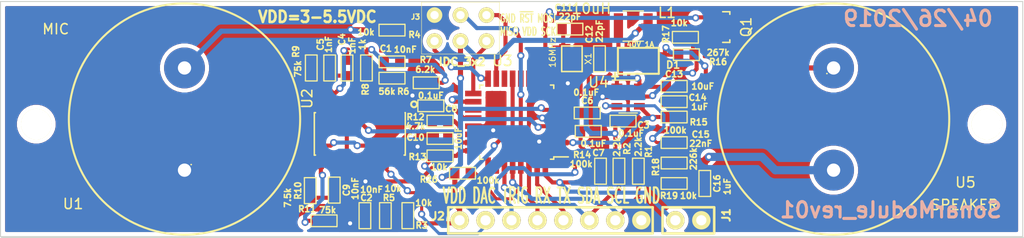
<source format=kicad_pcb>
(kicad_pcb (version 20171130) (host pcbnew 5.1.2-f72e74a~84~ubuntu19.04.1)

  (general
    (thickness 1.6)
    (drawings 10)
    (tracks 433)
    (zones 0)
    (modules 50)
    (nets 47)
  )

  (page A)
  (layers
    (0 F.Cu signal)
    (31 B.Cu signal hide)
    (32 B.Adhes user hide)
    (33 F.Adhes user hide)
    (34 B.Paste user hide)
    (35 F.Paste user hide)
    (36 B.SilkS user)
    (37 F.SilkS user)
    (38 B.Mask user hide)
    (39 F.Mask user hide)
    (40 Dwgs.User user hide)
    (41 Cmts.User user hide)
    (42 Eco1.User user hide)
    (43 Eco2.User user hide)
    (44 Edge.Cuts user)
  )

  (setup
    (last_trace_width 0.25)
    (user_trace_width 0.25)
    (user_trace_width 0.3)
    (user_trace_width 0.4)
    (user_trace_width 0.5)
    (user_trace_width 0.8)
    (user_trace_width 1)
    (user_trace_width 2)
    (user_trace_width 3)
    (trace_clearance 0.08)
    (zone_clearance 0.4)
    (zone_45_only yes)
    (trace_min 0.1)
    (via_size 0.7)
    (via_drill 0.4)
    (via_min_size 0.7)
    (via_min_drill 0.4)
    (uvia_size 0.4)
    (uvia_drill 0.127)
    (uvias_allowed no)
    (uvia_min_size 0.4)
    (uvia_min_drill 0.127)
    (edge_width 0.1)
    (segment_width 0.2)
    (pcb_text_width 0.3)
    (pcb_text_size 1.5 1.5)
    (mod_edge_width 0.15)
    (mod_text_size 1 1)
    (mod_text_width 0.15)
    (pad_size 3 3)
    (pad_drill 3)
    (pad_to_mask_clearance 0)
    (pad_to_paste_clearance_ratio -0.1)
    (aux_axis_origin 0 0)
    (visible_elements 7FFFFFFF)
    (pcbplotparams
      (layerselection 0x010fc_80000001)
      (usegerberextensions false)
      (usegerberattributes false)
      (usegerberadvancedattributes false)
      (creategerberjobfile false)
      (excludeedgelayer true)
      (linewidth 0.050000)
      (plotframeref false)
      (viasonmask false)
      (mode 1)
      (useauxorigin false)
      (hpglpennumber 1)
      (hpglpenspeed 20)
      (hpglpendiameter 15.000000)
      (psnegative false)
      (psa4output false)
      (plotreference true)
      (plotvalue true)
      (plotinvisibletext false)
      (padsonsilk false)
      (subtractmaskfromsilk false)
      (outputformat 1)
      (mirror false)
      (drillshape 0)
      (scaleselection 1)
      (outputdirectory "PCB/"))
  )

  (net 0 "")
  (net 1 GND)
  (net 2 XOUT)
  (net 3 XIN)
  (net 4 ~RESET~)
  (net 5 "Net-(C15-Pad2)")
  (net 6 "Net-(C15-Pad1)")
  (net 7 SDA)
  (net 8 SCL)
  (net 9 "Net-(R6-Pad1)")
  (net 10 "Net-(C1-Pad2)")
  (net 11 "Net-(C1-Pad1)")
  (net 12 "Net-(C2-Pad1)")
  (net 13 VDD)
  (net 14 "Net-(C4-Pad2)")
  (net 15 "Net-(C4-Pad1)")
  (net 16 "Net-(C5-Pad1)")
  (net 17 "Net-(C8-Pad1)")
  (net 18 "Net-(C9-Pad2)")
  (net 19 "Net-(C9-Pad1)")
  (net 20 Analog)
  (net 21 "Net-(D1-Pad1)")
  (net 22 "Net-(J1-Pad1)")
  (net 23 USARTTX)
  (net 24 DAC)
  (net 25 USARTRX)
  (net 26 TRIG)
  (net 27 MISO)
  (net 28 SCK)
  (net 29 MOSI)
  (net 30 HV_PWM)
  (net 31 "Net-(Q1-Pad3)")
  (net 32 "Net-(R4-Pad2)")
  (net 33 "Net-(R11-Pad1)")
  (net 34 SignalIn)
  (net 35 "Net-(R13-Pad2)")
  (net 36 HV_ENABLE)
  (net 37 "Net-(R16-Pad2)")
  (net 38 "Net-(R3-Pad1)")
  (net 39 "Net-(U3-Pad10)")
  (net 40 "Net-(U3-Pad11)")
  (net 41 "Net-(U3-Pad12)")
  (net 42 "Net-(U3-Pad14)")
  (net 43 "Net-(U3-Pad19)")
  (net 44 "Net-(U3-Pad22)")
  (net 45 "Net-(U3-Pad25)")
  (net 46 "Net-(U3-Pad26)")

  (net_class Default "This is the default net class."
    (clearance 0.08)
    (trace_width 0.25)
    (via_dia 0.7)
    (via_drill 0.4)
    (uvia_dia 0.4)
    (uvia_drill 0.127)
    (add_net Analog)
    (add_net DAC)
    (add_net GND)
    (add_net HV_ENABLE)
    (add_net HV_PWM)
    (add_net MISO)
    (add_net MOSI)
    (add_net "Net-(C1-Pad1)")
    (add_net "Net-(C1-Pad2)")
    (add_net "Net-(C15-Pad1)")
    (add_net "Net-(C15-Pad2)")
    (add_net "Net-(C2-Pad1)")
    (add_net "Net-(C4-Pad1)")
    (add_net "Net-(C4-Pad2)")
    (add_net "Net-(C5-Pad1)")
    (add_net "Net-(C8-Pad1)")
    (add_net "Net-(C9-Pad1)")
    (add_net "Net-(C9-Pad2)")
    (add_net "Net-(D1-Pad1)")
    (add_net "Net-(J1-Pad1)")
    (add_net "Net-(Q1-Pad3)")
    (add_net "Net-(R11-Pad1)")
    (add_net "Net-(R13-Pad2)")
    (add_net "Net-(R16-Pad2)")
    (add_net "Net-(R3-Pad1)")
    (add_net "Net-(R4-Pad2)")
    (add_net "Net-(R6-Pad1)")
    (add_net "Net-(U3-Pad10)")
    (add_net "Net-(U3-Pad11)")
    (add_net "Net-(U3-Pad12)")
    (add_net "Net-(U3-Pad14)")
    (add_net "Net-(U3-Pad19)")
    (add_net "Net-(U3-Pad22)")
    (add_net "Net-(U3-Pad25)")
    (add_net "Net-(U3-Pad26)")
    (add_net SCK)
    (add_net SCL)
    (add_net SDA)
    (add_net SignalIn)
    (add_net TRIG)
    (add_net USARTRX)
    (add_net USARTTX)
    (add_net VDD)
    (add_net XIN)
    (add_net XOUT)
    (add_net ~RESET~)
  )

  (module ted_capacitors:TED_SM1608_0603_C (layer F.Cu) (tedit 5CC0F4E0) (tstamp 5CB65420)
    (at 124.3 58.9)
    (descr "SMT capacitor, 0603")
    (path /5C9D6B0C)
    (fp_text reference C1 (at -0.6 -1.3) (layer F.SilkS)
      (effects (font (size 0.6 0.6) (thickness 0.15)))
    )
    (fp_text value 10nF (at 1.3 -1.2) (layer F.SilkS)
      (effects (font (size 0.6 0.6) (thickness 0.15)))
    )
    (fp_line (start -1.25 -0.57) (end 1.25 -0.57) (layer F.SilkS) (width 0.127))
    (fp_line (start 1.27 -0.57) (end 1.27 0.57) (layer F.SilkS) (width 0.127))
    (fp_line (start 1.25 0.57) (end -1.25 0.57) (layer F.SilkS) (width 0.127))
    (fp_line (start -1.27 0.57) (end -1.27 -0.57) (layer F.SilkS) (width 0.127))
    (pad 2 smd rect (at 0.75184 0) (size 0.89916 1.00076) (layers F.Cu F.Paste F.Mask)
      (net 10 "Net-(C1-Pad2)") (clearance 0.1))
    (pad 1 smd rect (at -0.75184 0) (size 0.9 1) (layers F.Cu F.Paste F.Mask)
      (net 11 "Net-(C1-Pad1)") (clearance 0.1))
    (model smd/capacitors/c_0603.wrl
      (at (xyz 0 0 0))
      (scale (xyz 1 1 1))
      (rotate (xyz 0 0 0))
    )
  )

  (module ted_capacitors:TED_SM1608_0603_C (layer F.Cu) (tedit 5CC0E7BF) (tstamp 5CB65426)
    (at 121.65 73.95 270)
    (descr "SMT capacitor, 0603")
    (path /5C9D565D)
    (fp_text reference C2 (at -1.75 -0.15) (layer F.SilkS)
      (effects (font (size 0.6 0.6) (thickness 0.15)))
    )
    (fp_text value 10nF (at -2.55 -0.65) (layer F.SilkS)
      (effects (font (size 0.6 0.6) (thickness 0.15)))
    )
    (fp_line (start -1.25 -0.57) (end 1.25 -0.57) (layer F.SilkS) (width 0.127))
    (fp_line (start 1.27 -0.57) (end 1.27 0.57) (layer F.SilkS) (width 0.127))
    (fp_line (start 1.25 0.57) (end -1.25 0.57) (layer F.SilkS) (width 0.127))
    (fp_line (start -1.27 0.57) (end -1.27 -0.57) (layer F.SilkS) (width 0.127))
    (pad 2 smd rect (at 0.75184 0 270) (size 0.89916 1.00076) (layers F.Cu F.Paste F.Mask)
      (net 1 GND) (clearance 0.1))
    (pad 1 smd rect (at -0.75184 0 270) (size 0.9 1) (layers F.Cu F.Paste F.Mask)
      (net 12 "Net-(C2-Pad1)") (clearance 0.1))
    (model smd/capacitors/c_0603.wrl
      (at (xyz 0 0 0))
      (scale (xyz 1 1 1))
      (rotate (xyz 0 0 0))
    )
  )

  (module ted_capacitors:TED_SM1608_0603_C (layer F.Cu) (tedit 5CC0F62B) (tstamp 5CB6542C)
    (at 146.9 64.7)
    (descr "SMT capacitor, 0603")
    (path /5C70EA17)
    (fp_text reference C3 (at 2 0.4) (layer F.SilkS)
      (effects (font (size 0.6 0.6) (thickness 0.15)))
    )
    (fp_text value 0.1uF (at 0.8 1.2) (layer F.SilkS)
      (effects (font (size 0.6 0.6) (thickness 0.15)))
    )
    (fp_line (start -1.25 -0.57) (end 1.25 -0.57) (layer F.SilkS) (width 0.127))
    (fp_line (start 1.27 -0.57) (end 1.27 0.57) (layer F.SilkS) (width 0.127))
    (fp_line (start 1.25 0.57) (end -1.25 0.57) (layer F.SilkS) (width 0.127))
    (fp_line (start -1.27 0.57) (end -1.27 -0.57) (layer F.SilkS) (width 0.127))
    (pad 2 smd rect (at 0.75184 0) (size 0.89916 1.00076) (layers F.Cu F.Paste F.Mask)
      (net 1 GND) (clearance 0.1))
    (pad 1 smd rect (at -0.75184 0) (size 0.9 1) (layers F.Cu F.Paste F.Mask)
      (net 13 VDD) (clearance 0.1))
    (model smd/capacitors/c_0603.wrl
      (at (xyz 0 0 0))
      (scale (xyz 1 1 1))
      (rotate (xyz 0 0 0))
    )
  )

  (module ted_capacitors:TED_SM1608_0603_C (layer F.Cu) (tedit 5CC0F4B4) (tstamp 5CB65432)
    (at 119.9 59.5 270)
    (descr "SMT capacitor, 0603")
    (path /5CA27137)
    (fp_text reference C4 (at -2.8 0.5 270) (layer F.SilkS)
      (effects (font (size 0.6 0.6) (thickness 0.15)))
    )
    (fp_text value 1nF (at -2.2 -0.5 270) (layer F.SilkS)
      (effects (font (size 0.6 0.6) (thickness 0.15)))
    )
    (fp_line (start -1.25 -0.57) (end 1.25 -0.57) (layer F.SilkS) (width 0.127))
    (fp_line (start 1.27 -0.57) (end 1.27 0.57) (layer F.SilkS) (width 0.127))
    (fp_line (start 1.25 0.57) (end -1.25 0.57) (layer F.SilkS) (width 0.127))
    (fp_line (start -1.27 0.57) (end -1.27 -0.57) (layer F.SilkS) (width 0.127))
    (pad 2 smd rect (at 0.75184 0 270) (size 0.89916 1.00076) (layers F.Cu F.Paste F.Mask)
      (net 14 "Net-(C4-Pad2)") (clearance 0.1))
    (pad 1 smd rect (at -0.75184 0 270) (size 0.9 1) (layers F.Cu F.Paste F.Mask)
      (net 15 "Net-(C4-Pad1)") (clearance 0.1))
    (model smd/capacitors/c_0603.wrl
      (at (xyz 0 0 0))
      (scale (xyz 1 1 1))
      (rotate (xyz 0 0 0))
    )
  )

  (module ted_capacitors:TED_SM1608_0603_C (layer F.Cu) (tedit 5CC0F4A7) (tstamp 5CB65438)
    (at 118.2 59.5 270)
    (descr "SMT capacitor, 0603")
    (path /5CA282A7)
    (fp_text reference C5 (at -2.3 0.9 270) (layer F.SilkS)
      (effects (font (size 0.6 0.6) (thickness 0.15)))
    )
    (fp_text value 1nF (at -2.3 0.1 270) (layer F.SilkS)
      (effects (font (size 0.6 0.6) (thickness 0.15)))
    )
    (fp_line (start -1.25 -0.57) (end 1.25 -0.57) (layer F.SilkS) (width 0.127))
    (fp_line (start 1.27 -0.57) (end 1.27 0.57) (layer F.SilkS) (width 0.127))
    (fp_line (start 1.25 0.57) (end -1.25 0.57) (layer F.SilkS) (width 0.127))
    (fp_line (start -1.27 0.57) (end -1.27 -0.57) (layer F.SilkS) (width 0.127))
    (pad 2 smd rect (at 0.75184 0 270) (size 0.89916 1.00076) (layers F.Cu F.Paste F.Mask)
      (net 14 "Net-(C4-Pad2)") (clearance 0.1))
    (pad 1 smd rect (at -0.75184 0 270) (size 0.9 1) (layers F.Cu F.Paste F.Mask)
      (net 16 "Net-(C5-Pad1)") (clearance 0.1))
    (model smd/capacitors/c_0603.wrl
      (at (xyz 0 0 0))
      (scale (xyz 1 1 1))
      (rotate (xyz 0 0 0))
    )
  )

  (module ted_capacitors:TED_SM1608_0603_C (layer F.Cu) (tedit 5CC0F43B) (tstamp 5CB6543E)
    (at 143.4 63.9)
    (descr "SMT capacitor, 0603")
    (path /5C70E9C6)
    (fp_text reference C6 (at 0 -1.2) (layer F.SilkS)
      (effects (font (size 0.6 0.6) (thickness 0.15)))
    )
    (fp_text value 0.1uF (at -0.1 -2) (layer F.SilkS)
      (effects (font (size 0.6 0.6) (thickness 0.15)))
    )
    (fp_line (start -1.25 -0.57) (end 1.25 -0.57) (layer F.SilkS) (width 0.127))
    (fp_line (start 1.27 -0.57) (end 1.27 0.57) (layer F.SilkS) (width 0.127))
    (fp_line (start 1.25 0.57) (end -1.25 0.57) (layer F.SilkS) (width 0.127))
    (fp_line (start -1.27 0.57) (end -1.27 -0.57) (layer F.SilkS) (width 0.127))
    (pad 2 smd rect (at 0.75184 0) (size 0.89916 1.00076) (layers F.Cu F.Paste F.Mask)
      (net 1 GND) (clearance 0.1))
    (pad 1 smd rect (at -0.75184 0) (size 0.9 1) (layers F.Cu F.Paste F.Mask)
      (net 13 VDD) (clearance 0.1))
    (model smd/capacitors/c_0603.wrl
      (at (xyz 0 0 0))
      (scale (xyz 1 1 1))
      (rotate (xyz 0 0 0))
    )
  )

  (module ted_capacitors:TED_SM1608_0603_C (layer F.Cu) (tedit 5CC0F434) (tstamp 5CB65444)
    (at 143.5 65.7)
    (descr "SMT capacitor, 0603")
    (path /5C70D18B)
    (fp_text reference C7 (at 1 2.1) (layer F.SilkS)
      (effects (font (size 0.6 0.6) (thickness 0.15)))
    )
    (fp_text value 0.1uF (at 0.5 1.2) (layer F.SilkS)
      (effects (font (size 0.6 0.6) (thickness 0.15)))
    )
    (fp_line (start -1.25 -0.57) (end 1.25 -0.57) (layer F.SilkS) (width 0.127))
    (fp_line (start 1.27 -0.57) (end 1.27 0.57) (layer F.SilkS) (width 0.127))
    (fp_line (start 1.25 0.57) (end -1.25 0.57) (layer F.SilkS) (width 0.127))
    (fp_line (start -1.27 0.57) (end -1.27 -0.57) (layer F.SilkS) (width 0.127))
    (pad 2 smd rect (at 0.75184 0) (size 0.89916 1.00076) (layers F.Cu F.Paste F.Mask)
      (net 1 GND) (clearance 0.1))
    (pad 1 smd rect (at -0.75184 0) (size 0.9 1) (layers F.Cu F.Paste F.Mask)
      (net 13 VDD) (clearance 0.1))
    (model smd/capacitors/c_0603.wrl
      (at (xyz 0 0 0))
      (scale (xyz 1 1 1))
      (rotate (xyz 0 0 0))
    )
  )

  (module ted_capacitors:TED_SM1608_0603_C (layer F.Cu) (tedit 5CC0F51F) (tstamp 5CB6544A)
    (at 128.1 63.2 180)
    (descr "SMT capacitor, 0603")
    (path /5CA2FDDC)
    (fp_text reference C8 (at -2 -0.3 180) (layer F.SilkS)
      (effects (font (size 0.6 0.6) (thickness 0.15)))
    )
    (fp_text value 0.1uF (at 0 1 180) (layer F.SilkS)
      (effects (font (size 0.6 0.6) (thickness 0.15)))
    )
    (fp_line (start -1.25 -0.57) (end 1.25 -0.57) (layer F.SilkS) (width 0.127))
    (fp_line (start 1.27 -0.57) (end 1.27 0.57) (layer F.SilkS) (width 0.127))
    (fp_line (start 1.25 0.57) (end -1.25 0.57) (layer F.SilkS) (width 0.127))
    (fp_line (start -1.27 0.57) (end -1.27 -0.57) (layer F.SilkS) (width 0.127))
    (pad 2 smd rect (at 0.75184 0 180) (size 0.89916 1.00076) (layers F.Cu F.Paste F.Mask)
      (net 1 GND) (clearance 0.1))
    (pad 1 smd rect (at -0.75184 0 180) (size 0.9 1) (layers F.Cu F.Paste F.Mask)
      (net 17 "Net-(C8-Pad1)") (clearance 0.1))
    (model smd/capacitors/c_0603.wrl
      (at (xyz 0 0 0))
      (scale (xyz 1 1 1))
      (rotate (xyz 0 0 0))
    )
  )

  (module ted_capacitors:TED_SM1608_0603_C (layer F.Cu) (tedit 5CC0E7A1) (tstamp 5CB65450)
    (at 118.65 71.45 270)
    (descr "SMT capacitor, 0603")
    (path /5CA29D81)
    (fp_text reference C9 (at 0 -1.2 270) (layer F.SilkS)
      (effects (font (size 0.6 0.6) (thickness 0.15)))
    )
    (fp_text value 10nF (at -0.15 -2.05 270) (layer F.SilkS)
      (effects (font (size 0.6 0.6) (thickness 0.15)))
    )
    (fp_line (start -1.25 -0.57) (end 1.25 -0.57) (layer F.SilkS) (width 0.127))
    (fp_line (start 1.27 -0.57) (end 1.27 0.57) (layer F.SilkS) (width 0.127))
    (fp_line (start 1.25 0.57) (end -1.25 0.57) (layer F.SilkS) (width 0.127))
    (fp_line (start -1.27 0.57) (end -1.27 -0.57) (layer F.SilkS) (width 0.127))
    (pad 2 smd rect (at 0.75184 0 270) (size 0.89916 1.00076) (layers F.Cu F.Paste F.Mask)
      (net 18 "Net-(C9-Pad2)") (clearance 0.1))
    (pad 1 smd rect (at -0.75184 0 270) (size 0.9 1) (layers F.Cu F.Paste F.Mask)
      (net 19 "Net-(C9-Pad1)") (clearance 0.1))
    (model smd/capacitors/c_0603.wrl
      (at (xyz 0 0 0))
      (scale (xyz 1 1 1))
      (rotate (xyz 0 0 0))
    )
  )

  (module ted_capacitors:TED_SM1608_0603_C (layer F.Cu) (tedit 5CC0F6C0) (tstamp 5CB65456)
    (at 129 66.4 180)
    (descr "SMT capacitor, 0603")
    (path /5C7109D4)
    (fp_text reference C10 (at 2.4 0.1 180) (layer F.SilkS)
      (effects (font (size 0.6 0.6) (thickness 0.15)))
    )
    (fp_text value 10uF (at -1.8 0 270) (layer F.SilkS)
      (effects (font (size 0.6 0.6) (thickness 0.15)))
    )
    (fp_line (start -1.25 -0.57) (end 1.25 -0.57) (layer F.SilkS) (width 0.127))
    (fp_line (start 1.27 -0.57) (end 1.27 0.57) (layer F.SilkS) (width 0.127))
    (fp_line (start 1.25 0.57) (end -1.25 0.57) (layer F.SilkS) (width 0.127))
    (fp_line (start -1.27 0.57) (end -1.27 -0.57) (layer F.SilkS) (width 0.127))
    (pad 2 smd rect (at 0.75184 0 180) (size 0.89916 1.00076) (layers F.Cu F.Paste F.Mask)
      (net 1 GND) (clearance 0.1))
    (pad 1 smd rect (at -0.75184 0 180) (size 0.9 1) (layers F.Cu F.Paste F.Mask)
      (net 20 Analog) (clearance 0.1))
    (model smd/capacitors/c_0603.wrl
      (at (xyz 0 0 0))
      (scale (xyz 1 1 1))
      (rotate (xyz 0 0 0))
    )
  )

  (module ted_capacitors:TED_SM1608_0603_C (layer F.Cu) (tedit 5CC0F41C) (tstamp 5CB6545C)
    (at 141.7 55.7)
    (descr "SMT capacitor, 0603")
    (path /5B481985)
    (fp_text reference C11 (at -0.6 -2.1) (layer F.SilkS)
      (effects (font (size 0.6 0.6) (thickness 0.15)))
    )
    (fp_text value 22pF (at 0 -1.2 180) (layer F.SilkS)
      (effects (font (size 0.6 0.6) (thickness 0.15)))
    )
    (fp_line (start -1.25 -0.57) (end 1.25 -0.57) (layer F.SilkS) (width 0.127))
    (fp_line (start 1.27 -0.57) (end 1.27 0.57) (layer F.SilkS) (width 0.127))
    (fp_line (start 1.25 0.57) (end -1.25 0.57) (layer F.SilkS) (width 0.127))
    (fp_line (start -1.27 0.57) (end -1.27 -0.57) (layer F.SilkS) (width 0.127))
    (pad 2 smd rect (at 0.75184 0) (size 0.89916 1.00076) (layers F.Cu F.Paste F.Mask)
      (net 1 GND) (clearance 0.1))
    (pad 1 smd rect (at -0.75184 0) (size 0.9 1) (layers F.Cu F.Paste F.Mask)
      (net 2 XOUT) (clearance 0.1))
    (model smd/capacitors/c_0603.wrl
      (at (xyz 0 0 0))
      (scale (xyz 1 1 1))
      (rotate (xyz 0 0 0))
    )
  )

  (module ted_capacitors:TED_SM1608_0603_C (layer F.Cu) (tedit 5CC0F402) (tstamp 5CB65462)
    (at 144.6 58.6 90)
    (descr "SMT capacitor, 0603")
    (path /5B481A28)
    (fp_text reference C12 (at 2.4 -1 90) (layer F.SilkS)
      (effects (font (size 0.6 0.6) (thickness 0.15)))
    )
    (fp_text value 22pF (at 2.7 0 90) (layer F.SilkS)
      (effects (font (size 0.6 0.6) (thickness 0.15)))
    )
    (fp_line (start -1.25 -0.57) (end 1.25 -0.57) (layer F.SilkS) (width 0.127))
    (fp_line (start 1.27 -0.57) (end 1.27 0.57) (layer F.SilkS) (width 0.127))
    (fp_line (start 1.25 0.57) (end -1.25 0.57) (layer F.SilkS) (width 0.127))
    (fp_line (start -1.27 0.57) (end -1.27 -0.57) (layer F.SilkS) (width 0.127))
    (pad 2 smd rect (at 0.75184 0 90) (size 0.89916 1.00076) (layers F.Cu F.Paste F.Mask)
      (net 1 GND) (clearance 0.1))
    (pad 1 smd rect (at -0.75184 0 90) (size 0.9 1) (layers F.Cu F.Paste F.Mask)
      (net 3 XIN) (clearance 0.1))
    (model smd/capacitors/c_0603.wrl
      (at (xyz 0 0 0))
      (scale (xyz 1 1 1))
      (rotate (xyz 0 0 0))
    )
  )

  (module ted_capacitors:TED_SM1608_0603_C (layer F.Cu) (tedit 5CC0F385) (tstamp 5CB65468)
    (at 151.9 61.3)
    (descr "SMT capacitor, 0603")
    (path /5C943B9D)
    (fp_text reference C13 (at 0 -1.2) (layer F.SilkS)
      (effects (font (size 0.6 0.6) (thickness 0.15)))
    )
    (fp_text value 10uF (at 2.8 0) (layer F.SilkS)
      (effects (font (size 0.6 0.6) (thickness 0.15)))
    )
    (fp_line (start -1.25 -0.57) (end 1.25 -0.57) (layer F.SilkS) (width 0.127))
    (fp_line (start 1.27 -0.57) (end 1.27 0.57) (layer F.SilkS) (width 0.127))
    (fp_line (start 1.25 0.57) (end -1.25 0.57) (layer F.SilkS) (width 0.127))
    (fp_line (start -1.27 0.57) (end -1.27 -0.57) (layer F.SilkS) (width 0.127))
    (pad 2 smd rect (at 0.75184 0) (size 0.89916 1.00076) (layers F.Cu F.Paste F.Mask)
      (net 1 GND) (clearance 0.1))
    (pad 1 smd rect (at -0.75184 0) (size 0.9 1) (layers F.Cu F.Paste F.Mask)
      (net 13 VDD) (clearance 0.1))
    (model smd/capacitors/c_0603.wrl
      (at (xyz 0 0 0))
      (scale (xyz 1 1 1))
      (rotate (xyz 0 0 0))
    )
  )

  (module ted_capacitors:TED_SM1608_0603_C (layer F.Cu) (tedit 5CC0F397) (tstamp 5CB6546E)
    (at 151.9 62.8)
    (descr "SMT capacitor, 0603")
    (path /5C943B3C)
    (fp_text reference C14 (at 2.3 -0.4) (layer F.SilkS)
      (effects (font (size 0.6 0.6) (thickness 0.15)))
    )
    (fp_text value 1uF (at 2.5 0.5) (layer F.SilkS)
      (effects (font (size 0.6 0.6) (thickness 0.15)))
    )
    (fp_line (start -1.25 -0.57) (end 1.25 -0.57) (layer F.SilkS) (width 0.127))
    (fp_line (start 1.27 -0.57) (end 1.27 0.57) (layer F.SilkS) (width 0.127))
    (fp_line (start 1.25 0.57) (end -1.25 0.57) (layer F.SilkS) (width 0.127))
    (fp_line (start -1.27 0.57) (end -1.27 -0.57) (layer F.SilkS) (width 0.127))
    (pad 2 smd rect (at 0.75184 0) (size 0.89916 1.00076) (layers F.Cu F.Paste F.Mask)
      (net 1 GND) (clearance 0.1))
    (pad 1 smd rect (at -0.75184 0) (size 0.9 1) (layers F.Cu F.Paste F.Mask)
      (net 13 VDD) (clearance 0.1))
    (model smd/capacitors/c_0603.wrl
      (at (xyz 0 0 0))
      (scale (xyz 1 1 1))
      (rotate (xyz 0 0 0))
    )
  )

  (module ted_capacitors:TED_SM1608_0603_C (layer F.Cu) (tedit 5CC0F31A) (tstamp 5CB65474)
    (at 151.9 66.8 180)
    (descr "SMT capacitor, 0603")
    (path /5C9441E5)
    (fp_text reference C15 (at -2.6 0.8 180) (layer F.SilkS)
      (effects (font (size 0.6 0.6) (thickness 0.15)))
    )
    (fp_text value 22nF (at -2.6 -0.1 180) (layer F.SilkS)
      (effects (font (size 0.6 0.6) (thickness 0.15)))
    )
    (fp_line (start -1.25 -0.57) (end 1.25 -0.57) (layer F.SilkS) (width 0.127))
    (fp_line (start 1.27 -0.57) (end 1.27 0.57) (layer F.SilkS) (width 0.127))
    (fp_line (start 1.25 0.57) (end -1.25 0.57) (layer F.SilkS) (width 0.127))
    (fp_line (start -1.27 0.57) (end -1.27 -0.57) (layer F.SilkS) (width 0.127))
    (pad 2 smd rect (at 0.75184 0 180) (size 0.89916 1.00076) (layers F.Cu F.Paste F.Mask)
      (net 5 "Net-(C15-Pad2)") (clearance 0.1))
    (pad 1 smd rect (at -0.75184 0 180) (size 0.9 1) (layers F.Cu F.Paste F.Mask)
      (net 6 "Net-(C15-Pad1)") (clearance 0.1))
    (model smd/capacitors/c_0603.wrl
      (at (xyz 0 0 0))
      (scale (xyz 1 1 1))
      (rotate (xyz 0 0 0))
    )
  )

  (module ted_capacitors:TED_SM1608_0603_C (layer F.Cu) (tedit 5CC0F455) (tstamp 5CB6547A)
    (at 154.9 70.8 270)
    (descr "SMT capacitor, 0603")
    (path /5C944E74)
    (fp_text reference C16 (at 0 -1.2 270) (layer F.SilkS)
      (effects (font (size 0.6 0.6) (thickness 0.15)))
    )
    (fp_text value 1uF (at 0.3 -2.2 270) (layer F.SilkS)
      (effects (font (size 0.6 0.6) (thickness 0.15)))
    )
    (fp_line (start -1.25 -0.57) (end 1.25 -0.57) (layer F.SilkS) (width 0.127))
    (fp_line (start 1.27 -0.57) (end 1.27 0.57) (layer F.SilkS) (width 0.127))
    (fp_line (start 1.25 0.57) (end -1.25 0.57) (layer F.SilkS) (width 0.127))
    (fp_line (start -1.27 0.57) (end -1.27 -0.57) (layer F.SilkS) (width 0.127))
    (pad 2 smd rect (at 0.75184 0 270) (size 0.89916 1.00076) (layers F.Cu F.Paste F.Mask)
      (net 1 GND) (clearance 0.1))
    (pad 1 smd rect (at -0.75184 0 270) (size 0.9 1) (layers F.Cu F.Paste F.Mask)
      (net 6 "Net-(C15-Pad1)") (clearance 0.1))
    (model smd/capacitors/c_0603.wrl
      (at (xyz 0 0 0))
      (scale (xyz 1 1 1))
      (rotate (xyz 0 0 0))
    )
  )

  (module ted_diodes:TED_DO-214AC (layer F.Cu) (tedit 5CC0F71C) (tstamp 5CB65480)
    (at 148.4 58.8)
    (path /5C94354E)
    (fp_text reference D1 (at 3.4 0.4) (layer F.SilkS)
      (effects (font (size 0.7 0.7) (thickness 0.15)))
    )
    (fp_text value "40V 1A" (at 0.2 -1.6) (layer F.SilkS)
      (effects (font (size 0.5 0.5) (thickness 0.125)))
    )
    (fp_line (start -2 -1.27) (end 2 -1.27) (layer F.SilkS) (width 0.20066))
    (fp_line (start 2 -1.27) (end 2 1.27) (layer F.SilkS) (width 0.20066))
    (fp_line (start 2 1.27) (end -2 1.27) (layer F.SilkS) (width 0.20066))
    (fp_line (start -2 1.27) (end -2 -1.27) (layer F.SilkS) (width 0.20066))
    (fp_line (start -2.2753 1.17518) (end -2.2753 1.87368) (layer F.SilkS) (width 0.20066))
    (fp_line (start -2.57502 1.52824) (end -1.97558 1.52824) (layer F.SilkS) (width 0.20066))
    (pad 1 smd rect (at -1.7 0) (size 1.52 1.68) (layers F.Cu F.Paste F.Mask)
      (net 21 "Net-(D1-Pad1)"))
    (pad 2 smd rect (at 1.7 0) (size 1.52 1.68) (layers F.Cu F.Paste F.Mask)
      (net 6 "Net-(C15-Pad1)"))
  )

  (module ted_holes:TED_Hole_3mm (layer F.Cu) (tedit 0) (tstamp 5CB65485)
    (at 89.5 65)
    (path /5B54EF19)
    (fp_text reference H1 (at -0.05 -2.425) (layer F.SilkS) hide
      (effects (font (size 1 1) (thickness 0.15)))
    )
    (fp_text value HOLE (at 0.25 2.6) (layer F.SilkS) hide
      (effects (font (size 1 1) (thickness 0.15)))
    )
    (pad "" np_thru_hole circle (at 0 0) (size 3 3) (drill 3) (layers *.Cu *.Mask F.SilkS))
  )

  (module ted_holes:TED_Hole_3mm (layer F.Cu) (tedit 5CB7A518) (tstamp 5CB6548A)
    (at 182.5 63.5)
    (path /52A158AA)
    (fp_text reference H2 (at -0.05 -2.425) (layer F.SilkS) hide
      (effects (font (size 1 1) (thickness 0.15)))
    )
    (fp_text value HOLE (at 0.25 2.6) (layer F.SilkS) hide
      (effects (font (size 1 1) (thickness 0.15)))
    )
    (pad "" np_thru_hole circle (at 0 1.5) (size 3 3) (drill 3) (layers *.Cu *.Mask F.SilkS))
  )

  (module ted_connectors:TED_HEADER_2x1 (layer F.Cu) (tedit 5CC0F1ED) (tstamp 5CB6549A)
    (at 153.3 74.4)
    (path /5C931388)
    (fp_text reference J1 (at 3.7 -0.5 90) (layer F.SilkS)
      (effects (font (size 0.762 0.762) (thickness 0.1905)))
    )
    (fp_text value HEADER_2X1 (at 0.2 0.8) (layer F.SilkS) hide
      (effects (font (size 0.762 0.762) (thickness 0.1905)))
    )
    (fp_line (start 2.5 -1.27) (end -2.5 -1.27) (layer F.SilkS) (width 0.254))
    (fp_line (start 2.52 -1.27) (end 2.52 1.27) (layer F.SilkS) (width 0.254))
    (fp_line (start 2.5 1.28524) (end -2.5 1.28524) (layer F.SilkS) (width 0.254))
    (fp_line (start -2.53524 1.28524) (end -2.53524 -1.27508) (layer F.SilkS) (width 0.254))
    (pad 2 thru_hole circle (at 1.25984 0) (size 1.8 1.8) (drill 1) (layers *.Cu *.Mask F.SilkS)
      (net 1 GND))
    (pad 1 thru_hole circle (at -1.28016 0) (size 1.8 1.8) (drill 1) (layers *.Cu *.Mask F.SilkS)
      (net 22 "Net-(J1-Pad1)"))
  )

  (module ted_connectors:TED_HEADER_3x2 (layer F.Cu) (tedit 5CC0F531) (tstamp 5CB654B4)
    (at 131 55.6)
    (path /5C6F85F8)
    (fp_text reference J3 (at -4.4 -1.1) (layer F.SilkS)
      (effects (font (size 0.508 0.508) (thickness 0.127)))
    )
    (fp_text value IDC_3x2 (at 0.15 3.3) (layer F.SilkS)
      (effects (font (size 0.762 0.762) (thickness 0.1905)))
    )
    (fp_line (start 3.81 2.54) (end -3.81 2.54) (layer F.SilkS) (width 0.0508))
    (fp_line (start -3.81 2.54) (end -3.81 -2.54) (layer F.SilkS) (width 0.0508))
    (fp_line (start -3.81 -2.54) (end 3.81 -2.54) (layer F.SilkS) (width 0.0508))
    (fp_line (start 3.81 -2.54) (end 3.81 2.54) (layer F.SilkS) (width 0.0508))
    (pad 1 thru_hole circle (at -2.54 1.27) (size 1.524 1.524) (drill 0.8128) (layers *.Cu *.Mask F.SilkS)
      (net 27 MISO) (clearance 0.3))
    (pad 2 thru_hole circle (at 0 1.27) (size 1.524 1.524) (drill 0.8128) (layers *.Cu *.Mask F.SilkS)
      (net 13 VDD) (clearance 0.3))
    (pad 3 thru_hole circle (at 2.54 1.27) (size 1.524 1.524) (drill 0.8128) (layers *.Cu *.Mask F.SilkS)
      (net 28 SCK) (clearance 0.3))
    (pad 4 thru_hole circle (at 2.54 -1.27) (size 1.524 1.524) (drill 0.8128) (layers *.Cu *.Mask F.SilkS)
      (net 29 MOSI) (clearance 0.3))
    (pad 5 thru_hole circle (at 0 -1.27) (size 1.524 1.524) (drill 0.8128) (layers *.Cu *.Mask F.SilkS)
      (net 4 ~RESET~) (clearance 0.3))
    (pad 6 thru_hole circle (at -2.54 -1.27) (size 1.524 1.524) (drill 0.8128) (layers *.Cu *.Mask F.SilkS)
      (net 1 GND) (clearance 0.3))
  )

  (module ted_inductors:L_3225_1210 (layer F.Cu) (tedit 5CC0F486) (tstamp 5CB654BA)
    (at 147.9 55.4 180)
    (path /5C9437F6)
    (attr smd)
    (fp_text reference L1 (at -3.3 1.3 180) (layer F.SilkS)
      (effects (font (size 1 1) (thickness 0.15)))
    )
    (fp_text value 10uH (at 4.1 1.7) (layer F.SilkS)
      (effects (font (size 1 1) (thickness 0.15)))
    )
    (fp_text user %R (at 0 0 180) (layer F.Fab)
      (effects (font (size 0.5 0.5) (thickness 0.075)))
    )
    (fp_line (start -1.6 1.25) (end -1.6 -1.25) (layer F.Fab) (width 0.1))
    (fp_line (start 1.6 1.25) (end -1.6 1.25) (layer F.Fab) (width 0.1))
    (fp_line (start 1.6 -1.25) (end 1.6 1.25) (layer F.Fab) (width 0.1))
    (fp_line (start -1.6 -1.25) (end 1.6 -1.25) (layer F.Fab) (width 0.1))
    (fp_line (start -2.2 -1.6) (end 2.2 -1.6) (layer F.CrtYd) (width 0.05))
    (fp_line (start -2.2 1.6) (end 2.2 1.6) (layer F.CrtYd) (width 0.05))
    (fp_line (start -2.2 -1.6) (end -2.2 1.6) (layer F.CrtYd) (width 0.05))
    (fp_line (start 2.2 -1.6) (end 2.2 1.6) (layer F.CrtYd) (width 0.05))
    (fp_line (start 1 1.48) (end -1 1.48) (layer F.SilkS) (width 0.12))
    (fp_line (start -1 -1.48) (end 1 -1.48) (layer F.SilkS) (width 0.12))
    (pad 1 smd rect (at -1.45 0 180) (size 0.9 2.5) (layers F.Cu F.Paste F.Mask)
      (net 13 VDD))
    (pad 2 smd rect (at 1.45 0 180) (size 0.9 2.5) (layers F.Cu F.Paste F.Mask)
      (net 21 "Net-(D1-Pad1)"))
    (model ${KISYS3DMOD}/Inductors_SMD.3dshapes/L_1210.wrl
      (at (xyz 0 0 0))
      (scale (xyz 1 1 1))
      (rotate (xyz 0 0 0))
    )
  )

  (module ted_transistors:SOT-23 (layer F.Cu) (tedit 5CC0F3DF) (tstamp 5CB654C1)
    (at 156.7 55.5 270)
    (descr "SOT-23, Standard")
    (tags SOT-23)
    (path /5C9463D5)
    (attr smd)
    (fp_text reference Q1 (at 0 -2.25 270) (layer F.SilkS)
      (effects (font (size 1 1) (thickness 0.15)))
    )
    (fp_text value NMOSFET_GSD (at -1.3 -6) (layer Dwgs.User) hide
      (effects (font (size 1 1) (thickness 0.15)))
    )
    (fp_line (start -1.65 -1.6) (end 1.65 -1.6) (layer F.CrtYd) (width 0.05))
    (fp_line (start 1.65 -1.6) (end 1.65 1.6) (layer F.CrtYd) (width 0.05))
    (fp_line (start 1.65 1.6) (end -1.65 1.6) (layer F.CrtYd) (width 0.05))
    (fp_line (start -1.65 1.6) (end -1.65 -1.6) (layer F.CrtYd) (width 0.05))
    (fp_line (start 1.29916 -0.65024) (end 1.2509 -0.65024) (layer F.SilkS) (width 0.15))
    (fp_line (start -1.49982 0.0508) (end -1.49982 -0.65024) (layer F.SilkS) (width 0.15))
    (fp_line (start -1.49982 -0.65024) (end -1.2509 -0.65024) (layer F.SilkS) (width 0.15))
    (fp_line (start 1.29916 -0.65024) (end 1.49982 -0.65024) (layer F.SilkS) (width 0.15))
    (fp_line (start 1.49982 -0.65024) (end 1.49982 0.0508) (layer F.SilkS) (width 0.15))
    (pad 1 smd rect (at -0.95 1.00076 270) (size 0.8001 0.8001) (layers F.Cu F.Paste F.Mask)
      (net 30 HV_PWM))
    (pad 2 smd rect (at 0.95 1.00076 270) (size 0.8001 0.8001) (layers F.Cu F.Paste F.Mask)
      (net 1 GND))
    (pad 3 smd rect (at 0 -0.99822 270) (size 0.8001 0.8001) (layers F.Cu F.Paste F.Mask)
      (net 31 "Net-(Q1-Pad3)"))
    (model TO_SOT_Packages_SMD.3dshapes/SOT-23.wrl
      (at (xyz 0 0 0))
      (scale (xyz 1 1 1))
      (rotate (xyz 0 0 0))
    )
  )

  (module ted_resistors:TED_SM0603_R (layer F.Cu) (tedit 5CC0F666) (tstamp 5CB654C7)
    (at 148.4 69.6 90)
    (descr "SMT resistor, 0603")
    (path /5BE6A0B1)
    (fp_text reference R1 (at 1.9 1 90) (layer F.SilkS)
      (effects (font (size 0.6 0.6) (thickness 0.15)))
    )
    (fp_text value 2.2k (at 2.4 0 270) (layer F.SilkS)
      (effects (font (size 0.6 0.6) (thickness 0.15)))
    )
    (fp_line (start -1.27 -0.57) (end -1.27 0.57) (layer F.SilkS) (width 0.127))
    (fp_line (start 1.27 -0.57) (end 1.27 0.57) (layer F.SilkS) (width 0.127))
    (fp_line (start -1.25 -0.57) (end 1.25 -0.57) (layer F.SilkS) (width 0.127))
    (fp_line (start 1.25 0.57) (end -1.25 0.57) (layer F.SilkS) (width 0.127))
    (pad 2 smd rect (at 0.75184 0 90) (size 0.89916 1.00076) (layers F.Cu F.Paste F.Mask)
      (net 13 VDD) (clearance 0.1))
    (pad 1 smd rect (at -0.75184 0 90) (size 0.89916 1.00076) (layers F.Cu F.Paste F.Mask)
      (net 8 SCL) (clearance 0.1))
    (model smd/capacitors/c_0603.wrl
      (at (xyz 0 0 0))
      (scale (xyz 1 1 1))
      (rotate (xyz 0 0 0))
    )
  )

  (module ted_resistors:TED_SM0603_R (layer F.Cu) (tedit 5CC0F662) (tstamp 5CB654CD)
    (at 146.5 69.6 90)
    (descr "SMT resistor, 0603")
    (path /5BE69D95)
    (fp_text reference R2 (at 2.2 0.8 270) (layer F.SilkS)
      (effects (font (size 0.6 0.6) (thickness 0.15)))
    )
    (fp_text value 2.2k (at 2.4 -0.2 90) (layer F.SilkS)
      (effects (font (size 0.6 0.6) (thickness 0.15)))
    )
    (fp_line (start -1.27 -0.57) (end -1.27 0.57) (layer F.SilkS) (width 0.127))
    (fp_line (start 1.27 -0.57) (end 1.27 0.57) (layer F.SilkS) (width 0.127))
    (fp_line (start -1.25 -0.57) (end 1.25 -0.57) (layer F.SilkS) (width 0.127))
    (fp_line (start 1.25 0.57) (end -1.25 0.57) (layer F.SilkS) (width 0.127))
    (pad 2 smd rect (at 0.75184 0 90) (size 0.89916 1.00076) (layers F.Cu F.Paste F.Mask)
      (net 13 VDD) (clearance 0.1))
    (pad 1 smd rect (at -0.75184 0 90) (size 0.89916 1.00076) (layers F.Cu F.Paste F.Mask)
      (net 7 SDA) (clearance 0.1))
    (model smd/capacitors/c_0603.wrl
      (at (xyz 0 0 0))
      (scale (xyz 1 1 1))
      (rotate (xyz 0 0 0))
    )
  )

  (module ted_resistors:TED_SM0603_R (layer F.Cu) (tedit 5CC0E7E2) (tstamp 5CB654D3)
    (at 125.85 73.95 270)
    (descr "SMT resistor, 0603")
    (path /5C9D4B48)
    (fp_text reference R3 (at 0.95 -1.35) (layer F.SilkS)
      (effects (font (size 0.6 0.6) (thickness 0.15)))
    )
    (fp_text value 10k (at -1.25 -1.55) (layer F.SilkS)
      (effects (font (size 0.6 0.6) (thickness 0.15)))
    )
    (fp_line (start -1.27 -0.57) (end -1.27 0.57) (layer F.SilkS) (width 0.127))
    (fp_line (start 1.27 -0.57) (end 1.27 0.57) (layer F.SilkS) (width 0.127))
    (fp_line (start -1.25 -0.57) (end 1.25 -0.57) (layer F.SilkS) (width 0.127))
    (fp_line (start 1.25 0.57) (end -1.25 0.57) (layer F.SilkS) (width 0.127))
    (pad 2 smd rect (at 0.75184 0 270) (size 0.89916 1.00076) (layers F.Cu F.Paste F.Mask)
      (net 13 VDD) (clearance 0.1))
    (pad 1 smd rect (at -0.75184 0 270) (size 0.89916 1.00076) (layers F.Cu F.Paste F.Mask)
      (net 38 "Net-(R3-Pad1)") (clearance 0.1))
    (model smd/capacitors/c_0603.wrl
      (at (xyz 0 0 0))
      (scale (xyz 1 1 1))
      (rotate (xyz 0 0 0))
    )
  )

  (module ted_resistors:TED_SM0603_R (layer F.Cu) (tedit 5CC0F541) (tstamp 5CB654D9)
    (at 124.3 55.8 180)
    (descr "SMT resistor, 0603")
    (path /5C9D6A2C)
    (fp_text reference R4 (at -2.2 -0.45 180) (layer F.SilkS)
      (effects (font (size 0.6 0.6) (thickness 0.15)))
    )
    (fp_text value 10k (at 2.55 -0.2 180) (layer F.SilkS)
      (effects (font (size 0.6 0.6) (thickness 0.15)))
    )
    (fp_line (start -1.27 -0.57) (end -1.27 0.57) (layer F.SilkS) (width 0.127))
    (fp_line (start 1.27 -0.57) (end 1.27 0.57) (layer F.SilkS) (width 0.127))
    (fp_line (start -1.25 -0.57) (end 1.25 -0.57) (layer F.SilkS) (width 0.127))
    (fp_line (start 1.25 0.57) (end -1.25 0.57) (layer F.SilkS) (width 0.127))
    (pad 2 smd rect (at 0.75184 0 180) (size 0.89916 1.00076) (layers F.Cu F.Paste F.Mask)
      (net 32 "Net-(R4-Pad2)") (clearance 0.1))
    (pad 1 smd rect (at -0.75184 0 180) (size 0.89916 1.00076) (layers F.Cu F.Paste F.Mask)
      (net 10 "Net-(C1-Pad2)") (clearance 0.1))
    (model smd/capacitors/c_0603.wrl
      (at (xyz 0 0 0))
      (scale (xyz 1 1 1))
      (rotate (xyz 0 0 0))
    )
  )

  (module ted_resistors:TED_SM0603_R (layer F.Cu) (tedit 5CC0E7DA) (tstamp 5CB654DF)
    (at 123.65 73.95 270)
    (descr "SMT resistor, 0603")
    (path /5C9D51D7)
    (fp_text reference R5 (at -1.75 -0.35) (layer F.SilkS)
      (effects (font (size 0.6 0.6) (thickness 0.15)))
    )
    (fp_text value 10k (at -2.65 -0.75) (layer F.SilkS)
      (effects (font (size 0.6 0.6) (thickness 0.15)))
    )
    (fp_line (start -1.27 -0.57) (end -1.27 0.57) (layer F.SilkS) (width 0.127))
    (fp_line (start 1.27 -0.57) (end 1.27 0.57) (layer F.SilkS) (width 0.127))
    (fp_line (start -1.25 -0.57) (end 1.25 -0.57) (layer F.SilkS) (width 0.127))
    (fp_line (start 1.25 0.57) (end -1.25 0.57) (layer F.SilkS) (width 0.127))
    (pad 2 smd rect (at 0.75184 0 270) (size 0.89916 1.00076) (layers F.Cu F.Paste F.Mask)
      (net 1 GND) (clearance 0.1))
    (pad 1 smd rect (at -0.75184 0 270) (size 0.89916 1.00076) (layers F.Cu F.Paste F.Mask)
      (net 38 "Net-(R3-Pad1)") (clearance 0.1))
    (model smd/capacitors/c_0603.wrl
      (at (xyz 0 0 0))
      (scale (xyz 1 1 1))
      (rotate (xyz 0 0 0))
    )
  )

  (module ted_resistors:TED_SM0603_R (layer F.Cu) (tedit 5CC0F4D5) (tstamp 5CB654E5)
    (at 124.3 60.5 180)
    (descr "SMT resistor, 0603")
    (path /5C9D678F)
    (fp_text reference R6 (at -1.1 -1.3 180) (layer F.SilkS)
      (effects (font (size 0.6 0.6) (thickness 0.15)))
    )
    (fp_text value 56k (at 0.5 -1.3 180) (layer F.SilkS)
      (effects (font (size 0.6 0.6) (thickness 0.15)))
    )
    (fp_line (start -1.27 -0.57) (end -1.27 0.57) (layer F.SilkS) (width 0.127))
    (fp_line (start 1.27 -0.57) (end 1.27 0.57) (layer F.SilkS) (width 0.127))
    (fp_line (start -1.25 -0.57) (end 1.25 -0.57) (layer F.SilkS) (width 0.127))
    (fp_line (start 1.25 0.57) (end -1.25 0.57) (layer F.SilkS) (width 0.127))
    (pad 2 smd rect (at 0.75184 0 180) (size 0.89916 1.00076) (layers F.Cu F.Paste F.Mask)
      (net 11 "Net-(C1-Pad1)") (clearance 0.1))
    (pad 1 smd rect (at -0.75184 0 180) (size 0.89916 1.00076) (layers F.Cu F.Paste F.Mask)
      (net 9 "Net-(R6-Pad1)") (clearance 0.1))
    (model smd/capacitors/c_0603.wrl
      (at (xyz 0 0 0))
      (scale (xyz 1 1 1))
      (rotate (xyz 0 0 0))
    )
  )

  (module ted_resistors:TED_SM0603_R (layer F.Cu) (tedit 5CC0F4F0) (tstamp 5CB654EB)
    (at 127.65 60.95 180)
    (descr "SMT resistor, 0603")
    (path /5C9D6851)
    (fp_text reference R7 (at 0.05 2.25 180) (layer F.SilkS)
      (effects (font (size 0.6 0.6) (thickness 0.15)))
    )
    (fp_text value 6.2k (at 0.1 1.3 180) (layer F.SilkS)
      (effects (font (size 0.6 0.6) (thickness 0.15)))
    )
    (fp_line (start -1.27 -0.57) (end -1.27 0.57) (layer F.SilkS) (width 0.127))
    (fp_line (start 1.27 -0.57) (end 1.27 0.57) (layer F.SilkS) (width 0.127))
    (fp_line (start -1.25 -0.57) (end 1.25 -0.57) (layer F.SilkS) (width 0.127))
    (fp_line (start 1.25 0.57) (end -1.25 0.57) (layer F.SilkS) (width 0.127))
    (pad 2 smd rect (at 0.75184 0 180) (size 0.89916 1.00076) (layers F.Cu F.Paste F.Mask)
      (net 9 "Net-(R6-Pad1)") (clearance 0.1))
    (pad 1 smd rect (at -0.75184 0 180) (size 0.89916 1.00076) (layers F.Cu F.Paste F.Mask)
      (net 14 "Net-(C4-Pad2)") (clearance 0.1))
    (model smd/capacitors/c_0603.wrl
      (at (xyz 0 0 0))
      (scale (xyz 1 1 1))
      (rotate (xyz 0 0 0))
    )
  )

  (module ted_resistors:TED_SM0603_R (layer F.Cu) (tedit 5CC0F4B9) (tstamp 5CB654F1)
    (at 121.8 59.5 90)
    (descr "SMT resistor, 0603")
    (path /5CA276EA)
    (fp_text reference R8 (at -2.1 -0.1 90) (layer F.SilkS)
      (effects (font (size 0.6 0.6) (thickness 0.15)))
    )
    (fp_text value 1k (at 2.3 -0.4 90) (layer F.SilkS)
      (effects (font (size 0.6 0.6) (thickness 0.15)))
    )
    (fp_line (start -1.27 -0.57) (end -1.27 0.57) (layer F.SilkS) (width 0.127))
    (fp_line (start 1.27 -0.57) (end 1.27 0.57) (layer F.SilkS) (width 0.127))
    (fp_line (start -1.25 -0.57) (end 1.25 -0.57) (layer F.SilkS) (width 0.127))
    (fp_line (start 1.25 0.57) (end -1.25 0.57) (layer F.SilkS) (width 0.127))
    (pad 2 smd rect (at 0.75184 0 90) (size 0.89916 1.00076) (layers F.Cu F.Paste F.Mask)
      (net 14 "Net-(C4-Pad2)") (clearance 0.1))
    (pad 1 smd rect (at -0.75184 0 90) (size 0.89916 1.00076) (layers F.Cu F.Paste F.Mask)
      (net 38 "Net-(R3-Pad1)") (clearance 0.1))
    (model smd/capacitors/c_0603.wrl
      (at (xyz 0 0 0))
      (scale (xyz 1 1 1))
      (rotate (xyz 0 0 0))
    )
  )

  (module ted_resistors:TED_SM0603_R (layer F.Cu) (tedit 5CC0F49D) (tstamp 5CB654F7)
    (at 116.4 59.5 270)
    (descr "SMT resistor, 0603")
    (path /5CA280D6)
    (fp_text reference R9 (at -1.6 1.5 270) (layer F.SilkS)
      (effects (font (size 0.6 0.6) (thickness 0.15)))
    )
    (fp_text value 75k (at 0.1 1.3 270) (layer F.SilkS)
      (effects (font (size 0.6 0.6) (thickness 0.15)))
    )
    (fp_line (start -1.27 -0.57) (end -1.27 0.57) (layer F.SilkS) (width 0.127))
    (fp_line (start 1.27 -0.57) (end 1.27 0.57) (layer F.SilkS) (width 0.127))
    (fp_line (start -1.25 -0.57) (end 1.25 -0.57) (layer F.SilkS) (width 0.127))
    (fp_line (start 1.25 0.57) (end -1.25 0.57) (layer F.SilkS) (width 0.127))
    (pad 2 smd rect (at 0.75184 0 270) (size 0.89916 1.00076) (layers F.Cu F.Paste F.Mask)
      (net 15 "Net-(C4-Pad1)") (clearance 0.1))
    (pad 1 smd rect (at -0.75184 0 270) (size 0.89916 1.00076) (layers F.Cu F.Paste F.Mask)
      (net 16 "Net-(C5-Pad1)") (clearance 0.1))
    (model smd/capacitors/c_0603.wrl
      (at (xyz 0 0 0))
      (scale (xyz 1 1 1))
      (rotate (xyz 0 0 0))
    )
  )

  (module ted_resistors:TED_SM0603_R (layer F.Cu) (tedit 5CC0E7A5) (tstamp 5CB654FD)
    (at 116.3 71.5 90)
    (descr "SMT resistor, 0603")
    (path /5CA296D4)
    (fp_text reference R10 (at 0 -1.2 90) (layer F.SilkS)
      (effects (font (size 0.6 0.6) (thickness 0.15)))
    )
    (fp_text value 7.5k (at -0.7 -2.2 90) (layer F.SilkS)
      (effects (font (size 0.6 0.6) (thickness 0.15)))
    )
    (fp_line (start -1.27 -0.57) (end -1.27 0.57) (layer F.SilkS) (width 0.127))
    (fp_line (start 1.27 -0.57) (end 1.27 0.57) (layer F.SilkS) (width 0.127))
    (fp_line (start -1.25 -0.57) (end 1.25 -0.57) (layer F.SilkS) (width 0.127))
    (fp_line (start 1.25 0.57) (end -1.25 0.57) (layer F.SilkS) (width 0.127))
    (pad 2 smd rect (at 0.75184 0 90) (size 0.89916 1.00076) (layers F.Cu F.Paste F.Mask)
      (net 16 "Net-(C5-Pad1)") (clearance 0.1))
    (pad 1 smd rect (at -0.75184 0 90) (size 0.89916 1.00076) (layers F.Cu F.Paste F.Mask)
      (net 18 "Net-(C9-Pad2)") (clearance 0.1))
    (model smd/capacitors/c_0603.wrl
      (at (xyz 0 0 0))
      (scale (xyz 1 1 1))
      (rotate (xyz 0 0 0))
    )
  )

  (module ted_resistors:TED_SM0603_R (layer F.Cu) (tedit 5CC0E7AB) (tstamp 5CB65503)
    (at 117.65 74.45)
    (descr "SMT resistor, 0603")
    (path /5CA2A88A)
    (fp_text reference R11 (at -1.65 -1.15) (layer F.SilkS)
      (effects (font (size 0.6 0.6) (thickness 0.15)))
    )
    (fp_text value 75k (at 0.35 -1.05) (layer F.SilkS)
      (effects (font (size 0.6 0.6) (thickness 0.15)))
    )
    (fp_line (start -1.27 -0.57) (end -1.27 0.57) (layer F.SilkS) (width 0.127))
    (fp_line (start 1.27 -0.57) (end 1.27 0.57) (layer F.SilkS) (width 0.127))
    (fp_line (start -1.25 -0.57) (end 1.25 -0.57) (layer F.SilkS) (width 0.127))
    (fp_line (start 1.25 0.57) (end -1.25 0.57) (layer F.SilkS) (width 0.127))
    (pad 2 smd rect (at 0.75184 0) (size 0.89916 1.00076) (layers F.Cu F.Paste F.Mask)
      (net 19 "Net-(C9-Pad1)") (clearance 0.1))
    (pad 1 smd rect (at -0.75184 0) (size 0.89916 1.00076) (layers F.Cu F.Paste F.Mask)
      (net 33 "Net-(R11-Pad1)") (clearance 0.1))
    (model smd/capacitors/c_0603.wrl
      (at (xyz 0 0 0))
      (scale (xyz 1 1 1))
      (rotate (xyz 0 0 0))
    )
  )

  (module ted_resistors:TED_SM0603_R (layer F.Cu) (tedit 5CC0F6B5) (tstamp 5CB65509)
    (at 129 64.7 180)
    (descr "SMT resistor, 0603")
    (path /5CA2A95C)
    (fp_text reference R12 (at 2.4 0.4 180) (layer F.SilkS)
      (effects (font (size 0.6 0.6) (thickness 0.15)))
    )
    (fp_text value 4.7k (at 2.4 -0.5 180) (layer F.SilkS)
      (effects (font (size 0.6 0.6) (thickness 0.15)))
    )
    (fp_line (start -1.27 -0.57) (end -1.27 0.57) (layer F.SilkS) (width 0.127))
    (fp_line (start 1.27 -0.57) (end 1.27 0.57) (layer F.SilkS) (width 0.127))
    (fp_line (start -1.25 -0.57) (end 1.25 -0.57) (layer F.SilkS) (width 0.127))
    (fp_line (start 1.25 0.57) (end -1.25 0.57) (layer F.SilkS) (width 0.127))
    (pad 2 smd rect (at 0.75184 0 180) (size 0.89916 1.00076) (layers F.Cu F.Paste F.Mask)
      (net 33 "Net-(R11-Pad1)") (clearance 0.1))
    (pad 1 smd rect (at -0.75184 0 180) (size 0.89916 1.00076) (layers F.Cu F.Paste F.Mask)
      (net 34 SignalIn) (clearance 0.1))
    (model smd/capacitors/c_0603.wrl
      (at (xyz 0 0 0))
      (scale (xyz 1 1 1))
      (rotate (xyz 0 0 0))
    )
  )

  (module ted_resistors:TED_SM0603_R (layer F.Cu) (tedit 5CC0F69F) (tstamp 5CB6550F)
    (at 129 68.1 180)
    (descr "SMT resistor, 0603")
    (path /5C710B20)
    (fp_text reference R13 (at 2.2 -0.1 180) (layer F.SilkS)
      (effects (font (size 0.6 0.6) (thickness 0.15)))
    )
    (fp_text value 10k (at 0.1 -1.1 180) (layer F.SilkS)
      (effects (font (size 0.6 0.6) (thickness 0.15)))
    )
    (fp_line (start -1.27 -0.57) (end -1.27 0.57) (layer F.SilkS) (width 0.127))
    (fp_line (start 1.27 -0.57) (end 1.27 0.57) (layer F.SilkS) (width 0.127))
    (fp_line (start -1.25 -0.57) (end 1.25 -0.57) (layer F.SilkS) (width 0.127))
    (fp_line (start 1.25 0.57) (end -1.25 0.57) (layer F.SilkS) (width 0.127))
    (pad 2 smd rect (at 0.75184 0 180) (size 0.89916 1.00076) (layers F.Cu F.Paste F.Mask)
      (net 35 "Net-(R13-Pad2)") (clearance 0.1))
    (pad 1 smd rect (at -0.75184 0 180) (size 0.89916 1.00076) (layers F.Cu F.Paste F.Mask)
      (net 20 Analog) (clearance 0.1))
    (model smd/capacitors/c_0603.wrl
      (at (xyz 0 0 0))
      (scale (xyz 1 1 1))
      (rotate (xyz 0 0 0))
    )
  )

  (module ted_resistors:TED_SM0603_R (layer F.Cu) (tedit 5CC0F2FD) (tstamp 5CB65515)
    (at 144.7 69.6 270)
    (descr "SMT resistor, 0603")
    (path /5C9316CF)
    (fp_text reference R14 (at -1.6 1.8) (layer F.SilkS)
      (effects (font (size 0.6 0.6) (thickness 0.15)))
    )
    (fp_text value 100k (at -0.7 1.9) (layer F.SilkS)
      (effects (font (size 0.6 0.6) (thickness 0.15)))
    )
    (fp_line (start -1.27 -0.57) (end -1.27 0.57) (layer F.SilkS) (width 0.127))
    (fp_line (start 1.27 -0.57) (end 1.27 0.57) (layer F.SilkS) (width 0.127))
    (fp_line (start -1.25 -0.57) (end 1.25 -0.57) (layer F.SilkS) (width 0.127))
    (fp_line (start 1.25 0.57) (end -1.25 0.57) (layer F.SilkS) (width 0.127))
    (pad 2 smd rect (at 0.75184 0 270) (size 0.89916 1.00076) (layers F.Cu F.Paste F.Mask)
      (net 22 "Net-(J1-Pad1)") (clearance 0.1))
    (pad 1 smd rect (at -0.75184 0 270) (size 0.89916 1.00076) (layers F.Cu F.Paste F.Mask)
      (net 13 VDD) (clearance 0.1))
    (model smd/capacitors/c_0603.wrl
      (at (xyz 0 0 0))
      (scale (xyz 1 1 1))
      (rotate (xyz 0 0 0))
    )
  )

  (module ted_resistors:TED_SM0603_R (layer F.Cu) (tedit 5CC0F393) (tstamp 5CB6551B)
    (at 151.9 64.3)
    (descr "SMT resistor, 0603")
    (path /5C942C37)
    (fp_text reference R15 (at 2.4 0.5) (layer F.SilkS)
      (effects (font (size 0.6 0.6) (thickness 0.15)))
    )
    (fp_text value 100k (at 0.1 1.3) (layer F.SilkS)
      (effects (font (size 0.6 0.6) (thickness 0.15)))
    )
    (fp_line (start -1.27 -0.57) (end -1.27 0.57) (layer F.SilkS) (width 0.127))
    (fp_line (start 1.27 -0.57) (end 1.27 0.57) (layer F.SilkS) (width 0.127))
    (fp_line (start -1.25 -0.57) (end 1.25 -0.57) (layer F.SilkS) (width 0.127))
    (fp_line (start 1.25 0.57) (end -1.25 0.57) (layer F.SilkS) (width 0.127))
    (pad 2 smd rect (at 0.75184 0) (size 0.89916 1.00076) (layers F.Cu F.Paste F.Mask)
      (net 1 GND) (clearance 0.1))
    (pad 1 smd rect (at -0.75184 0) (size 0.89916 1.00076) (layers F.Cu F.Paste F.Mask)
      (net 36 HV_ENABLE) (clearance 0.1))
    (model smd/capacitors/c_0603.wrl
      (at (xyz 0 0 0))
      (scale (xyz 1 1 1))
      (rotate (xyz 0 0 0))
    )
  )

  (module ted_resistors:TED_SM0603_R (layer F.Cu) (tedit 5CC0F3A7) (tstamp 5CB65521)
    (at 153.1 58.2)
    (descr "SMT resistor, 0603")
    (path /5C94245B)
    (fp_text reference R16 (at 3.1 0.7) (layer F.SilkS)
      (effects (font (size 0.6 0.6) (thickness 0.15)))
    )
    (fp_text value 267k (at 3.1 -0.2) (layer F.SilkS)
      (effects (font (size 0.6 0.6) (thickness 0.15)))
    )
    (fp_line (start -1.27 -0.57) (end -1.27 0.57) (layer F.SilkS) (width 0.127))
    (fp_line (start 1.27 -0.57) (end 1.27 0.57) (layer F.SilkS) (width 0.127))
    (fp_line (start -1.25 -0.57) (end 1.25 -0.57) (layer F.SilkS) (width 0.127))
    (fp_line (start 1.25 0.57) (end -1.25 0.57) (layer F.SilkS) (width 0.127))
    (pad 2 smd rect (at 0.75184 0) (size 0.89916 1.00076) (layers F.Cu F.Paste F.Mask)
      (net 37 "Net-(R16-Pad2)") (clearance 0.1))
    (pad 1 smd rect (at -0.75184 0) (size 0.89916 1.00076) (layers F.Cu F.Paste F.Mask)
      (net 6 "Net-(C15-Pad1)") (clearance 0.1))
    (model smd/capacitors/c_0603.wrl
      (at (xyz 0 0 0))
      (scale (xyz 1 1 1))
      (rotate (xyz 0 0 0))
    )
  )

  (module ted_resistors:TED_SM0603_R (layer F.Cu) (tedit 5CC0F3C9) (tstamp 5CB65527)
    (at 153 56.5 180)
    (descr "SMT resistor, 0603")
    (path /5C942AE1)
    (fp_text reference R17 (at 1.9 0.3 270) (layer F.SilkS)
      (effects (font (size 0.6 0.6) (thickness 0.15)))
    )
    (fp_text value 10k (at 0.6 1.4 180) (layer F.SilkS)
      (effects (font (size 0.6 0.6) (thickness 0.15)))
    )
    (fp_line (start -1.27 -0.57) (end -1.27 0.57) (layer F.SilkS) (width 0.127))
    (fp_line (start 1.27 -0.57) (end 1.27 0.57) (layer F.SilkS) (width 0.127))
    (fp_line (start -1.25 -0.57) (end 1.25 -0.57) (layer F.SilkS) (width 0.127))
    (fp_line (start 1.25 0.57) (end -1.25 0.57) (layer F.SilkS) (width 0.127))
    (pad 2 smd rect (at 0.75184 0 180) (size 0.89916 1.00076) (layers F.Cu F.Paste F.Mask)
      (net 1 GND) (clearance 0.1))
    (pad 1 smd rect (at -0.75184 0 180) (size 0.89916 1.00076) (layers F.Cu F.Paste F.Mask)
      (net 37 "Net-(R16-Pad2)") (clearance 0.1))
    (model smd/capacitors/c_0603.wrl
      (at (xyz 0 0 0))
      (scale (xyz 1 1 1))
      (rotate (xyz 0 0 0))
    )
  )

  (module ted_resistors:TED_SM0603_R (layer F.Cu) (tedit 5CC0F46B) (tstamp 5CB6552D)
    (at 151.9 68.8 180)
    (descr "SMT resistor, 0603")
    (path /5C942B8F)
    (fp_text reference R18 (at 1.8 -0.4 270) (layer F.SilkS)
      (effects (font (size 0.6 0.6) (thickness 0.15)))
    )
    (fp_text value 226k (at -1.9 0.4 270) (layer F.SilkS)
      (effects (font (size 0.6 0.6) (thickness 0.15)))
    )
    (fp_line (start -1.27 -0.57) (end -1.27 0.57) (layer F.SilkS) (width 0.127))
    (fp_line (start 1.27 -0.57) (end 1.27 0.57) (layer F.SilkS) (width 0.127))
    (fp_line (start -1.25 -0.57) (end 1.25 -0.57) (layer F.SilkS) (width 0.127))
    (fp_line (start 1.25 0.57) (end -1.25 0.57) (layer F.SilkS) (width 0.127))
    (pad 2 smd rect (at 0.75184 0 180) (size 0.89916 1.00076) (layers F.Cu F.Paste F.Mask)
      (net 5 "Net-(C15-Pad2)") (clearance 0.1))
    (pad 1 smd rect (at -0.75184 0 180) (size 0.89916 1.00076) (layers F.Cu F.Paste F.Mask)
      (net 6 "Net-(C15-Pad1)") (clearance 0.1))
    (model smd/capacitors/c_0603.wrl
      (at (xyz 0 0 0))
      (scale (xyz 1 1 1))
      (rotate (xyz 0 0 0))
    )
  )

  (module ted_resistors:TED_SM0603_R (layer F.Cu) (tedit 5CC0F466) (tstamp 5CB65533)
    (at 151.9 70.8)
    (descr "SMT resistor, 0603")
    (path /5C942B95)
    (fp_text reference R19 (at -0.5 1.2) (layer F.SilkS)
      (effects (font (size 0.6 0.6) (thickness 0.15)))
    )
    (fp_text value 10k (at 1.4 1.2) (layer F.SilkS)
      (effects (font (size 0.6 0.6) (thickness 0.15)))
    )
    (fp_line (start -1.27 -0.57) (end -1.27 0.57) (layer F.SilkS) (width 0.127))
    (fp_line (start 1.27 -0.57) (end 1.27 0.57) (layer F.SilkS) (width 0.127))
    (fp_line (start -1.25 -0.57) (end 1.25 -0.57) (layer F.SilkS) (width 0.127))
    (fp_line (start 1.25 0.57) (end -1.25 0.57) (layer F.SilkS) (width 0.127))
    (pad 2 smd rect (at 0.75184 0) (size 0.89916 1.00076) (layers F.Cu F.Paste F.Mask)
      (net 1 GND) (clearance 0.1))
    (pad 1 smd rect (at -0.75184 0) (size 0.89916 1.00076) (layers F.Cu F.Paste F.Mask)
      (net 5 "Net-(C15-Pad2)") (clearance 0.1))
    (model smd/capacitors/c_0603.wrl
      (at (xyz 0 0 0))
      (scale (xyz 1 1 1))
      (rotate (xyz 0 0 0))
    )
  )

  (module ted_resistors:TED_SM0603_R (layer F.Cu) (tedit 5CC0E801) (tstamp 5CB65539)
    (at 131.2 69.8)
    (descr "SMT resistor, 0603")
    (path /5BE8BE37)
    (fp_text reference R26 (at -3.3 0.6) (layer F.SilkS)
      (effects (font (size 0.6 0.6) (thickness 0.15)))
    )
    (fp_text value 100k (at 2.5 0.7) (layer F.SilkS)
      (effects (font (size 0.6 0.6) (thickness 0.15)))
    )
    (fp_line (start -1.27 -0.57) (end -1.27 0.57) (layer F.SilkS) (width 0.127))
    (fp_line (start 1.27 -0.57) (end 1.27 0.57) (layer F.SilkS) (width 0.127))
    (fp_line (start -1.25 -0.57) (end 1.25 -0.57) (layer F.SilkS) (width 0.127))
    (fp_line (start 1.25 0.57) (end -1.25 0.57) (layer F.SilkS) (width 0.127))
    (pad 2 smd rect (at 0.75184 0) (size 0.89916 1.00076) (layers F.Cu F.Paste F.Mask)
      (net 4 ~RESET~) (clearance 0.1))
    (pad 1 smd rect (at -0.75184 0) (size 0.89916 1.00076) (layers F.Cu F.Paste F.Mask)
      (net 13 VDD) (clearance 0.1))
    (model smd/capacitors/c_0603.wrl
      (at (xyz 0 0 0))
      (scale (xyz 1 1 1))
      (rotate (xyz 0 0 0))
    )
  )

  (module ted_transducers:Transducer_16mm (layer F.Cu) (tedit 5CB7B935) (tstamp 5CB6553F)
    (at 104 64.5 270)
    (path /5C9D44B0)
    (attr smd)
    (fp_text reference U1 (at 8.3 10.9) (layer F.SilkS)
      (effects (font (size 1 1) (thickness 0.15)))
    )
    (fp_text value MIC (at -8.8 12.6) (layer F.SilkS)
      (effects (font (size 1 1) (thickness 0.15)))
    )
    (fp_circle (center 0 0) (end -8 -8) (layer F.SilkS) (width 0.2))
    (fp_line (start 4.4528 -0.6654) (end 4.4528 -0.6404) (layer F.SilkS) (width 0.15))
    (pad 2 thru_hole circle (at 5 0 270) (size 4 4) (drill 1.3) (layers *.Cu *.Mask)
      (net 1 GND))
    (pad 1 thru_hole circle (at -5 0 270) (size 4 4) (drill 1.3) (layers *.Cu *.Mask)
      (net 32 "Net-(R4-Pad2)"))
  )

  (module ted_ICs:SOIC-14_3.9x8.7mm_Pitch1.27mm (layer F.Cu) (tedit 5CC0E817) (tstamp 5CB65551)
    (at 121.15 65.95 270)
    (descr "14-Lead Plastic Small Outline (SL) - Narrow, 3.90 mm Body [SOIC] (see Microchip Packaging Specification 00000049BS.pdf)")
    (tags "SOIC 1.27")
    (path /5C9D5F20)
    (attr smd)
    (fp_text reference U2 (at -3.45 5.15 270) (layer F.SilkS)
      (effects (font (size 1 1) (thickness 0.15)))
    )
    (fp_text value LM324 (at 0 5.375 270) (layer F.Fab)
      (effects (font (size 1 1) (thickness 0.15)))
    )
    (fp_circle (center -2.8956 -5.3086) (end -2.6924 -5.1054) (layer F.SilkS) (width 0.2))
    (fp_text user %R (at 0 0 270) (layer F.Fab)
      (effects (font (size 0.9 0.9) (thickness 0.135)))
    )
    (fp_line (start -0.95 -4.35) (end 1.95 -4.35) (layer F.Fab) (width 0.15))
    (fp_line (start 1.95 -4.35) (end 1.95 4.35) (layer F.Fab) (width 0.15))
    (fp_line (start 1.95 4.35) (end -1.95 4.35) (layer F.Fab) (width 0.15))
    (fp_line (start -1.95 4.35) (end -1.95 -3.35) (layer F.Fab) (width 0.15))
    (fp_line (start -1.95 -3.35) (end -0.95 -4.35) (layer F.Fab) (width 0.15))
    (fp_line (start -3.7 -4.65) (end -3.7 4.65) (layer F.CrtYd) (width 0.05))
    (fp_line (start 3.7 -4.65) (end 3.7 4.65) (layer F.CrtYd) (width 0.05))
    (fp_line (start -3.7 -4.65) (end 3.7 -4.65) (layer F.CrtYd) (width 0.05))
    (fp_line (start -3.7 4.65) (end 3.7 4.65) (layer F.CrtYd) (width 0.05))
    (fp_line (start -2.075 -4.45) (end -2.075 -4.425) (layer F.SilkS) (width 0.15))
    (fp_line (start 2.075 -4.45) (end 2.075 -4.335) (layer F.SilkS) (width 0.15))
    (fp_line (start 2.075 4.45) (end 2.075 4.335) (layer F.SilkS) (width 0.15))
    (fp_line (start -2.075 4.45) (end -2.075 4.335) (layer F.SilkS) (width 0.15))
    (fp_line (start -2.075 -4.45) (end 2.075 -4.45) (layer F.SilkS) (width 0.15))
    (fp_line (start -2.075 4.45) (end 2.075 4.45) (layer F.SilkS) (width 0.15))
    (pad 1 smd rect (at -2.7 -3.81 270) (size 1.5 0.6) (layers F.Cu F.Paste F.Mask)
      (net 9 "Net-(R6-Pad1)"))
    (pad 2 smd rect (at -2.7 -2.54 270) (size 1.5 0.6) (layers F.Cu F.Paste F.Mask)
      (net 11 "Net-(C1-Pad1)"))
    (pad 3 smd rect (at -2.7 -1.27 270) (size 1.5 0.6) (layers F.Cu F.Paste F.Mask)
      (net 38 "Net-(R3-Pad1)"))
    (pad 4 smd rect (at -2.7 0 270) (size 1.5 0.6) (layers F.Cu F.Paste F.Mask)
      (net 13 VDD))
    (pad 5 smd rect (at -2.7 1.27 270) (size 1.5 0.6) (layers F.Cu F.Paste F.Mask)
      (net 38 "Net-(R3-Pad1)"))
    (pad 6 smd rect (at -2.7 2.54 270) (size 1.5 0.6) (layers F.Cu F.Paste F.Mask)
      (net 15 "Net-(C4-Pad1)"))
    (pad 7 smd rect (at -2.7 3.81 270) (size 1.5 0.6) (layers F.Cu F.Paste F.Mask)
      (net 16 "Net-(C5-Pad1)"))
    (pad 8 smd rect (at 2.7 3.81 270) (size 1.5 0.6) (layers F.Cu F.Paste F.Mask)
      (net 33 "Net-(R11-Pad1)"))
    (pad 9 smd rect (at 2.7 2.54 270) (size 1.5 0.6) (layers F.Cu F.Paste F.Mask)
      (net 19 "Net-(C9-Pad1)"))
    (pad 10 smd rect (at 2.7 1.27 270) (size 1.5 0.6) (layers F.Cu F.Paste F.Mask)
      (net 38 "Net-(R3-Pad1)"))
    (pad 11 smd rect (at 2.7 0 270) (size 1.5 0.6) (layers F.Cu F.Paste F.Mask)
      (net 1 GND))
    (pad 12 smd rect (at 2.7 -1.27 270) (size 1.5 0.6) (layers F.Cu F.Paste F.Mask)
      (net 20 Analog))
    (pad 13 smd rect (at 2.7 -2.54 270) (size 1.5 0.6) (layers F.Cu F.Paste F.Mask)
      (net 24 DAC))
    (pad 14 smd rect (at 2.7 -3.81 270) (size 1.5 0.6) (layers F.Cu F.Paste F.Mask)
      (net 24 DAC))
    (model ${KISYS3DMOD}/Housings_SOIC.3dshapes/SOIC-14_3.9x8.7mm_Pitch1.27mm.wrl
      (at (xyz 0 0 0))
      (scale (xyz 1 1 1))
      (rotate (xyz 0 0 0))
    )
  )

  (module ted_ICs:TQFP-32_7x7mm_Pitch0.8mm (layer F.Cu) (tedit 5CC0F155) (tstamp 5CB65588)
    (at 136.5 64.8 180)
    (descr "32-Lead Plastic Thin Quad Flatpack (PT) - 7x7x1.0 mm Body, 2.00 mm [TQFP] (see Microchip Packaging Specification 00000049BS.pdf)")
    (tags "QFP 0.8")
    (path /5C70E0BA)
    (attr smd)
    (fp_text reference U3 (at 1.4 6 180) (layer F.SilkS)
      (effects (font (size 1 1) (thickness 0.15)))
    )
    (fp_text value ATMEGA328P-AU (at 0 6.05 180) (layer F.Fab)
      (effects (font (size 1 1) (thickness 0.15)))
    )
    (fp_text user %R (at 0 0 180) (layer F.Fab)
      (effects (font (size 1 1) (thickness 0.15)))
    )
    (fp_line (start -2.5 -3.5) (end 3.5 -3.5) (layer F.Fab) (width 0.15))
    (fp_line (start 3.5 -3.5) (end 3.5 3.5) (layer F.Fab) (width 0.15))
    (fp_line (start 3.5 3.5) (end -3.5 3.5) (layer F.Fab) (width 0.15))
    (fp_line (start -3.5 3.5) (end -3.5 -2.5) (layer F.Fab) (width 0.15))
    (fp_line (start -3.5 -2.5) (end -2.5 -3.5) (layer F.Fab) (width 0.15))
    (fp_line (start -5.3 -5.3) (end -5.3 5.3) (layer F.CrtYd) (width 0.05))
    (fp_line (start 5.3 -5.3) (end 5.3 5.3) (layer F.CrtYd) (width 0.05))
    (fp_line (start -5.3 -5.3) (end 5.3 -5.3) (layer F.CrtYd) (width 0.05))
    (fp_line (start -5.3 5.3) (end 5.3 5.3) (layer F.CrtYd) (width 0.05))
    (fp_line (start -3.625 -3.625) (end -3.625 -3.4) (layer F.SilkS) (width 0.15))
    (fp_line (start 3.625 -3.625) (end 3.625 -3.3) (layer F.SilkS) (width 0.15))
    (fp_line (start 3.625 3.625) (end 3.625 3.3) (layer F.SilkS) (width 0.15))
    (fp_line (start -3.625 3.625) (end -3.625 3.3) (layer F.SilkS) (width 0.15))
    (fp_line (start -3.625 -3.625) (end -3.3 -3.625) (layer F.SilkS) (width 0.15))
    (fp_line (start -3.625 3.625) (end -3.3 3.625) (layer F.SilkS) (width 0.15))
    (fp_line (start 3.625 3.625) (end 3.3 3.625) (layer F.SilkS) (width 0.15))
    (fp_line (start 3.625 -3.625) (end 3.3 -3.625) (layer F.SilkS) (width 0.15))
    (fp_line (start -3.625 -3.4) (end -5.05 -3.4) (layer F.SilkS) (width 0.15))
    (pad 1 smd rect (at -4.25 -2.8 180) (size 1.6 0.55) (layers F.Cu F.Paste F.Mask)
      (net 26 TRIG))
    (pad 2 smd rect (at -4.25 -2 180) (size 1.6 0.55) (layers F.Cu F.Paste F.Mask)
      (net 36 HV_ENABLE))
    (pad 3 smd rect (at -4.25 -1.2 180) (size 1.6 0.55) (layers F.Cu F.Paste F.Mask)
      (net 1 GND))
    (pad 4 smd rect (at -4.25 -0.4 180) (size 1.6 0.55) (layers F.Cu F.Paste F.Mask)
      (net 13 VDD))
    (pad 5 smd rect (at -4.25 0.4 180) (size 1.6 0.55) (layers F.Cu F.Paste F.Mask)
      (net 1 GND))
    (pad 6 smd rect (at -4.25 1.2 180) (size 1.6 0.55) (layers F.Cu F.Paste F.Mask)
      (net 13 VDD))
    (pad 7 smd rect (at -4.25 2 180) (size 1.6 0.55) (layers F.Cu F.Paste F.Mask)
      (net 3 XIN))
    (pad 8 smd rect (at -4.25 2.8 180) (size 1.6 0.55) (layers F.Cu F.Paste F.Mask)
      (net 2 XOUT))
    (pad 9 smd rect (at -2.8 4.25 270) (size 1.6 0.55) (layers F.Cu F.Paste F.Mask)
      (net 30 HV_PWM))
    (pad 10 smd rect (at -2 4.25 270) (size 1.6 0.55) (layers F.Cu F.Paste F.Mask)
      (net 39 "Net-(U3-Pad10)"))
    (pad 11 smd rect (at -1.2 4.25 270) (size 1.6 0.55) (layers F.Cu F.Paste F.Mask)
      (net 40 "Net-(U3-Pad11)"))
    (pad 12 smd rect (at -0.4 4.25 270) (size 1.6 0.55) (layers F.Cu F.Paste F.Mask)
      (net 41 "Net-(U3-Pad12)"))
    (pad 13 smd rect (at 0.4 4.25 270) (size 1.6 0.55) (layers F.Cu F.Paste F.Mask)
      (net 35 "Net-(R13-Pad2)"))
    (pad 14 smd rect (at 1.2 4.25 270) (size 1.6 0.55) (layers F.Cu F.Paste F.Mask)
      (net 42 "Net-(U3-Pad14)"))
    (pad 15 smd rect (at 2 4.25 270) (size 1.6 0.55) (layers F.Cu F.Paste F.Mask)
      (net 29 MOSI))
    (pad 16 smd rect (at 2.8 4.25 270) (size 1.6 0.55) (layers F.Cu F.Paste F.Mask)
      (net 27 MISO))
    (pad 17 smd rect (at 4.25 2.8 180) (size 1.6 0.55) (layers F.Cu F.Paste F.Mask)
      (net 28 SCK))
    (pad 18 smd rect (at 4.25 2 180) (size 1.6 0.55) (layers F.Cu F.Paste F.Mask)
      (net 13 VDD))
    (pad 19 smd rect (at 4.25 1.2 180) (size 1.6 0.55) (layers F.Cu F.Paste F.Mask)
      (net 43 "Net-(U3-Pad19)"))
    (pad 20 smd rect (at 4.25 0.4 180) (size 1.6 0.55) (layers F.Cu F.Paste F.Mask)
      (net 17 "Net-(C8-Pad1)"))
    (pad 21 smd rect (at 4.25 -0.4 180) (size 1.6 0.55) (layers F.Cu F.Paste F.Mask)
      (net 1 GND))
    (pad 22 smd rect (at 4.25 -1.2 180) (size 1.6 0.55) (layers F.Cu F.Paste F.Mask)
      (net 44 "Net-(U3-Pad22)"))
    (pad 23 smd rect (at 4.25 -2 180) (size 1.6 0.55) (layers F.Cu F.Paste F.Mask)
      (net 34 SignalIn))
    (pad 24 smd rect (at 4.25 -2.8 180) (size 1.6 0.55) (layers F.Cu F.Paste F.Mask)
      (net 20 Analog))
    (pad 25 smd rect (at 2.8 -4.25 270) (size 1.6 0.55) (layers F.Cu F.Paste F.Mask)
      (net 45 "Net-(U3-Pad25)"))
    (pad 26 smd rect (at 2 -4.25 270) (size 1.6 0.55) (layers F.Cu F.Paste F.Mask)
      (net 46 "Net-(U3-Pad26)"))
    (pad 27 smd rect (at 1.2 -4.25 270) (size 1.6 0.55) (layers F.Cu F.Paste F.Mask)
      (net 7 SDA))
    (pad 28 smd rect (at 0.4 -4.25 270) (size 1.6 0.55) (layers F.Cu F.Paste F.Mask)
      (net 8 SCL))
    (pad 29 smd rect (at -0.4 -4.25 270) (size 1.6 0.55) (layers F.Cu F.Paste F.Mask)
      (net 4 ~RESET~))
    (pad 30 smd rect (at -1.2 -4.25 270) (size 1.6 0.55) (layers F.Cu F.Paste F.Mask)
      (net 25 USARTRX))
    (pad 31 smd rect (at -2 -4.25 270) (size 1.6 0.55) (layers F.Cu F.Paste F.Mask)
      (net 23 USARTTX))
    (pad 32 smd rect (at -2.8 -4.25 270) (size 1.6 0.55) (layers F.Cu F.Paste F.Mask)
      (net 22 "Net-(J1-Pad1)"))
    (model ${KISYS3DMOD}/Housings_QFP.3dshapes/TQFP-32_7x7mm_Pitch0.8mm.wrl
      (at (xyz 0 0 0))
      (scale (xyz 1 1 1))
      (rotate (xyz 0 0 0))
    )
  )

  (module ted_ICs:SOT-23-6 (layer F.Cu) (tedit 5CC0F43E) (tstamp 5CB65592)
    (at 147.4 62.3)
    (descr "6-pin SOT-23 package")
    (tags SOT-23-6)
    (path /5C94180C)
    (attr smd)
    (fp_text reference U4 (at -2.9 -1.4) (layer F.SilkS)
      (effects (font (size 1 1) (thickness 0.15)))
    )
    (fp_text value MIC2619YD6 (at 0 2.9) (layer F.Fab)
      (effects (font (size 1 1) (thickness 0.15)))
    )
    (fp_text user %R (at 0 0 90) (layer F.Fab)
      (effects (font (size 0.5 0.5) (thickness 0.075)))
    )
    (fp_line (start -0.9 1.61) (end 0.9 1.61) (layer F.SilkS) (width 0.12))
    (fp_line (start 0.9 -1.61) (end -1.55 -1.61) (layer F.SilkS) (width 0.12))
    (fp_line (start 1.9 -1.8) (end -1.9 -1.8) (layer F.CrtYd) (width 0.05))
    (fp_line (start 1.9 1.8) (end 1.9 -1.8) (layer F.CrtYd) (width 0.05))
    (fp_line (start -1.9 1.8) (end 1.9 1.8) (layer F.CrtYd) (width 0.05))
    (fp_line (start -1.9 -1.8) (end -1.9 1.8) (layer F.CrtYd) (width 0.05))
    (fp_line (start -0.9 -0.9) (end -0.25 -1.55) (layer F.Fab) (width 0.1))
    (fp_line (start 0.9 -1.55) (end -0.25 -1.55) (layer F.Fab) (width 0.1))
    (fp_line (start -0.9 -0.9) (end -0.9 1.55) (layer F.Fab) (width 0.1))
    (fp_line (start 0.9 1.55) (end -0.9 1.55) (layer F.Fab) (width 0.1))
    (fp_line (start 0.9 -1.55) (end 0.9 1.55) (layer F.Fab) (width 0.1))
    (pad 1 smd rect (at -1.1 -0.95) (size 1.06 0.65) (layers F.Cu F.Paste F.Mask)
      (net 21 "Net-(D1-Pad1)"))
    (pad 2 smd rect (at -1.1 0) (size 1.06 0.65) (layers F.Cu F.Paste F.Mask)
      (net 1 GND))
    (pad 3 smd rect (at -1.1 0.95) (size 1.06 0.65) (layers F.Cu F.Paste F.Mask)
      (net 5 "Net-(C15-Pad2)"))
    (pad 4 smd rect (at 1.1 0.95) (size 1.06 0.65) (layers F.Cu F.Paste F.Mask)
      (net 36 HV_ENABLE))
    (pad 6 smd rect (at 1.1 -0.95) (size 1.06 0.65) (layers F.Cu F.Paste F.Mask)
      (net 13 VDD))
    (pad 5 smd rect (at 1.1 0) (size 1.06 0.65) (layers F.Cu F.Paste F.Mask)
      (net 37 "Net-(R16-Pad2)"))
    (model ${KISYS3DMOD}/TO_SOT_Packages_SMD.3dshapes/SOT-23-6.wrl
      (at (xyz 0 0 0))
      (scale (xyz 1 1 1))
      (rotate (xyz 0 0 0))
    )
  )

  (module ted_transducers:Transducer_16mm (layer F.Cu) (tedit 5CC0F63E) (tstamp 5CB65598)
    (at 167.5 64.5 90)
    (path /5C945478)
    (attr smd)
    (fp_text reference U5 (at -6.2 12.9 180) (layer F.SilkS)
      (effects (font (size 1 1) (thickness 0.15)))
    )
    (fp_text value SPEAKER (at -8.4 12.8 180) (layer F.SilkS)
      (effects (font (size 1 1) (thickness 0.15)))
    )
    (fp_circle (center 0 0) (end -8 -8) (layer F.SilkS) (width 0.2))
    (fp_line (start 4.4528 -0.6654) (end 4.4528 -0.6404) (layer F.SilkS) (width 0.15))
    (pad 2 thru_hole circle (at 5 0 90) (size 4 4) (drill 1.3) (layers *.Cu *.Mask)
      (net 31 "Net-(Q1-Pad3)"))
    (pad 1 thru_hole circle (at -5 0 90) (size 4 4) (drill 1.3) (layers *.Cu *.Mask)
      (net 6 "Net-(C15-Pad1)"))
  )

  (module ted_connectors:TED_HEADER_8x1 (layer F.Cu) (tedit 5CC0F1E7) (tstamp 5CB654A6)
    (at 139.8 74.4)
    (path /5C92D748)
    (fp_text reference J2 (at -11 -0.4) (layer F.SilkS)
      (effects (font (size 0.762 0.762) (thickness 0.1905)))
    )
    (fp_text value HEADER_8X1 (at 0.4 1) (layer F.SilkS) hide
      (effects (font (size 0.762 0.762) (thickness 0.1905)))
    )
    (fp_line (start 10 -1.27) (end -10 -1.27) (layer F.SilkS) (width 0.254))
    (fp_line (start 10 -1.27) (end 10 1.27) (layer F.SilkS) (width 0.254))
    (fp_line (start 10 1.28524) (end -10 1.28524) (layer F.SilkS) (width 0.254))
    (fp_line (start -10 1.28524) (end -10 -1.27508) (layer F.SilkS) (width 0.254))
    (pad 8 thru_hole circle (at 8.89 0) (size 1.8 1.8) (drill 1) (layers *.Cu *.Mask F.SilkS)
      (net 1 GND))
    (pad 7 thru_hole circle (at 6.35 0) (size 1.8 1.8) (drill 1) (layers *.Cu *.Mask F.SilkS)
      (net 8 SCL))
    (pad 5 thru_hole circle (at 1.27 0) (size 1.8 1.8) (drill 1) (layers *.Cu *.Mask F.SilkS)
      (net 23 USARTTX))
    (pad 6 thru_hole circle (at 3.81 0) (size 1.8 1.8) (drill 1) (layers *.Cu *.Mask F.SilkS)
      (net 7 SDA))
    (pad 1 thru_hole circle (at -8.89 0) (size 1.8 1.8) (drill 1) (layers *.Cu *.Mask F.SilkS)
      (net 13 VDD))
    (pad 2 thru_hole circle (at -6.35 0) (size 1.8 1.8) (drill 1) (layers *.Cu *.Mask F.SilkS)
      (net 24 DAC))
    (pad 4 thru_hole circle (at -1.27 0) (size 1.8 1.8) (drill 1) (layers *.Cu *.Mask F.SilkS)
      (net 25 USARTRX))
    (pad 3 thru_hole circle (at -3.81 0) (size 1.8 1.8) (drill 1) (layers *.Cu *.Mask F.SilkS)
      (net 26 TRIG))
  )

  (module ted_crystals:TED_crystal_FA-20H (layer F.Cu) (tedit 0) (tstamp 5D10679F)
    (at 141.9 58.6 270)
    (descr "crystal Seiko Epson FA-20H")
    (path /5B484884)
    (fp_text reference X1 (at 0 -1.6 90) (layer F.SilkS)
      (effects (font (size 0.6 0.6) (thickness 0.1)))
    )
    (fp_text value 16MHz (at -0.6 1.9 90) (layer F.SilkS)
      (effects (font (size 0.6 0.6) (thickness 0.1)))
    )
    (fp_line (start -1.25 -1) (end 1.25 -1) (layer F.SilkS) (width 0.15))
    (fp_line (start 1.25 -1) (end 1.25 1) (layer F.SilkS) (width 0.15))
    (fp_line (start 1.25 1) (end -1.25 1) (layer F.SilkS) (width 0.15))
    (fp_line (start -1.25 1) (end -1.25 -1) (layer F.SilkS) (width 0.15))
    (pad 1 smd rect (at -0.85 0.7 270) (size 1.2 1.1) (layers F.Cu F.Paste F.Mask)
      (net 2 XOUT))
    (pad 2 smd rect (at 0.85 0.7 270) (size 1.2 1.1) (layers F.Cu F.Paste F.Mask)
      (net 1 GND))
    (pad 4 smd rect (at -0.85 -0.7 270) (size 1.2 1.1) (layers F.Cu F.Paste F.Mask)
      (net 1 GND))
    (pad 3 smd rect (at 0.85 -0.7 270) (size 1.2 1.1) (layers F.Cu F.Paste F.Mask)
      (net 3 XIN))
    (model smd/smd_crystal&oscillator/crystal_4pins_smd.wrl
      (at (xyz 0 0 0))
      (scale (xyz 0.24 0.24 0.24))
      (rotate (xyz 0 0 0))
    )
  )

  (gr_text SonarModule_rev01 (at 173.1 73.4) (layer B.SilkS)
    (effects (font (size 1.5 1.5) (thickness 0.3)) (justify mirror))
  )
  (gr_text "GND ~RST~ MOSI\nMISO VDD SCK" (at 137.6 55.3) (layer F.SilkS)
    (effects (font (size 0.8 0.5) (thickness 0.125)))
  )
  (gr_line (start 186 76) (end 86 76) (angle 90) (layer Edge.Cuts) (width 0.1))
  (gr_text "VDD DAC TRIG RX TX SDA SCL GND" (at 139.9 72) (layer F.SilkS)
    (effects (font (size 1.5 0.8) (thickness 0.2)))
  )
  (gr_text VDD=3-5.5VDC (at 117 54.5) (layer F.SilkS) (tstamp 5D1EE358)
    (effects (font (size 1.1 1) (thickness 0.25)))
  )
  (gr_text 04/26/2019 (at 175.76 54.67) (layer B.SilkS)
    (effects (font (size 1.5 1.5) (thickness 0.3)) (justify mirror))
  )
  (gr_line (start 186 53) (end 86 53) (angle 90) (layer Edge.Cuts) (width 0.1))
  (gr_line (start 86.1 76.1) (end 186.1 76.1) (angle 90) (layer Edge.Cuts) (width 0.1))
  (gr_line (start 86 76) (end 86 53) (angle 90) (layer Edge.Cuts) (width 0.1))
  (gr_line (start 186 53) (end 186 76) (angle 90) (layer Edge.Cuts) (width 0.1))

  (segment (start 146.3 62.3) (end 144.9 62.3) (width 0.5) (layer F.Cu) (net 1))
  (via (at 144.9 62.3) (size 0.7) (drill 0.4) (layers F.Cu B.Cu) (net 1))
  (segment (start 141.05 59.7) (end 141.05 60.55) (width 0.4) (layer F.Cu) (net 1))
  (via (at 141.5 61) (size 0.7) (drill 0.4) (layers F.Cu B.Cu) (net 1))
  (segment (start 141.05 60.55) (end 141.5 61) (width 0.4) (layer F.Cu) (net 1) (tstamp 5CB7BAED))
  (segment (start 127.34816 63.2) (end 127.3 63.2) (width 0.4) (layer F.Cu) (net 1))
  (segment (start 127.3 63.2) (end 126.3 62.2) (width 0.4) (layer F.Cu) (net 1) (tstamp 5CB7B9DF))
  (via (at 126.3 62.2) (size 0.7) (drill 0.4) (layers F.Cu B.Cu) (net 1))
  (segment (start 121.15 68.65) (end 121.15 70.05) (width 0.4) (layer F.Cu) (net 1))
  (via (at 121.7 70.6) (size 0.7) (drill 0.4) (layers F.Cu B.Cu) (net 1))
  (segment (start 121.15 70.05) (end 121.7 70.6) (width 0.4) (layer F.Cu) (net 1) (tstamp 5CB7B9AB))
  (segment (start 121.65 74.70184) (end 120.20184 74.70184) (width 0.5) (layer F.Cu) (net 1))
  (via (at 120.2 74.7) (size 0.7) (drill 0.4) (layers F.Cu B.Cu) (net 1))
  (segment (start 120.20184 74.70184) (end 120.2 74.7) (width 0.5) (layer F.Cu) (net 1) (tstamp 5CB7B955))
  (segment (start 123.65 74.70184) (end 121.65 74.70184) (width 0.5) (layer F.Cu) (net 1))
  (segment (start 128.24816 66.4) (end 127.6 66.4) (width 0.4) (layer F.Cu) (net 1))
  (via (at 126.8 67.2) (size 0.7) (drill 0.4) (layers F.Cu B.Cu) (net 1))
  (segment (start 127.6 66.4) (end 126.8 67.2) (width 0.4) (layer F.Cu) (net 1) (tstamp 5CB7B8BD))
  (segment (start 140.75 66) (end 139.4 66) (width 0.4) (layer F.Cu) (net 1))
  (via (at 138.7 66.7) (size 0.7) (drill 0.4) (layers F.Cu B.Cu) (net 1))
  (segment (start 139.4 66) (end 138.7 66.7) (width 0.4) (layer F.Cu) (net 1) (tstamp 5CB7B878))
  (segment (start 132.25 65.2) (end 133.8 65.2) (width 0.4) (layer F.Cu) (net 1))
  (via (at 134.2 65.6) (size 0.7) (drill 0.4) (layers F.Cu B.Cu) (net 1))
  (segment (start 133.8 65.2) (end 134.2 65.6) (width 0.4) (layer F.Cu) (net 1) (tstamp 5CB7B86E))
  (segment (start 140.75 64.4) (end 139 64.4) (width 0.4) (layer F.Cu) (net 1))
  (via (at 139 64.4) (size 0.7) (drill 0.4) (layers F.Cu B.Cu) (net 1))
  (segment (start 141.05 57.5) (end 141.05 55.80184) (width 0.4) (layer F.Cu) (net 2))
  (segment (start 141.05 55.80184) (end 140.94816 55.7) (width 0.4) (layer F.Cu) (net 2) (tstamp 5CB7AD24))
  (segment (start 140.75 62) (end 140.75 61.65) (width 0.4) (layer F.Cu) (net 2))
  (segment (start 140.1 57.5) (end 141.05 57.5) (width 0.4) (layer F.Cu) (net 2) (tstamp 5CB7AD18))
  (segment (start 140 57.6) (end 140.1 57.5) (width 0.4) (layer F.Cu) (net 2) (tstamp 5CB7AD17))
  (segment (start 140 60.9) (end 140 57.6) (width 0.4) (layer F.Cu) (net 2) (tstamp 5CB7AD16))
  (segment (start 140.75 61.65) (end 140 60.9) (width 0.4) (layer F.Cu) (net 2) (tstamp 5CB7AD15))
  (segment (start 144.6 59.35184) (end 143.09816 59.35184) (width 0.4) (layer F.Cu) (net 3))
  (segment (start 143.09816 59.35184) (end 142.75 59.7) (width 0.4) (layer F.Cu) (net 3) (tstamp 5CB7AD21))
  (segment (start 140.75 62.8) (end 142.1 62.8) (width 0.4) (layer F.Cu) (net 3))
  (segment (start 142.75 62.15) (end 142.75 59.7) (width 0.4) (layer F.Cu) (net 3) (tstamp 5CB7AD1E))
  (segment (start 142.1 62.8) (end 142.75 62.15) (width 0.4) (layer F.Cu) (net 3) (tstamp 5CB7AD1C))
  (segment (start 136.9 69.05) (end 136.9 71) (width 0.3) (layer F.Cu) (net 4))
  (segment (start 134.5 72.3) (end 133.3 70.7) (width 0.3) (layer F.Cu) (net 4) (tstamp 5CC0E59A))
  (segment (start 136 72.3) (end 134.5 72.3) (width 0.3) (layer F.Cu) (net 4) (tstamp 5CC0E599))
  (segment (start 136.9 71) (end 136 72.3) (width 0.3) (layer F.Cu) (net 4) (tstamp 5CC0E597))
  (segment (start 134.8 55.6) (end 135.6 55.6) (width 0.4) (layer B.Cu) (net 4))
  (via (at 136.9 58.3) (size 0.7) (drill 0.4) (layers F.Cu B.Cu) (net 4))
  (segment (start 136.9 56.9) (end 136.9 58.3) (width 0.4) (layer F.Cu) (net 4) (tstamp 5CB7BACD))
  (segment (start 136.4 55.8) (end 136.9 56.9) (width 0.4) (layer F.Cu) (net 4) (tstamp 5CB7BACC))
  (via (at 136.4 55.8) (size 0.7) (drill 0.4) (layers F.Cu B.Cu) (net 4))
  (segment (start 135.6 55.6) (end 136.4 55.8) (width 0.4) (layer B.Cu) (net 4) (tstamp 5CB7BAC8))
  (segment (start 136.9 67.1) (end 136.9 62.1) (width 0.4) (layer F.Cu) (net 4))
  (via (at 136.9 62.1) (size 0.7) (drill 0.4) (layers F.Cu B.Cu) (net 4))
  (segment (start 131.95184 69.8) (end 132.4 69.8) (width 0.4) (layer F.Cu) (net 4))
  (segment (start 132.4 69.8) (end 133.3 70.7) (width 0.4) (layer F.Cu) (net 4) (tstamp 5CB7AEF5))
  (segment (start 131 54.33) (end 131.33 54.33) (width 0.4) (layer B.Cu) (net 4))
  (segment (start 131.33 54.33) (end 132.6 55.6) (width 0.4) (layer B.Cu) (net 4) (tstamp 5CB7ACC0))
  (segment (start 136.9 58.3) (end 136.9 62.1) (width 0.4) (layer B.Cu) (net 4) (tstamp 5CB7BAD1))
  (segment (start 132.6 55.6) (end 134.8 55.6) (width 0.4) (layer B.Cu) (net 4) (tstamp 5CB7ACC2))
  (segment (start 136.9 67.1) (end 136.9 69.05) (width 0.4) (layer F.Cu) (net 4) (tstamp 5CB7ACCC))
  (segment (start 145.2 63.2) (end 150 63.2) (width 0.3) (layer B.Cu) (net 5))
  (segment (start 150 63.2) (end 150.9 64.1) (width 0.3) (layer B.Cu) (net 5) (tstamp 5CC0E728))
  (segment (start 150.9 64.1) (end 150.9 65.3) (width 0.3) (layer B.Cu) (net 5) (tstamp 5CC0E72C))
  (segment (start 150.9 65.3) (end 149.8 66.4) (width 0.3) (layer B.Cu) (net 5) (tstamp 5CC0E72F))
  (segment (start 146.3 63.25) (end 145.25 63.25) (width 0.3) (layer F.Cu) (net 5))
  (segment (start 145.25 63.25) (end 145.2 63.2) (width 0.3) (layer F.Cu) (net 5) (tstamp 5CC0E6E5))
  (via (at 145.2 63.2) (size 0.7) (drill 0.4) (layers F.Cu B.Cu) (net 5))
  (segment (start 151.14816 66.8) (end 150.2 66.8) (width 0.3) (layer F.Cu) (net 5))
  (via (at 149.8 66.4) (size 0.7) (drill 0.4) (layers F.Cu B.Cu) (net 5))
  (segment (start 150.2 66.8) (end 149.8 66.4) (width 0.3) (layer F.Cu) (net 5) (tstamp 5CC0E691))
  (segment (start 151.14816 68.8) (end 151.14816 66.8) (width 0.8) (layer F.Cu) (net 5))
  (segment (start 151.14816 70.8) (end 151.14816 68.8) (width 0.8) (layer F.Cu) (net 5))
  (segment (start 152.65184 68.8) (end 152.65184 66.8) (width 0.8) (layer F.Cu) (net 6))
  (segment (start 155.3 68.2) (end 154.8 68.7) (width 0.8) (layer F.Cu) (net 6))
  (segment (start 154.8 68.7) (end 152.75184 68.7) (width 0.8) (layer F.Cu) (net 6) (tstamp 5CC0E656))
  (segment (start 152.75184 68.7) (end 152.65184 68.8) (width 0.8) (layer F.Cu) (net 6) (tstamp 5CC0E657))
  (segment (start 167.5 69.5) (end 161.8 69.5) (width 0.8) (layer B.Cu) (net 6))
  (segment (start 154.8 68.7) (end 154.8 69.94816) (width 0.8) (layer F.Cu) (net 6) (tstamp 5CC0E64B))
  (via (at 155.3 68.2) (size 0.7) (drill 0.4) (layers F.Cu B.Cu) (net 6))
  (segment (start 160.5 68.2) (end 155.3 68.2) (width 0.8) (layer B.Cu) (net 6) (tstamp 5CC0E648))
  (segment (start 161.8 69.5) (end 160.5 68.2) (width 0.8) (layer B.Cu) (net 6) (tstamp 5CC0E646))
  (segment (start 154.8 69.94816) (end 154.9 70.04816) (width 0.8) (layer F.Cu) (net 6) (tstamp 5CC0E64C))
  (segment (start 152.65184 66.8) (end 153 66.8) (width 0.4) (layer F.Cu) (net 6))
  (segment (start 153 66.8) (end 155 64.8) (width 0.4) (layer F.Cu) (net 6) (tstamp 5CB7BC28))
  (segment (start 155 64.8) (end 155 59.4) (width 0.4) (layer F.Cu) (net 6) (tstamp 5CB7BC2E))
  (segment (start 155 59.4) (end 154.9 59.3) (width 0.4) (layer F.Cu) (net 6) (tstamp 5CB7BC32))
  (via (at 154.9 59.3) (size 0.7) (drill 0.4) (layers F.Cu B.Cu) (net 6))
  (segment (start 154.9 59.3) (end 153.6 58) (width 0.4) (layer B.Cu) (net 6) (tstamp 5CB7BC37))
  (segment (start 153.6 58) (end 151.6 58) (width 0.4) (layer B.Cu) (net 6) (tstamp 5CB7BC38))
  (segment (start 151.6 58) (end 151.1 57.5) (width 0.4) (layer B.Cu) (net 6) (tstamp 5CB7BC39))
  (via (at 151.1 57.5) (size 0.7) (drill 0.4) (layers F.Cu B.Cu) (net 6))
  (segment (start 151.1 57.5) (end 151 57.6) (width 0.4) (layer F.Cu) (net 6) (tstamp 5CB7BC3B))
  (segment (start 151 57.6) (end 151 58.2) (width 0.4) (layer F.Cu) (net 6) (tstamp 5CB7BC3C))
  (segment (start 152.34816 58.2) (end 151 58.2) (width 0.4) (layer F.Cu) (net 6))
  (segment (start 151 58.2) (end 150.7 58.2) (width 0.4) (layer F.Cu) (net 6) (tstamp 5CB7BC3F))
  (segment (start 150.7 58.2) (end 150.1 58.8) (width 0.4) (layer F.Cu) (net 6) (tstamp 5CB7BC12))
  (segment (start 143.61 74.4) (end 143.61 73.99) (width 0.4) (layer F.Cu) (net 7))
  (segment (start 143.61 73.99) (end 145.6 72) (width 0.4) (layer F.Cu) (net 7) (tstamp 5CC0F2A4))
  (segment (start 146.5 71.5) (end 146.5 70.35184) (width 0.4) (layer F.Cu) (net 7) (tstamp 5CC0F2A7))
  (segment (start 146 72) (end 146.5 71.5) (width 0.4) (layer F.Cu) (net 7) (tstamp 5CC0F2A6))
  (segment (start 145.6 72) (end 146 72) (width 0.4) (layer F.Cu) (net 7) (tstamp 5CC0F2A5))
  (segment (start 135.3 69.05) (end 135.3 71.2) (width 0.4) (layer F.Cu) (net 7))
  (segment (start 142.11 72.9) (end 143.61 74.4) (width 0.4) (layer B.Cu) (net 7) (tstamp 5CB7AECE))
  (segment (start 137.6 72.9) (end 142.11 72.9) (width 0.4) (layer B.Cu) (net 7) (tstamp 5CB7AECA))
  (segment (start 135.3 71.2) (end 137.6 72.9) (width 0.4) (layer B.Cu) (net 7) (tstamp 5CB7AEC9))
  (via (at 135.3 71.2) (size 0.7) (drill 0.4) (layers F.Cu B.Cu) (net 7))
  (segment (start 146.15 74.4) (end 146.15 74.35) (width 0.4) (layer F.Cu) (net 8))
  (segment (start 146.15 74.35) (end 148.4 72.1) (width 0.4) (layer F.Cu) (net 8) (tstamp 5CC0F2AA))
  (segment (start 148.4 72.1) (end 148.4 70.35184) (width 0.4) (layer F.Cu) (net 8) (tstamp 5CC0F2AB))
  (segment (start 136.1 69.05) (end 136.1 70.1) (width 0.4) (layer F.Cu) (net 8))
  (segment (start 145.3 72.7) (end 146.15 73.55) (width 0.4) (layer B.Cu) (net 8) (tstamp 5CB7AED7))
  (segment (start 144.2 72.7) (end 145.3 72.7) (width 0.4) (layer B.Cu) (net 8) (tstamp 5CB7AED6))
  (segment (start 143.5 72.3) (end 144.2 72.7) (width 0.4) (layer B.Cu) (net 8) (tstamp 5CB7AED5))
  (segment (start 138 72.3) (end 143.5 72.3) (width 0.4) (layer B.Cu) (net 8) (tstamp 5CB7AED4))
  (segment (start 136.1 70.7) (end 138 72.3) (width 0.4) (layer B.Cu) (net 8) (tstamp 5CB7AED3))
  (via (at 136.1 70.7) (size 0.7) (drill 0.4) (layers F.Cu B.Cu) (net 8))
  (segment (start 136.1 70.1) (end 136.1 70.7) (width 0.4) (layer F.Cu) (net 8) (tstamp 5CB7AED1))
  (segment (start 146.15 73.55) (end 146.15 74.4) (width 0.4) (layer B.Cu) (net 8) (tstamp 5CB7AEDA))
  (segment (start 125.05184 60.5) (end 125.6 60.5) (width 0.4) (layer F.Cu) (net 9))
  (segment (start 126.05 60.95) (end 126.89816 60.95) (width 0.4) (layer F.Cu) (net 9) (tstamp 5CB7B8E2))
  (segment (start 125.6 60.5) (end 126.05 60.95) (width 0.4) (layer F.Cu) (net 9) (tstamp 5CB7B8E1))
  (segment (start 124.96 63.25) (end 124.96 60.59184) (width 0.4) (layer F.Cu) (net 9))
  (segment (start 124.96 60.59184) (end 125.05184 60.5) (width 0.4) (layer F.Cu) (net 9) (tstamp 5CB7B8DE))
  (segment (start 125.05184 58.9) (end 125.10184 55.85) (width 0.4) (layer F.Cu) (net 10) (status 20))
  (segment (start 125.10184 55.85) (end 125.05184 55.8) (width 0.4) (layer F.Cu) (net 10) (tstamp 5CB7B8F5) (status 30))
  (segment (start 123.54816 58.9) (end 123.54816 60.5) (width 0.4) (layer F.Cu) (net 11))
  (segment (start 123.69 63.25) (end 123.69 61.79) (width 0.4) (layer F.Cu) (net 11))
  (segment (start 123.54816 61.64816) (end 123.54816 60.5) (width 0.4) (layer F.Cu) (net 11) (tstamp 5CB7B8DB))
  (segment (start 123.69 61.79) (end 123.54816 61.64816) (width 0.4) (layer F.Cu) (net 11) (tstamp 5CB7B8DA))
  (segment (start 122.42 63.25) (end 122.42 62.02) (width 0.4) (layer F.Cu) (net 12))
  (segment (start 122.42 62.02) (end 121.8 61.4) (width 0.4) (layer F.Cu) (net 12) (tstamp 5CC0E761))
  (segment (start 121.8 61.4) (end 121.8 60.25184) (width 0.4) (layer F.Cu) (net 12) (tstamp 5CC0E767))
  (segment (start 119.88 63.25) (end 119.88 68.65) (width 0.4) (layer F.Cu) (net 12))
  (segment (start 119.88 68.65) (end 119.88 70.18) (width 0.4) (layer F.Cu) (net 12))
  (segment (start 119.88 70.18) (end 121.65 71.95) (width 0.4) (layer F.Cu) (net 12) (tstamp 5CB7B9B7))
  (segment (start 121.65 71.95) (end 121.65 73.19816) (width 0.4) (layer F.Cu) (net 12) (tstamp 5CB7B9BA))
  (segment (start 119.88 63.25) (end 119.88 62.32) (width 0.4) (layer F.Cu) (net 12))
  (segment (start 119.88 62.32) (end 121.8 60.6) (width 0.4) (layer F.Cu) (net 12) (tstamp 5CB7B7F2) (status 20))
  (segment (start 121.8 60.6) (end 121.8 60.25184) (width 0.4) (layer F.Cu) (net 12) (tstamp 5CB7B7F3) (status 30))
  (segment (start 123.65 73.19816) (end 121.65 73.19816) (width 0.4) (layer F.Cu) (net 12))
  (segment (start 125.85 73.19816) (end 123.65 73.19816) (width 0.4) (layer F.Cu) (net 12))
  (segment (start 144.7 68.84816) (end 143.64816 68.84816) (width 0.4) (layer F.Cu) (net 13))
  (segment (start 143.2 68.4) (end 143.2 67.6) (width 0.4) (layer F.Cu) (net 13) (tstamp 5CC0F5E4))
  (segment (start 143.64816 68.84816) (end 143.2 68.4) (width 0.4) (layer F.Cu) (net 13) (tstamp 5CC0F5E3))
  (segment (start 144.7 68.84816) (end 143.8 68.84816) (width 0.4) (layer F.Cu) (net 13))
  (segment (start 148.4 68.84816) (end 146.5 68.84816) (width 0.4) (layer F.Cu) (net 13))
  (segment (start 148.3 60.5) (end 144.3 60.5) (width 0.5) (layer B.Cu) (net 13))
  (segment (start 143.8 65.9) (end 146.1 65.9) (width 0.5) (layer B.Cu) (net 13) (tstamp 5CC0E6CE))
  (segment (start 143.3 65.4) (end 143.8 65.9) (width 0.5) (layer B.Cu) (net 13) (tstamp 5CC0E6CD))
  (segment (start 143.3 61.5) (end 143.3 65.4) (width 0.5) (layer B.Cu) (net 13) (tstamp 5CC0E6CB))
  (segment (start 144.3 60.5) (end 143.3 61.5) (width 0.5) (layer B.Cu) (net 13) (tstamp 5CC0E6C8))
  (segment (start 148.5 61.35) (end 148.5 60.7) (width 0.4) (layer F.Cu) (net 13))
  (segment (start 146.1 65.9) (end 146.14816 65.9) (width 0.4) (layer F.Cu) (net 13) (tstamp 5CB7BCAB))
  (via (at 146.1 65.9) (size 0.7) (drill 0.4) (layers F.Cu B.Cu) (net 13))
  (via (at 148.3 60.5) (size 0.7) (drill 0.4) (layers F.Cu B.Cu) (net 13))
  (segment (start 148.5 60.7) (end 148.3 60.5) (width 0.4) (layer F.Cu) (net 13) (tstamp 5CB7BCA2))
  (segment (start 146.14816 65.9) (end 146.2 65.9) (width 0.4) (layer F.Cu) (net 13) (tstamp 5CB7BCAC))
  (segment (start 146.2 65.9) (end 146.14816 65.9) (width 0.4) (layer F.Cu) (net 13) (tstamp 5CB7BCAE))
  (segment (start 131 56.87) (end 131 56.9) (width 0.4) (layer B.Cu) (net 13))
  (segment (start 131 56.9) (end 132.5 58.4) (width 0.5) (layer B.Cu) (net 13) (tstamp 5CB7BC6E))
  (segment (start 132.5 58.4) (end 134.6 58.4) (width 0.5) (layer B.Cu) (net 13) (tstamp 5CB7BC6F))
  (segment (start 134.6 58.4) (end 136.2 56.8) (width 0.5) (layer B.Cu) (net 13) (tstamp 5CB7BC70))
  (segment (start 136.2 56.8) (end 147.4 56.8) (width 0.5) (layer B.Cu) (net 13) (tstamp 5CB7BC73))
  (segment (start 147.4 56.8) (end 148.1 56.1) (width 0.5) (layer B.Cu) (net 13) (tstamp 5CB7BC76))
  (via (at 148.1 56.1) (size 0.7) (drill 0.4) (layers F.Cu B.Cu) (net 13))
  (segment (start 148.1 56.1) (end 148.8 55.4) (width 0.5) (layer F.Cu) (net 13) (tstamp 5CB7BC79))
  (segment (start 148.8 55.4) (end 149.35 55.4) (width 0.5) (layer F.Cu) (net 13) (tstamp 5CB7BC7A))
  (segment (start 151.14816 61.3) (end 151.14816 62.8) (width 0.4) (layer F.Cu) (net 13))
  (segment (start 148.5 61.35) (end 151.09816 61.35) (width 0.4) (layer F.Cu) (net 13))
  (segment (start 151.09816 61.35) (end 151.14816 61.3) (width 0.4) (layer F.Cu) (net 13) (tstamp 5CB7BC02))
  (segment (start 146.14816 64.7) (end 146.14816 65.9) (width 0.4) (layer F.Cu) (net 13))
  (segment (start 146.14816 65.9) (end 146.14816 68.69632) (width 0.4) (layer F.Cu) (net 13) (tstamp 5CB7BCAF))
  (segment (start 146.14816 68.69632) (end 146.3 68.84816) (width 0.4) (layer F.Cu) (net 13) (tstamp 5CB7BBC0))
  (segment (start 144.7 68.84816) (end 145.05184 68.84816) (width 0.4) (layer F.Cu) (net 13) (status 30))
  (segment (start 131 56.87) (end 131 60.5) (width 0.5) (layer F.Cu) (net 13))
  (via (at 131 60.5) (size 0.7) (drill 0.4) (layers F.Cu B.Cu) (net 13))
  (segment (start 140.75 65.2) (end 138.7 65.2) (width 0.4) (layer F.Cu) (net 13))
  (segment (start 137.8 64.5) (end 131 64.5) (width 0.4) (layer B.Cu) (net 13) (tstamp 5CB7B857))
  (segment (start 138.6 65.3) (end 137.8 64.5) (width 0.4) (layer B.Cu) (net 13) (tstamp 5CB7B856))
  (via (at 138.6 65.3) (size 0.7) (drill 0.4) (layers F.Cu B.Cu) (net 13))
  (segment (start 138.7 65.2) (end 138.6 65.3) (width 0.4) (layer F.Cu) (net 13) (tstamp 5CB7B854))
  (segment (start 131 63.5) (end 138.8 63.5) (width 0.4) (layer B.Cu) (net 13))
  (segment (start 139.1 63.6) (end 140.75 63.6) (width 0.4) (layer F.Cu) (net 13) (tstamp 5CB7B851))
  (segment (start 138.9 63.4) (end 139.1 63.6) (width 0.4) (layer F.Cu) (net 13) (tstamp 5CB7B850))
  (via (at 138.9 63.4) (size 0.7) (drill 0.4) (layers F.Cu B.Cu) (net 13))
  (segment (start 138.8 63.5) (end 138.9 63.4) (width 0.4) (layer B.Cu) (net 13) (tstamp 5CB7B84D))
  (segment (start 121.15 63.25) (end 121.15 64.75) (width 0.4) (layer F.Cu) (net 13))
  (segment (start 122.1 65.7) (end 131 65.7) (width 0.4) (layer B.Cu) (net 13) (tstamp 5CB7B827))
  (segment (start 122 65.6) (end 122.1 65.7) (width 0.4) (layer B.Cu) (net 13) (tstamp 5CB7B826))
  (via (at 122 65.6) (size 0.7) (drill 0.4) (layers F.Cu B.Cu) (net 13))
  (segment (start 121.15 64.75) (end 122 65.6) (width 0.4) (layer F.Cu) (net 13) (tstamp 5CB7B824))
  (segment (start 125.85 74.70184) (end 130.60816 74.70184) (width 0.4) (layer F.Cu) (net 13))
  (segment (start 130.60816 74.70184) (end 130.91 74.4) (width 0.4) (layer F.Cu) (net 13) (tstamp 5CB7B775))
  (segment (start 146.3 68.84816) (end 143.8 68.84816) (width 0.4) (layer F.Cu) (net 13))
  (segment (start 142.74816 67.14816) (end 142.74816 65.7) (width 0.4) (layer F.Cu) (net 13) (tstamp 5CB7AE2C))
  (segment (start 143.2 67.6) (end 142.74816 67.14816) (width 0.4) (layer F.Cu) (net 13) (tstamp 5CC0F5E7))
  (segment (start 142.74816 65.7) (end 142.5 65.7) (width 0.4) (layer F.Cu) (net 13))
  (segment (start 142.5 65.7) (end 142 65.2) (width 0.4) (layer F.Cu) (net 13) (tstamp 5CB7AD61))
  (segment (start 142 65.2) (end 140.75 65.2) (width 0.4) (layer F.Cu) (net 13) (tstamp 5CB7AD62))
  (segment (start 142.64816 63.9) (end 142.3 63.9) (width 0.4) (layer F.Cu) (net 13))
  (segment (start 142.3 63.9) (end 142 63.6) (width 0.4) (layer F.Cu) (net 13) (tstamp 5CB7AD5D))
  (segment (start 142 63.6) (end 140.75 63.6) (width 0.4) (layer F.Cu) (net 13) (tstamp 5CB7AD5E))
  (segment (start 132.25 62.8) (end 130.4 62.8) (width 0.4) (layer F.Cu) (net 13))
  (segment (start 130.4 62.4) (end 131 62.4) (width 0.4) (layer B.Cu) (net 13) (tstamp 5CB7AD10))
  (segment (start 130.2 62.6) (end 130.4 62.4) (width 0.4) (layer B.Cu) (net 13) (tstamp 5CB7AD0F))
  (via (at 130.2 62.6) (size 0.7) (drill 0.4) (layers F.Cu B.Cu) (net 13))
  (segment (start 130.4 62.8) (end 130.2 62.6) (width 0.4) (layer F.Cu) (net 13) (tstamp 5CB7AD0B))
  (segment (start 131 60.5) (end 131 62.4) (width 0.5) (layer B.Cu) (net 13) (tstamp 5CB7BA64))
  (segment (start 131 62.4) (end 131 63.5) (width 0.5) (layer B.Cu) (net 13) (tstamp 5CB7AD13))
  (segment (start 131 63.5) (end 131 64.5) (width 0.5) (layer B.Cu) (net 13) (tstamp 5CB7B84B))
  (segment (start 131 64.5) (end 131 65.7) (width 0.5) (layer B.Cu) (net 13) (tstamp 5CB7B85C))
  (segment (start 131 65.7) (end 131 68.9) (width 0.5) (layer B.Cu) (net 13) (tstamp 5CB7B82A))
  (segment (start 129.2 70.2) (end 130.44816 69.8) (width 0.5) (layer F.Cu) (net 13) (tstamp 5CB7AC45))
  (via (at 129.2 70.2) (size 0.7) (drill 0.4) (layers F.Cu B.Cu) (net 13))
  (segment (start 130.1 69.8) (end 129.2 70.2) (width 0.5) (layer B.Cu) (net 13) (tstamp 5CB7AC43))
  (segment (start 131 68.9) (end 130.1 69.8) (width 0.5) (layer B.Cu) (net 13) (tstamp 5CB7AC3B))
  (segment (start 130.91 74.4) (end 130.91 73.31) (width 0.5) (layer F.Cu) (net 13))
  (segment (start 130.44816 72.84816) (end 130.44816 69.8) (width 0.5) (layer F.Cu) (net 13) (tstamp 5CB7AC32))
  (segment (start 130.91 73.31) (end 130.44816 72.84816) (width 0.5) (layer F.Cu) (net 13) (tstamp 5CB7AC30))
  (segment (start 128.40184 60.95) (end 129.25 60.95) (width 0.4) (layer F.Cu) (net 14))
  (segment (start 121.8 57.7) (end 121.8 58.74816) (width 0.4) (layer F.Cu) (net 14) (tstamp 5CB7B902))
  (segment (start 122.3 57.7) (end 121.8 57.7) (width 0.4) (layer F.Cu) (net 14) (tstamp 5CB7B901))
  (via (at 122.3 57.7) (size 0.7) (drill 0.4) (layers F.Cu B.Cu) (net 14))
  (segment (start 123.8 59.2) (end 122.3 57.7) (width 0.4) (layer B.Cu) (net 14) (tstamp 5CB7B8FF))
  (segment (start 128.5 59.2) (end 123.8 59.2) (width 0.4) (layer B.Cu) (net 14) (tstamp 5CB7B8FE))
  (segment (start 129.5 60.2) (end 128.5 59.2) (width 0.4) (layer B.Cu) (net 14) (tstamp 5CB7B8FD))
  (segment (start 129.5 60.7) (end 129.5 60.2) (width 0.4) (layer B.Cu) (net 14) (tstamp 5CB7B8FC))
  (via (at 129.5 60.7) (size 0.7) (drill 0.4) (layers F.Cu B.Cu) (net 14))
  (segment (start 129.25 60.95) (end 129.5 60.7) (width 0.4) (layer F.Cu) (net 14) (tstamp 5CB7B8FA))
  (segment (start 121.8 58.74816) (end 121.75184 58.74816) (width 0.4) (layer F.Cu) (net 14) (status 30))
  (segment (start 121.75184 58.74816) (end 120.7 59.6) (width 0.4) (layer F.Cu) (net 14) (tstamp 5CB7B808) (status 10))
  (segment (start 120.7 59.6) (end 120.7 60.2) (width 0.4) (layer F.Cu) (net 14) (tstamp 5CB7B809))
  (segment (start 120.7 60.2) (end 120.64816 60.25184) (width 0.4) (layer F.Cu) (net 14) (tstamp 5CB7B80A))
  (segment (start 120.64816 60.25184) (end 119.9 60.25184) (width 0.4) (layer F.Cu) (net 14) (tstamp 5CB7B80B))
  (segment (start 119.9 60.25184) (end 118.2 60.25184) (width 0.4) (layer F.Cu) (net 14))
  (segment (start 118.61 63.25) (end 118.61 62.09) (width 0.4) (layer F.Cu) (net 15))
  (segment (start 119.9 57.8) (end 119.9 58.74816) (width 0.4) (layer F.Cu) (net 15) (tstamp 5CB7B805))
  (segment (start 120 57.7) (end 119.9 57.8) (width 0.4) (layer F.Cu) (net 15) (tstamp 5CB7B804))
  (segment (start 119.7 57.7) (end 120 57.7) (width 0.4) (layer F.Cu) (net 15) (tstamp 5CB7B803))
  (segment (start 119.6 57.8) (end 119.7 57.7) (width 0.4) (layer F.Cu) (net 15) (tstamp 5CB7B802))
  (via (at 119.6 57.8) (size 0.7) (drill 0.4) (layers F.Cu B.Cu) (net 15))
  (segment (start 119.6 61.1) (end 119.6 57.8) (width 0.4) (layer B.Cu) (net 15) (tstamp 5CB7B800))
  (segment (start 119.2 61.5) (end 119.6 61.1) (width 0.4) (layer B.Cu) (net 15) (tstamp 5CB7B7FF))
  (via (at 119.2 61.5) (size 0.7) (drill 0.4) (layers F.Cu B.Cu) (net 15))
  (segment (start 118.61 62.09) (end 119.2 61.5) (width 0.4) (layer F.Cu) (net 15) (tstamp 5CB7B7FD))
  (segment (start 116.4 60.25184) (end 116.4 60.8) (width 0.4) (layer F.Cu) (net 15))
  (segment (start 118.61 62.01) (end 118.61 63.25) (width 0.4) (layer F.Cu) (net 15) (tstamp 5CB7B7ED))
  (segment (start 118.3 61.7) (end 118.61 62.01) (width 0.4) (layer F.Cu) (net 15) (tstamp 5CB7B7EC))
  (segment (start 117.3 61.7) (end 118.3 61.7) (width 0.4) (layer F.Cu) (net 15) (tstamp 5CB7B7EB))
  (segment (start 116.4 60.8) (end 117.3 61.7) (width 0.4) (layer F.Cu) (net 15) (tstamp 5CB7B7EA))
  (segment (start 116.3 70.74816) (end 116.3 69.8) (width 0.4) (layer F.Cu) (net 16))
  (segment (start 115.9 64.69) (end 117.34 63.25) (width 0.4) (layer F.Cu) (net 16) (tstamp 5CB7B7FA))
  (segment (start 115.9 69.4) (end 115.9 64.69) (width 0.4) (layer F.Cu) (net 16) (tstamp 5CB7B7F9))
  (segment (start 116.3 69.8) (end 115.9 69.4) (width 0.4) (layer F.Cu) (net 16) (tstamp 5CB7B7F8))
  (segment (start 116.4 58.74816) (end 118.2 58.74816) (width 0.4) (layer F.Cu) (net 16))
  (segment (start 117.34 63.25) (end 117.34 63.24) (width 0.4) (layer F.Cu) (net 16))
  (segment (start 117.34 63.24) (end 114.9 60.8) (width 0.4) (layer F.Cu) (net 16) (tstamp 5CB7B7E2))
  (segment (start 114.9 60.8) (end 114.9 59.2) (width 0.4) (layer F.Cu) (net 16) (tstamp 5CB7B7E3))
  (segment (start 114.9 59.2) (end 115.35184 58.74816) (width 0.4) (layer F.Cu) (net 16) (tstamp 5CB7B7E4))
  (segment (start 115.35184 58.74816) (end 116.4 58.74816) (width 0.4) (layer F.Cu) (net 16) (tstamp 5CB7B7E5))
  (segment (start 132.25 64.4) (end 131.3 64.4) (width 0.4) (layer F.Cu) (net 17))
  (segment (start 130.5 63.6) (end 129.25184 63.6) (width 0.4) (layer F.Cu) (net 17) (tstamp 5CB7ADB3))
  (segment (start 131.3 64.4) (end 130.5 63.6) (width 0.4) (layer F.Cu) (net 17) (tstamp 5CB7ADB1))
  (segment (start 129.25184 63.6) (end 128.85184 63.2) (width 0.4) (layer F.Cu) (net 17) (tstamp 5CB7ADB4))
  (segment (start 118.65 72.20184) (end 116.35 72.20184) (width 0.4) (layer F.Cu) (net 18))
  (segment (start 116.35 72.20184) (end 116.3 72.25184) (width 0.4) (layer F.Cu) (net 18) (tstamp 5CB7B7BB))
  (segment (start 119.8 72.1) (end 119.8 71.2) (width 0.4) (layer F.Cu) (net 19))
  (segment (start 119.29816 70.69816) (end 118.65 70.69816) (width 0.4) (layer F.Cu) (net 19) (tstamp 5CB7B99D))
  (segment (start 119.8 71.2) (end 119.29816 70.69816) (width 0.4) (layer F.Cu) (net 19) (tstamp 5CB7B99C))
  (segment (start 118.40184 74.45) (end 118.75 74.45) (width 0.4) (layer F.Cu) (net 19))
  (segment (start 118.75 74.45) (end 119.8 73.6) (width 0.4) (layer F.Cu) (net 19) (tstamp 5CB7B971))
  (segment (start 119.8 73.6) (end 119.8 72.1) (width 0.4) (layer F.Cu) (net 19) (tstamp 5CB7B972))
  (segment (start 118.89816 70.69816) (end 118.65 70.69816) (width 0.4) (layer F.Cu) (net 19) (tstamp 5CB7B977))
  (segment (start 118.65 70.69816) (end 118.65 68.69) (width 0.4) (layer F.Cu) (net 19))
  (segment (start 118.65 68.69) (end 118.61 68.65) (width 0.4) (layer F.Cu) (net 19) (tstamp 5CB7B7A1))
  (segment (start 122.42 68.65) (end 122.42 69.72) (width 0.4) (layer F.Cu) (net 20))
  (segment (start 129.75184 68.74816) (end 129.75184 68.1) (width 0.4) (layer F.Cu) (net 20) (tstamp 5CB7B790))
  (segment (start 129.4 69.1) (end 129.75184 68.74816) (width 0.4) (layer F.Cu) (net 20) (tstamp 5CB7B78F))
  (segment (start 128.4 69.1) (end 129.4 69.1) (width 0.4) (layer F.Cu) (net 20) (tstamp 5CB7B78E))
  (segment (start 126.9 70.6) (end 128.4 69.1) (width 0.4) (layer F.Cu) (net 20) (tstamp 5CB7B78D))
  (segment (start 123.3 70.6) (end 126.9 70.6) (width 0.4) (layer F.Cu) (net 20) (tstamp 5CB7B78C))
  (segment (start 122.42 69.72) (end 123.3 70.6) (width 0.4) (layer F.Cu) (net 20) (tstamp 5CB7B78B))
  (segment (start 129.75184 68.1) (end 129.75184 66.4) (width 0.4) (layer F.Cu) (net 20))
  (segment (start 132.25 67.6) (end 131.1 67.6) (width 0.4) (layer F.Cu) (net 20))
  (segment (start 130.6 68.1) (end 129.75184 68.1) (width 0.4) (layer F.Cu) (net 20) (tstamp 5CB7ADC9))
  (segment (start 131.1 67.6) (end 130.6 68.1) (width 0.4) (layer F.Cu) (net 20) (tstamp 5CB7ADC7))
  (segment (start 146.3 61.35) (end 146.3 60.6) (width 0.4) (layer F.Cu) (net 21))
  (segment (start 146.7 60.2) (end 146.7 58.8) (width 0.4) (layer F.Cu) (net 21) (tstamp 5CB7BC9D))
  (segment (start 146.3 60.6) (end 146.7 60.2) (width 0.4) (layer F.Cu) (net 21) (tstamp 5CB7BC9B))
  (segment (start 146.45 55.4) (end 146.45 58.55) (width 0.4) (layer F.Cu) (net 21))
  (segment (start 146.45 58.55) (end 146.7 58.8) (width 0.4) (layer F.Cu) (net 21) (tstamp 5CB7BBFD))
  (segment (start 139.3 69.05) (end 139.3 70) (width 0.4) (layer F.Cu) (net 22))
  (segment (start 140 70.7) (end 140.7 70.7) (width 0.4) (layer F.Cu) (net 22) (tstamp 5CC0F2BA))
  (segment (start 139.3 70) (end 140 70.7) (width 0.4) (layer F.Cu) (net 22) (tstamp 5CC0F2B9))
  (segment (start 140.7 70.7) (end 144.35184 70.7) (width 0.4) (layer F.Cu) (net 22))
  (segment (start 144.35184 70.7) (end 144.7 70.35184) (width 0.4) (layer F.Cu) (net 22) (tstamp 5CC0F2B4))
  (segment (start 141.5 71.6) (end 142.5 71.6) (width 0.4) (layer B.Cu) (net 22) (tstamp 5CC0F273))
  (segment (start 141.4 71.5) (end 141.5 71.6) (width 0.4) (layer B.Cu) (net 22) (tstamp 5CC0F272))
  (segment (start 141.4 71.4) (end 141.4 71.5) (width 0.4) (layer B.Cu) (net 22) (tstamp 5CC0F271))
  (segment (start 140.7 70.7) (end 141.4 71.4) (width 0.4) (layer B.Cu) (net 22) (tstamp 5CC0F270))
  (via (at 140.7 70.7) (size 0.7) (drill 0.4) (layers F.Cu B.Cu) (net 22))
  (segment (start 152.01984 74.4) (end 151.8 74.4) (width 0.4) (layer B.Cu) (net 22))
  (segment (start 151.8 74.4) (end 149.1 71.7) (width 0.4) (layer B.Cu) (net 22) (tstamp 5CC0F25B))
  (segment (start 142.5 71.6) (end 142.6 71.7) (width 0.4) (layer B.Cu) (net 22) (tstamp 5CB7BB81))
  (segment (start 142.6 71.7) (end 148.28016 71.7) (width 0.4) (layer B.Cu) (net 22) (tstamp 5CB7BB82))
  (segment (start 149.1 71.7) (end 148.28016 71.7) (width 0.4) (layer B.Cu) (net 22) (tstamp 5CC0F25C))
  (segment (start 138.5 69.05) (end 138.5 70.9) (width 0.4) (layer F.Cu) (net 23))
  (segment (start 141.07 73.47) (end 141.07 74.4) (width 0.4) (layer F.Cu) (net 23) (tstamp 5CB7AE3B))
  (segment (start 138.5 70.9) (end 141.07 73.47) (width 0.4) (layer F.Cu) (net 23) (tstamp 5CB7AE3A))
  (segment (start 127.2 73.8) (end 127.2 72.4) (width 0.3) (layer F.Cu) (net 24))
  (via (at 125.8 71.5) (size 0.7) (drill 0.4) (layers F.Cu B.Cu) (net 24))
  (segment (start 126 71.7) (end 125.8 71.5) (width 0.3) (layer F.Cu) (net 24) (tstamp 5CC0E60C))
  (segment (start 126.5 71.7) (end 126 71.7) (width 0.3) (layer F.Cu) (net 24) (tstamp 5CC0E609))
  (segment (start 127.2 72.4) (end 126.5 71.7) (width 0.3) (layer F.Cu) (net 24) (tstamp 5CC0E607))
  (segment (start 123.69 68.65) (end 123.69 69.39) (width 0.3) (layer F.Cu) (net 24))
  (segment (start 123.69 69.39) (end 124.2 69.9) (width 0.3) (layer F.Cu) (net 24) (tstamp 5CC0E5E0))
  (segment (start 124.2 69.9) (end 125.8 71.5) (width 0.3) (layer B.Cu) (net 24) (tstamp 5CC0E5E4))
  (via (at 124.2 69.9) (size 0.7) (drill 0.4) (layers F.Cu B.Cu) (net 24))
  (segment (start 133.45 74.4) (end 133.45 74.95) (width 0.3) (layer B.Cu) (net 24))
  (segment (start 133.45 74.95) (end 132.7 75.7) (width 0.3) (layer B.Cu) (net 24) (tstamp 5CC0E5BF))
  (via (at 127.2 73.8) (size 0.7) (drill 0.4) (layers F.Cu B.Cu) (net 24))
  (segment (start 127.2 74) (end 127.2 73.8) (width 0.3) (layer B.Cu) (net 24) (tstamp 5CC0E5C9))
  (segment (start 128.9 75.7) (end 127.2 74) (width 0.3) (layer B.Cu) (net 24) (tstamp 5CC0E5C7))
  (segment (start 132.7 75.7) (end 128.9 75.7) (width 0.3) (layer B.Cu) (net 24) (tstamp 5CC0E5C5))
  (segment (start 123.69 68.65) (end 124.96 68.65) (width 0.4) (layer F.Cu) (net 24))
  (segment (start 133.45 74.4) (end 133.45 73.95) (width 0.4) (layer B.Cu) (net 24))
  (segment (start 138.53 74.4) (end 138.53 73.13) (width 0.4) (layer F.Cu) (net 25))
  (segment (start 137.7 72.3) (end 137.7 69.05) (width 0.4) (layer F.Cu) (net 25) (tstamp 5CB7AE37))
  (segment (start 138.53 73.13) (end 137.7 72.3) (width 0.4) (layer F.Cu) (net 25) (tstamp 5CB7AE36))
  (segment (start 140.75 67.6) (end 141.5 67.6) (width 0.4) (layer F.Cu) (net 26))
  (segment (start 141.5 67.6) (end 142.2 68.3) (width 0.4) (layer F.Cu) (net 26) (tstamp 5CC0F2BD))
  (segment (start 137.8 69.9) (end 137.2 69.3) (width 0.4) (layer B.Cu) (net 26) (tstamp 5CC0F2C2))
  (segment (start 142 69.9) (end 137.8 69.9) (width 0.4) (layer B.Cu) (net 26) (tstamp 5CC0F2C1))
  (segment (start 142.2 69.7) (end 142 69.9) (width 0.4) (layer B.Cu) (net 26) (tstamp 5CC0F2C0))
  (via (at 142.2 69.7) (size 0.7) (drill 0.4) (layers F.Cu B.Cu) (net 26))
  (segment (start 142.2 68.3) (end 142.2 69.7) (width 0.4) (layer F.Cu) (net 26) (tstamp 5CC0F2BE))
  (segment (start 135.99 74.4) (end 135.99 73.09) (width 0.4) (layer B.Cu) (net 26))
  (segment (start 135.7 69.3) (end 137.2 69.3) (width 0.4) (layer B.Cu) (net 26) (tstamp 5CB7AF24))
  (segment (start 134.5 70.5) (end 135.7 69.3) (width 0.4) (layer B.Cu) (net 26) (tstamp 5CB7AF23))
  (segment (start 134.5 71.6) (end 134.5 70.5) (width 0.4) (layer B.Cu) (net 26) (tstamp 5CB7AF22))
  (segment (start 135.99 73.09) (end 134.5 71.6) (width 0.4) (layer B.Cu) (net 26) (tstamp 5CB7AF21))
  (segment (start 128.46 56.87) (end 128.46 57.76) (width 0.4) (layer F.Cu) (net 27))
  (segment (start 130.05 59.45) (end 130.1 59.5) (width 0.4) (layer B.Cu) (net 27) (tstamp 5CB7BAAC))
  (segment (start 130.1 59.4) (end 130.05 59.45) (width 0.4) (layer B.Cu) (net 27) (tstamp 5CB7BAAB))
  (via (at 130.1 59.4) (size 0.7) (drill 0.4) (layers F.Cu B.Cu) (net 27))
  (segment (start 128.46 57.76) (end 130.1 59.4) (width 0.4) (layer F.Cu) (net 27) (tstamp 5CB7BAA8))
  (segment (start 133.7 60.55) (end 133.05 60.55) (width 0.4) (layer F.Cu) (net 27))
  (segment (start 132 59.5) (end 130.1 59.5) (width 0.4) (layer B.Cu) (net 27) (tstamp 5CB7BA96))
  (segment (start 133 60.5) (end 132 59.5) (width 0.4) (layer B.Cu) (net 27) (tstamp 5CB7BA95))
  (via (at 133 60.5) (size 0.7) (drill 0.4) (layers F.Cu B.Cu) (net 27))
  (segment (start 133.05 60.55) (end 133 60.5) (width 0.4) (layer F.Cu) (net 27) (tstamp 5CB7BA93))
  (segment (start 132.25 62) (end 132.25 58.65) (width 0.4) (layer F.Cu) (net 28))
  (segment (start 132.25 58.65) (end 133.54 57.36) (width 0.4) (layer F.Cu) (net 28) (tstamp 5CB7BA6D))
  (segment (start 133.54 57.36) (end 133.54 56.87) (width 0.5) (layer F.Cu) (net 28) (tstamp 5CB7BA6F))
  (segment (start 133.54 54.33) (end 134.73 54.33) (width 0.4) (layer F.Cu) (net 29))
  (segment (start 134.5 58.7) (end 134.5 60.55) (width 0.4) (layer F.Cu) (net 29) (tstamp 5CB7ACDA))
  (segment (start 135.4 57.8) (end 134.5 58.7) (width 0.4) (layer F.Cu) (net 29) (tstamp 5CB7ACD9))
  (segment (start 135.4 55) (end 135.4 57.8) (width 0.4) (layer F.Cu) (net 29) (tstamp 5CB7ACD8))
  (segment (start 134.73 54.33) (end 135.4 55) (width 0.4) (layer F.Cu) (net 29) (tstamp 5CB7ACD6))
  (segment (start 139.3 60.55) (end 139.3 54.4) (width 0.4) (layer F.Cu) (net 30))
  (segment (start 154.05 54.55) (end 155.69924 54.55) (width 0.4) (layer F.Cu) (net 30) (tstamp 5CB7BBF9))
  (segment (start 154 54.6) (end 154.05 54.55) (width 0.4) (layer F.Cu) (net 30) (tstamp 5CB7BBF8))
  (via (at 154 54.6) (size 0.7) (drill 0.4) (layers F.Cu B.Cu) (net 30))
  (segment (start 140.3 54.6) (end 154 54.6) (width 0.4) (layer B.Cu) (net 30) (tstamp 5CB7BBF5))
  (segment (start 139.7 54) (end 140.3 54.6) (width 0.4) (layer B.Cu) (net 30) (tstamp 5CB7BBF4))
  (via (at 139.7 54) (size 0.7) (drill 0.4) (layers F.Cu B.Cu) (net 30))
  (segment (start 139.3 54.4) (end 139.7 54) (width 0.4) (layer F.Cu) (net 30) (tstamp 5CB7BBF1))
  (segment (start 157.69822 55.5) (end 157.8 55.5) (width 0.5) (layer F.Cu) (net 31))
  (segment (start 157.8 55.5) (end 161.8 59.5) (width 0.5) (layer F.Cu) (net 31) (tstamp 5CB7BBDE))
  (segment (start 161.8 59.5) (end 167.5 59.5) (width 0.5) (layer F.Cu) (net 31) (tstamp 5CB7BBE0))
  (segment (start 107.6 55.9) (end 104 59.5) (width 0.5) (layer B.Cu) (net 32))
  (via (at 120.25 55.75) (size 0.7) (drill 0.4) (layers F.Cu B.Cu) (net 32))
  (segment (start 123.54816 55.8) (end 120.25 55.75) (width 0.5) (layer F.Cu) (net 32))
  (segment (start 120.9 55.9) (end 107.6 55.9) (width 0.5) (layer B.Cu) (net 32))
  (segment (start 120.25 55.75) (end 120.9 55.9) (width 0.5) (layer B.Cu) (net 32))
  (segment (start 128.24816 64.7) (end 127 64.7) (width 0.4) (layer F.Cu) (net 33))
  (segment (start 117.34 67.26) (end 117.34 68.65) (width 0.4) (layer F.Cu) (net 33) (tstamp 5CB7B8D2))
  (segment (start 117.5 67.1) (end 117.34 67.26) (width 0.4) (layer F.Cu) (net 33) (tstamp 5CB7B8D1))
  (segment (start 118.3 67.1) (end 117.5 67.1) (width 0.4) (layer F.Cu) (net 33) (tstamp 5CB7B8D0))
  (segment (start 118.6 66.8) (end 118.3 67.1) (width 0.4) (layer F.Cu) (net 33) (tstamp 5CB7B8CF))
  (via (at 118.6 66.8) (size 0.7) (drill 0.4) (layers F.Cu B.Cu) (net 33))
  (segment (start 120.6 66.8) (end 118.6 66.8) (width 0.4) (layer B.Cu) (net 33) (tstamp 5CB7B8CD))
  (segment (start 120.9 67.1) (end 120.6 66.8) (width 0.4) (layer B.Cu) (net 33) (tstamp 5CB7B8CC))
  (via (at 120.9 67.1) (size 0.7) (drill 0.4) (layers F.Cu B.Cu) (net 33))
  (segment (start 124.7 67.1) (end 120.9 67.1) (width 0.4) (layer F.Cu) (net 33) (tstamp 5CB7B8C7))
  (segment (start 126.1 65.7) (end 124.7 67.1) (width 0.4) (layer F.Cu) (net 33) (tstamp 5CB7B8C6))
  (segment (start 126.1 65.6) (end 126.1 65.7) (width 0.4) (layer F.Cu) (net 33) (tstamp 5CB7B8C2))
  (segment (start 127 64.7) (end 126.1 65.6) (width 0.4) (layer F.Cu) (net 33) (tstamp 5CB7B8C1))
  (segment (start 117.34 68.65) (end 117.34 69.84) (width 0.4) (layer F.Cu) (net 33))
  (segment (start 115.95 74.45) (end 116.89816 74.45) (width 0.4) (layer F.Cu) (net 33) (tstamp 5CB7B7B8))
  (segment (start 115.8 74.6) (end 115.95 74.45) (width 0.4) (layer F.Cu) (net 33) (tstamp 5CB7B7B7))
  (via (at 115.8 74.6) (size 0.7) (drill 0.4) (layers F.Cu B.Cu) (net 33))
  (segment (start 115.8 74) (end 115.8 74.6) (width 0.4) (layer B.Cu) (net 33) (tstamp 5CB7B7B5))
  (segment (start 117.5 72.3) (end 115.8 74) (width 0.4) (layer B.Cu) (net 33) (tstamp 5CB7B7B4))
  (segment (start 117.5 70) (end 117.5 72.3) (width 0.4) (layer B.Cu) (net 33) (tstamp 5CB7B7B3))
  (via (at 117.5 70) (size 0.7) (drill 0.4) (layers F.Cu B.Cu) (net 33))
  (segment (start 117.34 69.84) (end 117.5 70) (width 0.4) (layer F.Cu) (net 33) (tstamp 5CB7B7B1))
  (segment (start 132.25 66.8) (end 131.1 66.8) (width 0.4) (layer F.Cu) (net 34))
  (segment (start 130.4 64.7) (end 129.75184 64.7) (width 0.4) (layer F.Cu) (net 34) (tstamp 5CB7ADC4))
  (segment (start 130.9 65.2) (end 130.4 64.7) (width 0.4) (layer F.Cu) (net 34) (tstamp 5CB7ADC3))
  (segment (start 130.9 66.6) (end 130.9 65.2) (width 0.4) (layer F.Cu) (net 34) (tstamp 5CB7ADC2))
  (segment (start 131.1 66.8) (end 130.9 66.6) (width 0.4) (layer F.Cu) (net 34) (tstamp 5CB7ADC1))
  (segment (start 128.24816 68.1) (end 128.24816 68.35184) (width 0.4) (layer F.Cu) (net 35))
  (segment (start 128.24816 68.35184) (end 127.5 69.1) (width 0.4) (layer F.Cu) (net 35) (tstamp 5CB7B8A6))
  (via (at 127.5 69.1) (size 0.7) (drill 0.4) (layers F.Cu B.Cu) (net 35))
  (segment (start 127.5 69.1) (end 128.2 69.8) (width 0.4) (layer B.Cu) (net 35) (tstamp 5CB7B8AC))
  (segment (start 128.2 69.8) (end 128.2 70.3) (width 0.4) (layer B.Cu) (net 35) (tstamp 5CB7B8AD))
  (segment (start 128.2 70.3) (end 129 71.1) (width 0.4) (layer B.Cu) (net 35) (tstamp 5CB7B8AE))
  (segment (start 129 71.1) (end 130.6 71.1) (width 0.4) (layer B.Cu) (net 35) (tstamp 5CB7B8AF))
  (segment (start 130.6 71.1) (end 130.9 70.8) (width 0.4) (layer B.Cu) (net 35) (tstamp 5CB7B8B0))
  (segment (start 136.1 60.55) (end 136.1 65.3) (width 0.4) (layer F.Cu) (net 35))
  (segment (start 136.1 65.3) (end 134.3 67.1) (width 0.4) (layer F.Cu) (net 35) (tstamp 5CB7AE03))
  (via (at 134.3 67.1) (size 0.7) (drill 0.4) (layers F.Cu B.Cu) (net 35))
  (segment (start 134.3 67.4) (end 134.3 67.1) (width 0.4) (layer B.Cu) (net 35) (tstamp 5CB7ADF9))
  (segment (start 130.9 70.8) (end 134.3 67.4) (width 0.4) (layer B.Cu) (net 35) (tstamp 5CB7ADF7))
  (segment (start 149.8 64.4) (end 149.65 64.4) (width 0.4) (layer F.Cu) (net 36))
  (segment (start 149.65 64.4) (end 148.5 63.25) (width 0.4) (layer F.Cu) (net 36) (tstamp 5CB7B072))
  (segment (start 140.75 66.8) (end 142 66.8) (width 0.4) (layer F.Cu) (net 36))
  (segment (start 149.9 64.3) (end 151.14816 64.3) (width 0.4) (layer F.Cu) (net 36) (tstamp 5CB7B06F))
  (segment (start 149.8 64.4) (end 149.9 64.3) (width 0.4) (layer F.Cu) (net 36) (tstamp 5CB7B06E))
  (via (at 149.8 64.4) (size 0.7) (drill 0.4) (layers F.Cu B.Cu) (net 36))
  (segment (start 149 64.4) (end 149.8 64.4) (width 0.4) (layer B.Cu) (net 36) (tstamp 5CB7B068))
  (segment (start 146.6 66.8) (end 149 64.4) (width 0.4) (layer B.Cu) (net 36) (tstamp 5CB7B067))
  (segment (start 142 66.8) (end 146.6 66.8) (width 0.4) (layer B.Cu) (net 36) (tstamp 5CB7B066))
  (via (at 142 66.8) (size 0.7) (drill 0.4) (layers F.Cu B.Cu) (net 36))
  (segment (start 148.5 62.3) (end 149.7 62.3) (width 0.4) (layer F.Cu) (net 37))
  (segment (start 154.1 59.6) (end 154.1 58.44816) (width 0.4) (layer F.Cu) (net 37) (tstamp 5CB7BC1F))
  (segment (start 153.7 60) (end 154.1 59.6) (width 0.4) (layer F.Cu) (net 37) (tstamp 5CB7BC1E))
  (via (at 153.7 60) (size 0.7) (drill 0.4) (layers F.Cu B.Cu) (net 37))
  (segment (start 152 60) (end 153.7 60) (width 0.4) (layer B.Cu) (net 37) (tstamp 5CB7BC1B))
  (segment (start 149.8 62.2) (end 152 60) (width 0.4) (layer B.Cu) (net 37) (tstamp 5CB7BC1A))
  (via (at 149.8 62.2) (size 0.7) (drill 0.4) (layers F.Cu B.Cu) (net 37))
  (segment (start 149.7 62.3) (end 149.8 62.2) (width 0.4) (layer F.Cu) (net 37) (tstamp 5CB7BC18))
  (segment (start 154.1 58.44816) (end 153.85184 58.2) (width 0.4) (layer F.Cu) (net 37) (tstamp 5CB7BC20))
  (segment (start 153.75184 56.5) (end 153.75184 58.1) (width 0.4) (layer F.Cu) (net 37))
  (segment (start 153.75184 58.1) (end 153.85184 58.2) (width 0.4) (layer F.Cu) (net 37) (tstamp 5CB7BC0F))

  (zone (net 1) (net_name GND) (layer B.Cu) (tstamp 52786CE0) (hatch edge 0.508)
    (connect_pads yes (clearance 0.4))
    (min_thickness 0.254)
    (fill yes (arc_segments 16) (thermal_gap 0.508) (thermal_bridge_width 0.508))
    (polygon
      (pts
        (xy 86.14 53.02) (xy 85.94 76.05) (xy 185.97 76.04) (xy 185.67 53.01)
      )
    )
    (filled_polygon
      (pts
        (xy 150.599224 74.227357) (xy 150.59284 74.259453) (xy 150.59284 74.540547) (xy 150.647678 74.816241) (xy 150.755249 75.075938)
        (xy 150.911416 75.30966) (xy 151.024756 75.423) (xy 147.145084 75.423) (xy 147.258424 75.30966) (xy 147.414591 75.075938)
        (xy 147.522162 74.816241) (xy 147.577 74.540547) (xy 147.577 74.259453) (xy 147.522162 73.983759) (xy 147.414591 73.724062)
        (xy 147.258424 73.49034) (xy 147.05966 73.291576) (xy 146.825938 73.135409) (xy 146.711242 73.0879) (xy 146.666553 73.033446)
        (xy 146.638816 73.010683) (xy 146.055132 72.427) (xy 148.798868 72.427)
      )
    )
    (filled_polygon
      (pts
        (xy 129.857703 53.71943) (xy 129.760535 53.954013) (xy 129.711 54.203045) (xy 129.711 54.456955) (xy 129.760535 54.705987)
        (xy 129.857703 54.94057) (xy 129.998768 55.15169) (xy 130.17831 55.331232) (xy 130.38943 55.472297) (xy 130.624013 55.569465)
        (xy 130.777524 55.6) (xy 130.624013 55.630535) (xy 130.38943 55.727703) (xy 130.17831 55.868768) (xy 129.998768 56.04831)
        (xy 129.857703 56.25943) (xy 129.760535 56.494013) (xy 129.73 56.647524) (xy 129.699465 56.494013) (xy 129.602297 56.25943)
        (xy 129.461232 56.04831) (xy 129.28169 55.868768) (xy 129.07057 55.727703) (xy 128.835987 55.630535) (xy 128.586955 55.581)
        (xy 128.333045 55.581) (xy 128.084013 55.630535) (xy 127.84943 55.727703) (xy 127.63831 55.868768) (xy 127.458768 56.04831)
        (xy 127.317703 56.25943) (xy 127.220535 56.494013) (xy 127.171 56.743045) (xy 127.171 56.996955) (xy 127.220535 57.245987)
        (xy 127.317703 57.48057) (xy 127.458768 57.69169) (xy 127.63831 57.871232) (xy 127.84943 58.012297) (xy 128.084013 58.109465)
        (xy 128.333045 58.159) (xy 128.586955 58.159) (xy 128.835987 58.109465) (xy 129.07057 58.012297) (xy 129.28169 57.871232)
        (xy 129.461232 57.69169) (xy 129.602297 57.48057) (xy 129.699465 57.245987) (xy 129.73 57.092476) (xy 129.760535 57.245987)
        (xy 129.857703 57.48057) (xy 129.998768 57.69169) (xy 130.17831 57.871232) (xy 130.38943 58.012297) (xy 130.624013 58.109465)
        (xy 130.873045 58.159) (xy 131.126955 58.159) (xy 131.154648 58.153492) (xy 131.774156 58.773) (xy 130.713265 58.773)
        (xy 130.659055 58.71879) (xy 130.515415 58.622813) (xy 130.355811 58.556703) (xy 130.186377 58.523) (xy 130.013623 58.523)
        (xy 129.844189 58.556703) (xy 129.684585 58.622813) (xy 129.540945 58.71879) (xy 129.41879 58.840945) (xy 129.322813 58.984585)
        (xy 129.319856 58.991724) (xy 129.039326 58.711193) (xy 129.016554 58.683446) (xy 128.905853 58.592597) (xy 128.779557 58.52509)
        (xy 128.642517 58.48352) (xy 128.535708 58.473) (xy 128.5 58.469483) (xy 128.464292 58.473) (xy 124.101133 58.473)
        (xy 123.160921 57.532789) (xy 123.143297 57.444189) (xy 123.077187 57.284585) (xy 122.98121 57.140945) (xy 122.859055 57.01879)
        (xy 122.715415 56.922813) (xy 122.555811 56.856703) (xy 122.386377 56.823) (xy 122.213623 56.823) (xy 122.044189 56.856703)
        (xy 121.884585 56.922813) (xy 121.740945 57.01879) (xy 121.61879 57.140945) (xy 121.522813 57.284585) (xy 121.456703 57.444189)
        (xy 121.423 57.613623) (xy 121.423 57.786377) (xy 121.456703 57.955811) (xy 121.522813 58.115415) (xy 121.61879 58.259055)
        (xy 121.740945 58.38121) (xy 121.884585 58.477187) (xy 122.044189 58.543297) (xy 122.132789 58.560921) (xy 123.260679 59.688812)
        (xy 123.283446 59.716554) (xy 123.394147 59.807403) (xy 123.520443 59.87491) (xy 123.657483 59.91648) (xy 123.764292 59.927)
        (xy 123.764294 59.927) (xy 123.799999 59.930517) (xy 123.835705 59.927) (xy 128.198868 59.927) (xy 128.674087 60.40222)
        (xy 128.656703 60.444189) (xy 128.623 60.613623) (xy 128.623 60.786377) (xy 128.656703 60.955811) (xy 128.722813 61.115415)
        (xy 128.81879 61.259055) (xy 128.940945 61.38121) (xy 129.084585 61.477187) (xy 129.244189 61.543297) (xy 129.413623 61.577)
        (xy 129.586377 61.577) (xy 129.755811 61.543297) (xy 129.915415 61.477187) (xy 130.059055 61.38121) (xy 130.18121 61.259055)
        (xy 130.223 61.196511) (xy 130.223001 61.69398) (xy 130.188963 61.704305) (xy 130.127333 61.723) (xy 130.113623 61.723)
        (xy 129.944189 61.756703) (xy 129.784585 61.822813) (xy 129.640945 61.91879) (xy 129.51879 62.040945) (xy 129.422813 62.184585)
        (xy 129.356703 62.344189) (xy 129.323 62.513623) (xy 129.323 62.686377) (xy 129.356703 62.855811) (xy 129.422813 63.015415)
        (xy 129.51879 63.159055) (xy 129.640945 63.28121) (xy 129.784585 63.377187) (xy 129.944189 63.443297) (xy 130.113623 63.477)
        (xy 130.223 63.477) (xy 130.223001 64.461826) (xy 130.223 64.461835) (xy 130.223 64.973) (xy 122.613265 64.973)
        (xy 122.559055 64.91879) (xy 122.415415 64.822813) (xy 122.255811 64.756703) (xy 122.086377 64.723) (xy 121.913623 64.723)
        (xy 121.744189 64.756703) (xy 121.584585 64.822813) (xy 121.440945 64.91879) (xy 121.31879 65.040945) (xy 121.222813 65.184585)
        (xy 121.156703 65.344189) (xy 121.123 65.513623) (xy 121.123 65.686377) (xy 121.156703 65.855811) (xy 121.222813 66.015415)
        (xy 121.31879 66.159055) (xy 121.440945 66.28121) (xy 121.584585 66.377187) (xy 121.744189 66.443297) (xy 121.913623 66.477)
        (xy 122.086377 66.477) (xy 122.255811 66.443297) (xy 122.295156 66.427) (xy 130.223 66.427) (xy 130.223001 68.578155)
        (xy 129.652594 69.148563) (xy 129.260111 69.323) (xy 129.113623 69.323) (xy 128.944189 69.356703) (xy 128.815812 69.409879)
        (xy 128.807403 69.394147) (xy 128.716553 69.283446) (xy 128.688816 69.260683) (xy 128.360921 68.932788) (xy 128.343297 68.844189)
        (xy 128.277187 68.684585) (xy 128.18121 68.540945) (xy 128.059055 68.41879) (xy 127.915415 68.322813) (xy 127.755811 68.256703)
        (xy 127.586377 68.223) (xy 127.413623 68.223) (xy 127.244189 68.256703) (xy 127.084585 68.322813) (xy 126.940945 68.41879)
        (xy 126.81879 68.540945) (xy 126.722813 68.684585) (xy 126.656703 68.844189) (xy 126.623 69.013623) (xy 126.623 69.186377)
        (xy 126.656703 69.355811) (xy 126.722813 69.515415) (xy 126.81879 69.659055) (xy 126.940945 69.78121) (xy 127.084585 69.877187)
        (xy 127.244189 69.943297) (xy 127.332788 69.960921) (xy 127.473 70.101133) (xy 127.473 70.264292) (xy 127.469483 70.3)
        (xy 127.473 70.335708) (xy 127.48352 70.442517) (xy 127.52509 70.579557) (xy 127.592597 70.705853) (xy 127.683447 70.816554)
        (xy 127.711189 70.839321) (xy 128.460683 71.588817) (xy 128.483446 71.616554) (xy 128.594147 71.707403) (xy 128.690781 71.759055)
        (xy 128.720443 71.77491) (xy 128.857482 71.81648) (xy 129 71.830517) (xy 129.035708 71.827) (xy 130.564292 71.827)
        (xy 130.6 71.830517) (xy 130.742517 71.81648) (xy 130.777553 71.805852) (xy 130.879557 71.77491) (xy 131.005853 71.707403)
        (xy 131.116554 71.616554) (xy 131.139326 71.588806) (xy 131.439315 71.288817) (xy 134.528132 68.2) (xy 154.368515 68.2)
        (xy 154.386413 68.381724) (xy 154.43942 68.556464) (xy 154.525499 68.717505) (xy 154.641341 68.858659) (xy 154.782495 68.974501)
        (xy 154.943536 69.06058) (xy 155.118276 69.113587) (xy 155.254462 69.127) (xy 160.116025 69.127) (xy 161.112316 70.123292)
        (xy 161.141341 70.158659) (xy 161.176708 70.187684) (xy 161.176712 70.187688) (xy 161.282494 70.274502) (xy 161.427632 70.352079)
        (xy 161.443536 70.36058) (xy 161.618276 70.413587) (xy 161.754462 70.427) (xy 161.754473 70.427) (xy 161.8 70.431484)
        (xy 161.845527 70.427) (xy 165.148771 70.427) (xy 165.260602 70.696983) (xy 165.537151 71.110869) (xy 165.889131 71.462849)
        (xy 166.303017 71.739398) (xy 166.762901 71.929889) (xy 167.251112 72.027) (xy 167.748888 72.027) (xy 168.237099 71.929889)
        (xy 168.696983 71.739398) (xy 169.110869 71.462849) (xy 169.462849 71.110869) (xy 169.739398 70.696983) (xy 169.929889 70.237099)
        (xy 170.027 69.748888) (xy 170.027 69.251112) (xy 169.929889 68.762901) (xy 169.739398 68.303017) (xy 169.462849 67.889131)
        (xy 169.110869 67.537151) (xy 168.696983 67.260602) (xy 168.237099 67.070111) (xy 167.748888 66.973) (xy 167.251112 66.973)
        (xy 166.762901 67.070111) (xy 166.303017 67.260602) (xy 165.889131 67.537151) (xy 165.537151 67.889131) (xy 165.260602 68.303017)
        (xy 165.148771 68.573) (xy 162.183976 68.573) (xy 161.187688 67.576713) (xy 161.158659 67.541341) (xy 161.017505 67.425499)
        (xy 160.856464 67.33942) (xy 160.681724 67.286413) (xy 160.545538 67.273) (xy 160.545527 67.273) (xy 160.5 67.268516)
        (xy 160.454473 67.273) (xy 155.254462 67.273) (xy 155.118276 67.286413) (xy 154.943536 67.33942) (xy 154.782495 67.425499)
        (xy 154.641341 67.541341) (xy 154.525499 67.682495) (xy 154.43942 67.843536) (xy 154.386413 68.018276) (xy 154.368515 68.2)
        (xy 134.528132 68.2) (xy 134.788816 67.939317) (xy 134.816553 67.916554) (xy 134.907403 67.805853) (xy 134.97491 67.679557)
        (xy 134.981094 67.659171) (xy 134.98121 67.659055) (xy 135.077187 67.515415) (xy 135.143297 67.355811) (xy 135.177 67.186377)
        (xy 135.177 67.013623) (xy 135.143297 66.844189) (xy 135.089215 66.713623) (xy 141.123 66.713623) (xy 141.123 66.886377)
        (xy 141.156703 67.055811) (xy 141.222813 67.215415) (xy 141.31879 67.359055) (xy 141.440945 67.48121) (xy 141.584585 67.577187)
        (xy 141.744189 67.643297) (xy 141.913623 67.677) (xy 142.086377 67.677) (xy 142.255811 67.643297) (xy 142.415415 67.577187)
        (xy 142.490525 67.527) (xy 146.564292 67.527) (xy 146.6 67.530517) (xy 146.742517 67.51648) (xy 146.858788 67.48121)
        (xy 146.879557 67.47491) (xy 147.005853 67.407403) (xy 147.116554 67.316554) (xy 147.139326 67.288806) (xy 149.301133 65.127)
        (xy 149.309475 65.127) (xy 149.384585 65.177187) (xy 149.544189 65.243297) (xy 149.713623 65.277) (xy 149.886377 65.277)
        (xy 149.985243 65.257334) (xy 149.719578 65.523) (xy 149.713623 65.523) (xy 149.544189 65.556703) (xy 149.384585 65.622813)
        (xy 149.240945 65.71879) (xy 149.11879 65.840945) (xy 149.022813 65.984585) (xy 148.956703 66.144189) (xy 148.923 66.313623)
        (xy 148.923 66.486377) (xy 148.956703 66.655811) (xy 149.022813 66.815415) (xy 149.11879 66.959055) (xy 149.240945 67.08121)
        (xy 149.384585 67.177187) (xy 149.544189 67.243297) (xy 149.713623 67.277) (xy 149.886377 67.277) (xy 150.055811 67.243297)
        (xy 150.215415 67.177187) (xy 150.359055 67.08121) (xy 150.48121 66.959055) (xy 150.577187 66.815415) (xy 150.643297 66.655811)
        (xy 150.677 66.486377) (xy 150.677 66.480422) (xy 151.355201 65.802222) (xy 151.381027 65.781027) (xy 151.416203 65.738166)
        (xy 151.465628 65.677941) (xy 151.528492 65.56033) (xy 151.567204 65.432715) (xy 151.570426 65.4) (xy 151.577 65.333252)
        (xy 151.577 65.333245) (xy 151.580274 65.3) (xy 151.577 65.266755) (xy 151.577 64.800358) (xy 180.473 64.800358)
        (xy 180.473 65.199642) (xy 180.550896 65.591254) (xy 180.703696 65.960145) (xy 180.925526 66.292137) (xy 181.207863 66.574474)
        (xy 181.539855 66.796304) (xy 181.908746 66.949104) (xy 182.300358 67.027) (xy 182.699642 67.027) (xy 183.091254 66.949104)
        (xy 183.460145 66.796304) (xy 183.792137 66.574474) (xy 184.074474 66.292137) (xy 184.296304 65.960145) (xy 184.449104 65.591254)
        (xy 184.527 65.199642) (xy 184.527 64.800358) (xy 184.449104 64.408746) (xy 184.296304 64.039855) (xy 184.074474 63.707863)
        (xy 183.792137 63.425526) (xy 183.460145 63.203696) (xy 183.091254 63.050896) (xy 182.699642 62.973) (xy 182.300358 62.973)
        (xy 181.908746 63.050896) (xy 181.539855 63.203696) (xy 181.207863 63.425526) (xy 180.925526 63.707863) (xy 180.703696 64.039855)
        (xy 180.550896 64.408746) (xy 180.473 64.800358) (xy 151.577 64.800358) (xy 151.577 64.133241) (xy 151.580274 64.099999)
        (xy 151.577 64.066757) (xy 151.577 64.066748) (xy 151.567204 63.967285) (xy 151.528492 63.83967) (xy 151.465628 63.722059)
        (xy 151.381026 63.618973) (xy 151.3552 63.597778) (xy 150.502226 62.744804) (xy 150.49589 62.737084) (xy 150.577187 62.615415)
        (xy 150.643297 62.455811) (xy 150.660921 62.367212) (xy 152.301134 60.727) (xy 153.209475 60.727) (xy 153.284585 60.777187)
        (xy 153.444189 60.843297) (xy 153.613623 60.877) (xy 153.786377 60.877) (xy 153.955811 60.843297) (xy 154.115415 60.777187)
        (xy 154.259055 60.68121) (xy 154.38121 60.559055) (xy 154.477187 60.415415) (xy 154.543297 60.255811) (xy 154.571654 60.113252)
        (xy 154.644189 60.143297) (xy 154.813623 60.177) (xy 154.986377 60.177) (xy 155.155811 60.143297) (xy 155.315415 60.077187)
        (xy 155.459055 59.98121) (xy 155.58121 59.859055) (xy 155.677187 59.715415) (xy 155.743297 59.555811) (xy 155.777 59.386377)
        (xy 155.777 59.251112) (xy 164.973 59.251112) (xy 164.973 59.748888) (xy 165.070111 60.237099) (xy 165.260602 60.696983)
        (xy 165.537151 61.110869) (xy 165.889131 61.462849) (xy 166.303017 61.739398) (xy 166.762901 61.929889) (xy 167.251112 62.027)
        (xy 167.748888 62.027) (xy 168.237099 61.929889) (xy 168.696983 61.739398) (xy 169.110869 61.462849) (xy 169.462849 61.110869)
        (xy 169.739398 60.696983) (xy 169.929889 60.237099) (xy 170.027 59.748888) (xy 170.027 59.251112) (xy 169.929889 58.762901)
        (xy 169.739398 58.303017) (xy 169.462849 57.889131) (xy 169.110869 57.537151) (xy 168.696983 57.260602) (xy 168.237099 57.070111)
        (xy 167.748888 56.973) (xy 167.251112 56.973) (xy 166.762901 57.070111) (xy 166.303017 57.260602) (xy 165.889131 57.537151)
        (xy 165.537151 57.889131) (xy 165.260602 58.303017) (xy 165.070111 58.762901) (xy 164.973 59.251112) (xy 155.777 59.251112)
        (xy 155.777 59.213623) (xy 155.743297 59.044189) (xy 155.677187 58.884585) (xy 155.58121 58.740945) (xy 155.459055 58.61879)
        (xy 155.315415 58.522813) (xy 155.155811 58.456703) (xy 155.067213 58.439079) (xy 154.139325 57.511193) (xy 154.116554 57.483446)
        (xy 154.005853 57.392597) (xy 153.879557 57.32509) (xy 153.742517 57.28352) (xy 153.635708 57.273) (xy 153.6 57.269483)
        (xy 153.564292 57.273) (xy 151.949028 57.273) (xy 151.943297 57.244189) (xy 151.877187 57.084585) (xy 151.78121 56.940945)
        (xy 151.659055 56.81879) (xy 151.515415 56.722813) (xy 151.355811 56.656703) (xy 151.186377 56.623) (xy 151.013623 56.623)
        (xy 150.844189 56.656703) (xy 150.684585 56.722813) (xy 150.540945 56.81879) (xy 150.41879 56.940945) (xy 150.322813 57.084585)
        (xy 150.256703 57.244189) (xy 150.223 57.413623) (xy 150.223 57.586377) (xy 150.256703 57.755811) (xy 150.322813 57.915415)
        (xy 150.41879 58.059055) (xy 150.540945 58.18121) (xy 150.684585 58.277187) (xy 150.844189 58.343297) (xy 150.932787 58.360921)
        (xy 151.060683 58.488816) (xy 151.083446 58.516554) (xy 151.194147 58.607403) (xy 151.2613 58.643297) (xy 151.320443 58.67491)
        (xy 151.457482 58.71648) (xy 151.6 58.730517) (xy 151.635708 58.727) (xy 153.298868 58.727) (xy 153.694867 59.123)
        (xy 153.613623 59.123) (xy 153.444189 59.156703) (xy 153.284585 59.222813) (xy 153.209475 59.273) (xy 152.035708 59.273)
        (xy 152 59.269483) (xy 151.857482 59.28352) (xy 151.720443 59.32509) (xy 151.594147 59.392597) (xy 151.483446 59.483446)
        (xy 151.460683 59.511183) (xy 149.632788 61.339079) (xy 149.544189 61.356703) (xy 149.384585 61.422813) (xy 149.240945 61.51879)
        (xy 149.11879 61.640945) (xy 149.022813 61.784585) (xy 148.956703 61.944189) (xy 148.923 62.113623) (xy 148.923 62.286377)
        (xy 148.956703 62.455811) (xy 148.984534 62.523) (xy 145.763265 62.523) (xy 145.759055 62.51879) (xy 145.615415 62.422813)
        (xy 145.455811 62.356703) (xy 145.286377 62.323) (xy 145.113623 62.323) (xy 144.944189 62.356703) (xy 144.784585 62.422813)
        (xy 144.640945 62.51879) (xy 144.51879 62.640945) (xy 144.422813 62.784585) (xy 144.356703 62.944189) (xy 144.323 63.113623)
        (xy 144.323 63.286377) (xy 144.356703 63.455811) (xy 144.422813 63.615415) (xy 144.51879 63.759055) (xy 144.640945 63.88121)
        (xy 144.784585 63.977187) (xy 144.944189 64.043297) (xy 145.113623 64.077) (xy 145.286377 64.077) (xy 145.455811 64.043297)
        (xy 145.615415 63.977187) (xy 145.759055 63.88121) (xy 145.763265 63.877) (xy 148.491301 63.877) (xy 148.483446 63.883446)
        (xy 148.460679 63.911188) (xy 146.880144 65.491724) (xy 146.877187 65.484585) (xy 146.78121 65.340945) (xy 146.659055 65.21879)
        (xy 146.515415 65.122813) (xy 146.355811 65.056703) (xy 146.186377 65.023) (xy 146.013623 65.023) (xy 145.844189 65.056703)
        (xy 145.684585 65.122813) (xy 145.684305 65.123) (xy 144.121843 65.123) (xy 144.077 65.078157) (xy 144.077 61.821843)
        (xy 144.621844 61.277) (xy 147.884305 61.277) (xy 147.884585 61.277187) (xy 148.044189 61.343297) (xy 148.213623 61.377)
        (xy 148.386377 61.377) (xy 148.555811 61.343297) (xy 148.715415 61.277187) (xy 148.859055 61.18121) (xy 148.98121 61.059055)
        (xy 149.077187 60.915415) (xy 149.143297 60.755811) (xy 149.177 60.586377) (xy 149.177 60.413623) (xy 149.143297 60.244189)
        (xy 149.077187 60.084585) (xy 148.98121 59.940945) (xy 148.859055 59.81879) (xy 148.715415 59.722813) (xy 148.555811 59.656703)
        (xy 148.386377 59.623) (xy 148.213623 59.623) (xy 148.044189 59.656703) (xy 147.884585 59.722813) (xy 147.884305 59.723)
        (xy 144.338163 59.723) (xy 144.3 59.719241) (xy 144.261836 59.723) (xy 144.261834 59.723) (xy 144.147681 59.734243)
        (xy 144.001216 59.778673) (xy 143.963593 59.798783) (xy 143.866234 59.850822) (xy 143.789711 59.913623) (xy 143.74792 59.94792)
        (xy 143.723592 59.977564) (xy 142.777569 60.923588) (xy 142.74792 60.94792) (xy 142.721957 60.979557) (xy 142.650823 61.066234)
        (xy 142.589367 61.18121) (xy 142.578673 61.201217) (xy 142.534243 61.347682) (xy 142.526085 61.430517) (xy 142.519241 61.5)
        (xy 142.523 61.538163) (xy 142.523001 65.361827) (xy 142.519241 65.4) (xy 142.530433 65.513623) (xy 142.534244 65.552319)
        (xy 142.536674 65.56033) (xy 142.578673 65.698783) (xy 142.650823 65.833766) (xy 142.70518 65.9) (xy 142.747921 65.95208)
        (xy 142.777565 65.976408) (xy 142.874157 66.073) (xy 142.490525 66.073) (xy 142.415415 66.022813) (xy 142.255811 65.956703)
        (xy 142.086377 65.923) (xy 141.913623 65.923) (xy 141.744189 65.956703) (xy 141.584585 66.022813) (xy 141.440945 66.11879)
        (xy 141.31879 66.240945) (xy 141.222813 66.384585) (xy 141.156703 66.544189) (xy 141.123 66.713623) (xy 135.089215 66.713623)
        (xy 135.077187 66.684585) (xy 134.98121 66.540945) (xy 134.859055 66.41879) (xy 134.715415 66.322813) (xy 134.555811 66.256703)
        (xy 134.386377 66.223) (xy 134.213623 66.223) (xy 134.044189 66.256703) (xy 133.884585 66.322813) (xy 133.740945 66.41879)
        (xy 133.61879 66.540945) (xy 133.522813 66.684585) (xy 133.456703 66.844189) (xy 133.423 67.013623) (xy 133.423 67.186377)
        (xy 133.433368 67.238499) (xy 131.779961 68.891907) (xy 131.777 68.861845) (xy 131.777 65.227) (xy 137.498867 65.227)
        (xy 137.739079 65.467213) (xy 137.756703 65.555811) (xy 137.822813 65.715415) (xy 137.91879 65.859055) (xy 138.040945 65.98121)
        (xy 138.184585 66.077187) (xy 138.344189 66.143297) (xy 138.513623 66.177) (xy 138.686377 66.177) (xy 138.855811 66.143297)
        (xy 139.015415 66.077187) (xy 139.159055 65.98121) (xy 139.28121 65.859055) (xy 139.377187 65.715415) (xy 139.443297 65.555811)
        (xy 139.477 65.386377) (xy 139.477 65.213623) (xy 139.443297 65.044189) (xy 139.377187 64.884585) (xy 139.28121 64.740945)
        (xy 139.159055 64.61879) (xy 139.015415 64.522813) (xy 138.855811 64.456703) (xy 138.767213 64.439079) (xy 138.555133 64.227)
        (xy 138.604844 64.227) (xy 138.644189 64.243297) (xy 138.813623 64.277) (xy 138.986377 64.277) (xy 139.155811 64.243297)
        (xy 139.315415 64.177187) (xy 139.459055 64.08121) (xy 139.58121 63.959055) (xy 139.677187 63.815415) (xy 139.743297 63.655811)
        (xy 139.777 63.486377) (xy 139.777 63.313623) (xy 139.743297 63.144189) (xy 139.677187 62.984585) (xy 139.58121 62.840945)
        (xy 139.459055 62.71879) (xy 139.315415 62.622813) (xy 139.155811 62.556703) (xy 138.986377 62.523) (xy 138.813623 62.523)
        (xy 138.644189 62.556703) (xy 138.484585 62.622813) (xy 138.340945 62.71879) (xy 138.286735 62.773) (xy 137.467265 62.773)
        (xy 137.58121 62.659055) (xy 137.677187 62.515415) (xy 137.743297 62.355811) (xy 137.777 62.186377) (xy 137.777 62.013623)
        (xy 137.743297 61.844189) (xy 137.677187 61.684585) (xy 137.627 61.609475) (xy 137.627 58.790525) (xy 137.677187 58.715415)
        (xy 137.743297 58.555811) (xy 137.777 58.386377) (xy 137.777 58.213623) (xy 137.743297 58.044189) (xy 137.677187 57.884585)
        (xy 137.58121 57.740945) (xy 137.459055 57.61879) (xy 137.396512 57.577) (xy 147.361837 57.577) (xy 147.4 57.580759)
        (xy 147.438163 57.577) (xy 147.438166 57.577) (xy 147.552319 57.565757) (xy 147.698784 57.521327) (xy 147.833766 57.449177)
        (xy 147.95208 57.35208) (xy 147.976412 57.322431) (xy 148.355481 56.943363) (xy 148.355811 56.943297) (xy 148.515415 56.877187)
        (xy 148.659055 56.78121) (xy 148.78121 56.659055) (xy 148.877187 56.515415) (xy 148.943297 56.355811) (xy 148.977 56.186377)
        (xy 148.977 56.013623) (xy 148.943297 55.844189) (xy 148.877187 55.684585) (xy 148.78121 55.540945) (xy 148.659055 55.41879)
        (xy 148.521681 55.327) (xy 153.509475 55.327) (xy 153.584585 55.377187) (xy 153.744189 55.443297) (xy 153.913623 55.477)
        (xy 154.086377 55.477) (xy 154.255811 55.443297) (xy 154.415415 55.377187) (xy 154.559055 55.28121) (xy 154.68121 55.159055)
        (xy 154.777187 55.015415) (xy 154.843297 54.855811) (xy 154.877 54.686377) (xy 154.877 54.513623) (xy 154.843297 54.344189)
        (xy 154.777187 54.184585) (xy 154.68121 54.040945) (xy 154.559055 53.91879) (xy 154.415415 53.822813) (xy 154.255811 53.756703)
        (xy 154.086377 53.723) (xy 153.913623 53.723) (xy 153.744189 53.756703) (xy 153.584585 53.822813) (xy 153.509475 53.873)
        (xy 140.601133 53.873) (xy 140.560921 53.832788) (xy 140.543297 53.744189) (xy 140.477187 53.584585) (xy 140.472119 53.577)
        (xy 185.423 53.577) (xy 185.423001 75.423) (xy 153.014924 75.423) (xy 153.128264 75.30966) (xy 153.284431 75.075938)
        (xy 153.392002 74.816241) (xy 153.44684 74.540547) (xy 153.44684 74.259453) (xy 153.392002 73.983759) (xy 153.284431 73.724062)
        (xy 153.128264 73.49034) (xy 152.9295 73.291576) (xy 152.695778 73.135409) (xy 152.436081 73.027838) (xy 152.160387 72.973)
        (xy 151.879293 72.973) (xy 151.603599 73.027838) (xy 151.49921 73.071078) (xy 149.639326 71.211194) (xy 149.616554 71.183446)
        (xy 149.505853 71.092597) (xy 149.379557 71.02509) (xy 149.242517 70.98352) (xy 149.135708 70.973) (xy 149.1 70.969483)
        (xy 149.064292 70.973) (xy 142.86919 70.973) (xy 142.779557 70.92509) (xy 142.642517 70.88352) (xy 142.535708 70.873)
        (xy 142.5 70.869483) (xy 142.464292 70.873) (xy 141.903824 70.873) (xy 141.888816 70.860683) (xy 141.655133 70.627)
        (xy 141.964292 70.627) (xy 142 70.630517) (xy 142.142517 70.61648) (xy 142.216163 70.59414) (xy 142.272667 70.577)
        (xy 142.286377 70.577) (xy 142.455811 70.543297) (xy 142.615415 70.477187) (xy 142.759055 70.38121) (xy 142.88121 70.259055)
        (xy 142.977187 70.115415) (xy 143.043297 69.955811) (xy 143.077 69.786377) (xy 143.077 69.613623) (xy 143.043297 69.444189)
        (xy 142.977187 69.284585) (xy 142.88121 69.140945) (xy 142.759055 69.01879) (xy 142.615415 68.922813) (xy 142.455811 68.856703)
        (xy 142.286377 68.823) (xy 142.113623 68.823) (xy 141.944189 68.856703) (xy 141.784585 68.922813) (xy 141.640945 69.01879)
        (xy 141.51879 69.140945) (xy 141.497372 69.173) (xy 138.101133 69.173) (xy 137.739325 68.811193) (xy 137.716554 68.783446)
        (xy 137.605853 68.692597) (xy 137.479557 68.62509) (xy 137.342517 68.58352) (xy 137.235708 68.573) (xy 137.2 68.569483)
        (xy 137.164292 68.573) (xy 135.735705 68.573) (xy 135.699999 68.569483) (xy 135.664294 68.573) (xy 135.664292 68.573)
        (xy 135.557483 68.58352) (xy 135.420443 68.62509) (xy 135.294147 68.692597) (xy 135.183446 68.783446) (xy 135.160679 68.811188)
        (xy 134.011189 69.960679) (xy 133.983447 69.983446) (xy 133.903981 70.080277) (xy 133.892598 70.094147) (xy 133.82509 70.220444)
        (xy 133.78352 70.357483) (xy 133.769483 70.5) (xy 133.773001 70.535717) (xy 133.773 71.564291) (xy 133.769483 71.6)
        (xy 133.78352 71.742517) (xy 133.81423 71.843756) (xy 133.82509 71.879556) (xy 133.892597 72.005852) (xy 133.983446 72.116553)
        (xy 134.011189 72.139321) (xy 135.130157 73.25829) (xy 135.08034 73.291576) (xy 134.881576 73.49034) (xy 134.725409 73.724062)
        (xy 134.72 73.73712) (xy 134.714591 73.724062) (xy 134.558424 73.49034) (xy 134.35966 73.291576) (xy 134.125938 73.135409)
        (xy 133.866241 73.027838) (xy 133.590547 72.973) (xy 133.309453 72.973) (xy 133.033759 73.027838) (xy 132.774062 73.135409)
        (xy 132.54034 73.291576) (xy 132.341576 73.49034) (xy 132.185409 73.724062) (xy 132.18 73.73712) (xy 132.174591 73.724062)
        (xy 132.018424 73.49034) (xy 131.81966 73.291576) (xy 131.585938 73.135409) (xy 131.326241 73.027838) (xy 131.050547 72.973)
        (xy 130.769453 72.973) (xy 130.493759 73.027838) (xy 130.234062 73.135409) (xy 130.00034 73.291576) (xy 129.801576 73.49034)
        (xy 129.645409 73.724062) (xy 129.537838 73.983759) (xy 129.483 74.259453) (xy 129.483 74.540547) (xy 129.537838 74.816241)
        (xy 129.623481 75.023) (xy 129.180422 75.023) (xy 128.071492 73.91407) (xy 128.077 73.886377) (xy 128.077 73.713623)
        (xy 128.043297 73.544189) (xy 127.977187 73.384585) (xy 127.88121 73.240945) (xy 127.759055 73.11879) (xy 127.615415 73.022813)
        (xy 127.455811 72.956703) (xy 127.286377 72.923) (xy 127.113623 72.923) (xy 126.944189 72.956703) (xy 126.784585 73.022813)
        (xy 126.640945 73.11879) (xy 126.51879 73.240945) (xy 126.422813 73.384585) (xy 126.356703 73.544189) (xy 126.323 73.713623)
        (xy 126.323 73.886377) (xy 126.356703 74.055811) (xy 126.422813 74.215415) (xy 126.51879 74.359055) (xy 126.640945 74.48121)
        (xy 126.784585 74.577187) (xy 126.844641 74.602063) (xy 127.665578 75.423) (xy 116.104812 75.423) (xy 116.215415 75.377187)
        (xy 116.359055 75.28121) (xy 116.48121 75.159055) (xy 116.577187 75.015415) (xy 116.643297 74.855811) (xy 116.677 74.686377)
        (xy 116.677 74.513623) (xy 116.643297 74.344189) (xy 116.596623 74.231509) (xy 117.988812 72.839321) (xy 118.016554 72.816554)
        (xy 118.107403 72.705853) (xy 118.17491 72.579557) (xy 118.196681 72.507788) (xy 118.21648 72.442518) (xy 118.230517 72.300001)
        (xy 118.227 72.264293) (xy 118.227 70.490525) (xy 118.277187 70.415415) (xy 118.343297 70.255811) (xy 118.377 70.086377)
        (xy 118.377 69.913623) (xy 118.357109 69.813623) (xy 123.323 69.813623) (xy 123.323 69.986377) (xy 123.356703 70.155811)
        (xy 123.422813 70.315415) (xy 123.51879 70.459055) (xy 123.640945 70.58121) (xy 123.784585 70.677187) (xy 123.944189 70.743297)
        (xy 124.113623 70.777) (xy 124.119578 70.777) (xy 124.923 71.580423) (xy 124.923 71.586377) (xy 124.956703 71.755811)
        (xy 125.022813 71.915415) (xy 125.11879 72.059055) (xy 125.240945 72.18121) (xy 125.384585 72.277187) (xy 125.544189 72.343297)
        (xy 125.713623 72.377) (xy 125.886377 72.377) (xy 126.055811 72.343297) (xy 126.215415 72.277187) (xy 126.359055 72.18121)
        (xy 126.48121 72.059055) (xy 126.577187 71.915415) (xy 126.643297 71.755811) (xy 126.677 71.586377) (xy 126.677 71.413623)
        (xy 126.643297 71.244189) (xy 126.577187 71.084585) (xy 126.48121 70.940945) (xy 126.359055 70.81879) (xy 126.215415 70.722813)
        (xy 126.055811 70.656703) (xy 125.886377 70.623) (xy 125.880423 70.623) (xy 125.077 69.819578) (xy 125.077 69.813623)
        (xy 125.043297 69.644189) (xy 124.977187 69.484585) (xy 124.88121 69.340945) (xy 124.759055 69.21879) (xy 124.615415 69.122813)
        (xy 124.455811 69.056703) (xy 124.286377 69.023) (xy 124.113623 69.023) (xy 123.944189 69.056703) (xy 123.784585 69.122813)
        (xy 123.640945 69.21879) (xy 123.51879 69.340945) (xy 123.422813 69.484585) (xy 123.356703 69.644189) (xy 123.323 69.813623)
        (xy 118.357109 69.813623) (xy 118.343297 69.744189) (xy 118.277187 69.584585) (xy 118.18121 69.440945) (xy 118.059055 69.31879)
        (xy 117.915415 69.222813) (xy 117.755811 69.156703) (xy 117.586377 69.123) (xy 117.413623 69.123) (xy 117.244189 69.156703)
        (xy 117.084585 69.222813) (xy 116.940945 69.31879) (xy 116.81879 69.440945) (xy 116.722813 69.584585) (xy 116.656703 69.744189)
        (xy 116.623 69.913623) (xy 116.623 70.086377) (xy 116.656703 70.255811) (xy 116.722813 70.415415) (xy 116.773 70.490526)
        (xy 116.773001 71.998866) (xy 115.311189 73.460679) (xy 115.283446 73.483447) (xy 115.192597 73.594148) (xy 115.140017 73.692517)
        (xy 115.12509 73.720444) (xy 115.08352 73.857483) (xy 115.069483 74) (xy 115.073 74.035708) (xy 115.073 74.109475)
        (xy 115.022813 74.184585) (xy 114.956703 74.344189) (xy 114.923 74.513623) (xy 114.923 74.686377) (xy 114.956703 74.855811)
        (xy 115.022813 75.015415) (xy 115.11879 75.159055) (xy 115.240945 75.28121) (xy 115.384585 75.377187) (xy 115.495188 75.423)
        (xy 86.577 75.423) (xy 86.577 64.800358) (xy 87.473 64.800358) (xy 87.473 65.199642) (xy 87.550896 65.591254)
        (xy 87.703696 65.960145) (xy 87.925526 66.292137) (xy 88.207863 66.574474) (xy 88.539855 66.796304) (xy 88.908746 66.949104)
        (xy 89.300358 67.027) (xy 89.699642 67.027) (xy 90.091254 66.949104) (xy 90.460145 66.796304) (xy 90.583885 66.713623)
        (xy 117.723 66.713623) (xy 117.723 66.886377) (xy 117.756703 67.055811) (xy 117.822813 67.215415) (xy 117.91879 67.359055)
        (xy 118.040945 67.48121) (xy 118.184585 67.577187) (xy 118.344189 67.643297) (xy 118.513623 67.677) (xy 118.686377 67.677)
        (xy 118.855811 67.643297) (xy 119.015415 67.577187) (xy 119.090525 67.527) (xy 120.130554 67.527) (xy 120.21879 67.659055)
        (xy 120.340945 67.78121) (xy 120.484585 67.877187) (xy 120.644189 67.943297) (xy 120.813623 67.977) (xy 120.986377 67.977)
        (xy 121.155811 67.943297) (xy 121.315415 67.877187) (xy 121.459055 67.78121) (xy 121.58121 67.659055) (xy 121.677187 67.515415)
        (xy 121.743297 67.355811) (xy 121.777 67.186377) (xy 121.777 67.013623) (xy 121.743297 66.844189) (xy 121.677187 66.684585)
        (xy 121.58121 66.540945) (xy 121.459055 66.41879) (xy 121.315415 66.322813) (xy 121.155811 66.256703) (xy 121.060983 66.23784)
        (xy 121.005853 66.192597) (xy 120.879557 66.12509) (xy 120.742517 66.08352) (xy 120.635708 66.073) (xy 120.6 66.069483)
        (xy 120.564292 66.073) (xy 119.090525 66.073) (xy 119.015415 66.022813) (xy 118.855811 65.956703) (xy 118.686377 65.923)
        (xy 118.513623 65.923) (xy 118.344189 65.956703) (xy 118.184585 66.022813) (xy 118.040945 66.11879) (xy 117.91879 66.240945)
        (xy 117.822813 66.384585) (xy 117.756703 66.544189) (xy 117.723 66.713623) (xy 90.583885 66.713623) (xy 90.792137 66.574474)
        (xy 91.074474 66.292137) (xy 91.296304 65.960145) (xy 91.449104 65.591254) (xy 91.527 65.199642) (xy 91.527 64.800358)
        (xy 91.449104 64.408746) (xy 91.296304 64.039855) (xy 91.074474 63.707863) (xy 90.792137 63.425526) (xy 90.460145 63.203696)
        (xy 90.091254 63.050896) (xy 89.699642 62.973) (xy 89.300358 62.973) (xy 88.908746 63.050896) (xy 88.539855 63.203696)
        (xy 88.207863 63.425526) (xy 87.925526 63.707863) (xy 87.703696 64.039855) (xy 87.550896 64.408746) (xy 87.473 64.800358)
        (xy 86.577 64.800358) (xy 86.577 59.251112) (xy 101.473 59.251112) (xy 101.473 59.748888) (xy 101.570111 60.237099)
        (xy 101.760602 60.696983) (xy 102.037151 61.110869) (xy 102.389131 61.462849) (xy 102.803017 61.739398) (xy 103.262901 61.929889)
        (xy 103.751112 62.027) (xy 104.248888 62.027) (xy 104.737099 61.929889) (xy 105.196983 61.739398) (xy 105.610869 61.462849)
        (xy 105.660095 61.413623) (xy 118.323 61.413623) (xy 118.323 61.586377) (xy 118.356703 61.755811) (xy 118.422813 61.915415)
        (xy 118.51879 62.059055) (xy 118.640945 62.18121) (xy 118.784585 62.277187) (xy 118.944189 62.343297) (xy 119.113623 62.377)
        (xy 119.286377 62.377) (xy 119.455811 62.343297) (xy 119.615415 62.277187) (xy 119.759055 62.18121) (xy 119.88121 62.059055)
        (xy 119.977187 61.915415) (xy 120.043297 61.755811) (xy 120.060921 61.667211) (xy 120.088811 61.639321) (xy 120.116553 61.616554)
        (xy 120.207403 61.505853) (xy 120.27491 61.379557) (xy 120.31648 61.242517) (xy 120.327 61.135708) (xy 120.327 61.135706)
        (xy 120.330517 61.100001) (xy 120.327 61.064295) (xy 120.327 58.290525) (xy 120.377187 58.215415) (xy 120.443297 58.055811)
        (xy 120.477 57.886377) (xy 120.477 57.713623) (xy 120.443297 57.544189) (xy 120.377187 57.384585) (xy 120.28121 57.240945)
        (xy 120.159055 57.11879) (xy 120.015415 57.022813) (xy 119.855811 56.956703) (xy 119.686377 56.923) (xy 119.513623 56.923)
        (xy 119.344189 56.956703) (xy 119.184585 57.022813) (xy 119.040945 57.11879) (xy 118.91879 57.240945) (xy 118.822813 57.384585)
        (xy 118.756703 57.544189) (xy 118.723 57.713623) (xy 118.723 57.886377) (xy 118.756703 58.055811) (xy 118.822813 58.215415)
        (xy 118.873001 58.290527) (xy 118.873 60.68619) (xy 118.784585 60.722813) (xy 118.640945 60.81879) (xy 118.51879 60.940945)
        (xy 118.422813 61.084585) (xy 118.356703 61.244189) (xy 118.323 61.413623) (xy 105.660095 61.413623) (xy 105.962849 61.110869)
        (xy 106.239398 60.696983) (xy 106.429889 60.237099) (xy 106.527 59.748888) (xy 106.527 59.251112) (xy 106.429889 58.762901)
        (xy 106.255926 58.342918) (xy 107.921844 56.677) (xy 120.861837 56.677) (xy 120.9 56.680759) (xy 120.938163 56.677)
        (xy 121.086377 56.677) (xy 121.255811 56.643297) (xy 121.415415 56.577187) (xy 121.559055 56.48121) (xy 121.68121 56.359055)
        (xy 121.777187 56.215415) (xy 121.843297 56.055811) (xy 121.877 55.886377) (xy 121.877 55.713623) (xy 121.843297 55.544189)
        (xy 121.777187 55.384585) (xy 121.68121 55.240945) (xy 121.559055 55.11879) (xy 121.415415 55.022813) (xy 121.255811 54.956703)
        (xy 121.086377 54.923) (xy 120.913623 54.923) (xy 120.744189 54.956703) (xy 120.584585 55.022813) (xy 120.440945 55.11879)
        (xy 120.436735 55.123) (xy 107.638163 55.123) (xy 107.6 55.119241) (xy 107.561836 55.123) (xy 107.561834 55.123)
        (xy 107.447681 55.134243) (xy 107.301216 55.178673) (xy 107.236913 55.213044) (xy 107.166233 55.250823) (xy 107.081401 55.320443)
        (xy 107.04792 55.34792) (xy 107.023592 55.377564) (xy 105.157082 57.244074) (xy 104.737099 57.070111) (xy 104.248888 56.973)
        (xy 103.751112 56.973) (xy 103.262901 57.070111) (xy 102.803017 57.260602) (xy 102.389131 57.537151) (xy 102.037151 57.889131)
        (xy 101.760602 58.303017) (xy 101.570111 58.762901) (xy 101.473 59.251112) (xy 86.577 59.251112) (xy 86.577 53.577)
        (xy 129.952871 53.577)
      )
    )
  )
  (zone (net 1) (net_name GND) (layer F.Cu) (tstamp 5B6E2358) (hatch edge 0.508)
    (connect_pads yes (clearance 0.4))
    (min_thickness 0.254)
    (fill yes (arc_segments 16) (thermal_gap 0.508) (thermal_bridge_width 0.508))
    (polygon
      (pts
        (xy 86.1 52.9) (xy 186.01 52.97) (xy 186.07 76.04) (xy 86.05 75.88)
      )
    )
    (filled_polygon
      (pts
        (xy 129.857703 53.71943) (xy 129.760535 53.954013) (xy 129.711 54.203045) (xy 129.711 54.456955) (xy 129.760535 54.705987)
        (xy 129.857703 54.94057) (xy 129.998768 55.15169) (xy 130.17831 55.331232) (xy 130.38943 55.472297) (xy 130.624013 55.569465)
        (xy 130.777524 55.6) (xy 130.624013 55.630535) (xy 130.38943 55.727703) (xy 130.17831 55.868768) (xy 129.998768 56.04831)
        (xy 129.857703 56.25943) (xy 129.760535 56.494013) (xy 129.73 56.647524) (xy 129.699465 56.494013) (xy 129.602297 56.25943)
        (xy 129.461232 56.04831) (xy 129.28169 55.868768) (xy 129.07057 55.727703) (xy 128.835987 55.630535) (xy 128.586955 55.581)
        (xy 128.333045 55.581) (xy 128.084013 55.630535) (xy 127.84943 55.727703) (xy 127.63831 55.868768) (xy 127.458768 56.04831)
        (xy 127.317703 56.25943) (xy 127.220535 56.494013) (xy 127.171 56.743045) (xy 127.171 56.996955) (xy 127.220535 57.245987)
        (xy 127.317703 57.48057) (xy 127.458768 57.69169) (xy 127.63831 57.871232) (xy 127.758363 57.951448) (xy 127.78509 58.039556)
        (xy 127.831166 58.125757) (xy 127.852598 58.165853) (xy 127.943447 58.276554) (xy 127.971189 58.299321) (xy 129.239079 59.567212)
        (xy 129.256703 59.655811) (xy 129.322813 59.815415) (xy 129.33794 59.838054) (xy 129.244189 59.856703) (xy 129.084585 59.922813)
        (xy 129.036388 59.955017) (xy 128.95473 59.930246) (xy 128.85142 59.920071) (xy 127.95226 59.920071) (xy 127.84895 59.930246)
        (xy 127.74961 59.960381) (xy 127.658058 60.009316) (xy 127.65 60.015929) (xy 127.641942 60.009316) (xy 127.55039 59.960381)
        (xy 127.45105 59.930246) (xy 127.34774 59.920071) (xy 126.44858 59.920071) (xy 126.34527 59.930246) (xy 126.24593 59.960381)
        (xy 126.154378 60.009316) (xy 126.145079 60.016947) (xy 126.139326 60.011194) (xy 126.116554 59.983446) (xy 126.02171 59.90561)
        (xy 126.020794 59.89631) (xy 125.990659 59.79697) (xy 125.941724 59.705418) (xy 125.937278 59.7) (xy 125.941724 59.694582)
        (xy 125.990659 59.60303) (xy 126.020794 59.50369) (xy 126.030969 59.40038) (xy 126.030969 58.39962) (xy 126.020794 58.29631)
        (xy 125.990659 58.19697) (xy 125.941724 58.105418) (xy 125.875868 58.025172) (xy 125.795622 57.959316) (xy 125.794369 57.958647)
        (xy 125.814591 56.725117) (xy 125.875868 56.674828) (xy 125.941724 56.594582) (xy 125.990659 56.50303) (xy 126.020794 56.40369)
        (xy 126.030969 56.30038) (xy 126.030969 55.29962) (xy 126.020794 55.19631) (xy 125.990659 55.09697) (xy 125.941724 55.005418)
        (xy 125.875868 54.925172) (xy 125.795622 54.859316) (xy 125.70407 54.810381) (xy 125.60473 54.780246) (xy 125.50142 54.770071)
        (xy 124.60226 54.770071) (xy 124.49895 54.780246) (xy 124.39961 54.810381) (xy 124.308058 54.859316) (xy 124.3 54.865929)
        (xy 124.291942 54.859316) (xy 124.20039 54.810381) (xy 124.10105 54.780246) (xy 123.99774 54.770071) (xy 123.09858 54.770071)
        (xy 122.99527 54.780246) (xy 122.89593 54.810381) (xy 122.804378 54.859316) (xy 122.724132 54.925172) (xy 122.658276 55.005418)
        (xy 122.648878 55.023) (xy 121.415695 55.023) (xy 121.415415 55.022813) (xy 121.255811 54.956703) (xy 121.086377 54.923)
        (xy 120.913623 54.923) (xy 120.744189 54.956703) (xy 120.584585 55.022813) (xy 120.440945 55.11879) (xy 120.31879 55.240945)
        (xy 120.222813 55.384585) (xy 120.156703 55.544189) (xy 120.123 55.713623) (xy 120.123 55.886377) (xy 120.156703 56.055811)
        (xy 120.222813 56.215415) (xy 120.31879 56.359055) (xy 120.440945 56.48121) (xy 120.584585 56.577187) (xy 120.744189 56.643297)
        (xy 120.913623 56.677) (xy 121.086377 56.677) (xy 121.255811 56.643297) (xy 121.415415 56.577187) (xy 121.415695 56.577)
        (xy 122.648878 56.577) (xy 122.658276 56.594582) (xy 122.724132 56.674828) (xy 122.804378 56.740684) (xy 122.89593 56.789619)
        (xy 122.99527 56.819754) (xy 123.09858 56.829929) (xy 123.99774 56.829929) (xy 124.10105 56.819754) (xy 124.20039 56.789619)
        (xy 124.291942 56.740684) (xy 124.3 56.734071) (xy 124.308058 56.740684) (xy 124.359689 56.768281) (xy 124.340448 57.942004)
        (xy 124.308058 57.959316) (xy 124.299978 57.965947) (xy 124.292362 57.959696) (xy 124.20081 57.910761) (xy 124.10147 57.880626)
        (xy 123.99816 57.870451) (xy 123.160276 57.870451) (xy 123.177 57.786377) (xy 123.177 57.613623) (xy 123.143297 57.444189)
        (xy 123.077187 57.284585) (xy 122.98121 57.140945) (xy 122.859055 57.01879) (xy 122.715415 56.922813) (xy 122.555811 56.856703)
        (xy 122.386377 56.823) (xy 122.213623 56.823) (xy 122.044189 56.856703) (xy 121.884585 56.922813) (xy 121.812845 56.970748)
        (xy 121.8 56.969483) (xy 121.764292 56.973) (xy 121.657483 56.98352) (xy 121.520443 57.02509) (xy 121.394147 57.092597)
        (xy 121.283446 57.183446) (xy 121.192597 57.294147) (xy 121.12509 57.420443) (xy 121.08352 57.557483) (xy 121.069483 57.7)
        (xy 121.073 57.735709) (xy 121.073 57.822153) (xy 121.005418 57.858276) (xy 120.925172 57.924132) (xy 120.859316 58.004378)
        (xy 120.849922 58.021953) (xy 120.840304 58.003958) (xy 120.774448 57.923712) (xy 120.708314 57.869437) (xy 120.71648 57.842517)
        (xy 120.730517 57.7) (xy 120.71648 57.557483) (xy 120.67491 57.420443) (xy 120.607403 57.294147) (xy 120.516554 57.183446)
        (xy 120.405853 57.092597) (xy 120.279557 57.02509) (xy 120.142517 56.98352) (xy 120.035708 56.973) (xy 120.035705 56.973)
        (xy 119.999999 56.969483) (xy 119.964294 56.973) (xy 119.895156 56.973) (xy 119.855811 56.956703) (xy 119.686377 56.923)
        (xy 119.513623 56.923) (xy 119.344189 56.956703) (xy 119.184585 57.022813) (xy 119.040945 57.11879) (xy 118.91879 57.240945)
        (xy 118.822813 57.384585) (xy 118.756703 57.544189) (xy 118.723 57.713623) (xy 118.723 57.770876) (xy 118.7 57.768611)
        (xy 117.7 57.768611) (xy 117.59669 57.778786) (xy 117.49735 57.808921) (xy 117.405798 57.857856) (xy 117.325552 57.923712)
        (xy 117.300018 57.954826) (xy 117.274828 57.924132) (xy 117.194582 57.858276) (xy 117.10303 57.809341) (xy 117.00369 57.779206)
        (xy 116.90038 57.769031) (xy 115.89962 57.769031) (xy 115.79631 57.779206) (xy 115.69697 57.809341) (xy 115.605418 57.858276)
        (xy 115.525172 57.924132) (xy 115.459316 58.004378) (xy 115.450346 58.02116) (xy 115.387547 58.02116) (xy 115.351839 58.017643)
        (xy 115.209322 58.03168) (xy 115.177427 58.041355) (xy 115.072283 58.07325) (xy 114.945987 58.140757) (xy 114.835286 58.231606)
        (xy 114.812514 58.259354) (xy 114.411189 58.660679) (xy 114.383447 58.683446) (xy 114.318241 58.762901) (xy 114.292598 58.794147)
        (xy 114.22509 58.920444) (xy 114.18352 59.057483) (xy 114.169483 59.2) (xy 114.173001 59.235718) (xy 114.173 60.764292)
        (xy 114.169483 60.8) (xy 114.18352 60.942517) (xy 114.213879 61.042597) (xy 114.22509 61.079556) (xy 114.292597 61.205852)
        (xy 114.383446 61.316553) (xy 114.411189 61.339321) (xy 116.316867 63.245) (xy 115.411189 64.150679) (xy 115.383447 64.173446)
        (xy 115.311853 64.260685) (xy 115.292598 64.284147) (xy 115.22509 64.410444) (xy 115.18352 64.547483) (xy 115.169483 64.69)
        (xy 115.173001 64.725718) (xy 115.173 69.364292) (xy 115.169483 69.4) (xy 115.18352 69.542517) (xy 115.21837 69.657403)
        (xy 115.22509 69.679556) (xy 115.292597 69.805852) (xy 115.383446 69.916553) (xy 115.41119 69.939322) (xy 115.412023 69.940155)
        (xy 115.359316 70.004378) (xy 115.310381 70.09593) (xy 115.280246 70.19527) (xy 115.270071 70.29858) (xy 115.270071 71.19774)
        (xy 115.280246 71.30105) (xy 115.310381 71.40039) (xy 115.359316 71.491942) (xy 115.365929 71.5) (xy 115.359316 71.508058)
        (xy 115.310381 71.59961) (xy 115.280246 71.69895) (xy 115.270071 71.80226) (xy 115.270071 72.70142) (xy 115.280246 72.80473)
        (xy 115.310381 72.90407) (xy 115.359316 72.995622) (xy 115.425172 73.075868) (xy 115.505418 73.141724) (xy 115.59697 73.190659)
        (xy 115.69631 73.220794) (xy 115.79962 73.230969) (xy 116.80038 73.230969) (xy 116.90369 73.220794) (xy 117.00303 73.190659)
        (xy 117.094582 73.141724) (xy 117.174828 73.075868) (xy 117.240684 72.995622) (xy 117.276379 72.92884) (xy 117.700346 72.92884)
        (xy 117.709316 72.945622) (xy 117.775172 73.025868) (xy 117.855418 73.091724) (xy 117.94697 73.140659) (xy 118.04631 73.170794)
        (xy 118.14962 73.180969) (xy 119.073 73.180969) (xy 119.073 73.253169) (xy 118.865156 73.421424) (xy 118.85142 73.420071)
        (xy 117.95226 73.420071) (xy 117.84895 73.430246) (xy 117.74961 73.460381) (xy 117.658058 73.509316) (xy 117.65 73.515929)
        (xy 117.641942 73.509316) (xy 117.55039 73.460381) (xy 117.45105 73.430246) (xy 117.34774 73.420071) (xy 116.44858 73.420071)
        (xy 116.34527 73.430246) (xy 116.24593 73.460381) (xy 116.154378 73.509316) (xy 116.074132 73.575172) (xy 116.008276 73.655418)
        (xy 115.972831 73.721732) (xy 115.949999 73.719483) (xy 115.895621 73.724839) (xy 115.886377 73.723) (xy 115.713623 73.723)
        (xy 115.544189 73.756703) (xy 115.384585 73.822813) (xy 115.240945 73.91879) (xy 115.11879 74.040945) (xy 115.022813 74.184585)
        (xy 114.956703 74.344189) (xy 114.923 74.513623) (xy 114.923 74.686377) (xy 114.956703 74.855811) (xy 115.022813 75.015415)
        (xy 115.11879 75.159055) (xy 115.240945 75.28121) (xy 115.384585 75.377187) (xy 115.495188 75.423) (xy 86.577 75.423)
        (xy 86.577 64.800358) (xy 87.473 64.800358) (xy 87.473 65.199642) (xy 87.550896 65.591254) (xy 87.703696 65.960145)
        (xy 87.925526 66.292137) (xy 88.207863 66.574474) (xy 88.539855 66.796304) (xy 88.908746 66.949104) (xy 89.300358 67.027)
        (xy 89.699642 67.027) (xy 90.091254 66.949104) (xy 90.460145 66.796304) (xy 90.792137 66.574474) (xy 91.074474 66.292137)
        (xy 91.296304 65.960145) (xy 91.449104 65.591254) (xy 91.527 65.199642) (xy 91.527 64.800358) (xy 91.449104 64.408746)
        (xy 91.296304 64.039855) (xy 91.074474 63.707863) (xy 90.792137 63.425526) (xy 90.460145 63.203696) (xy 90.091254 63.050896)
        (xy 89.699642 62.973) (xy 89.300358 62.973) (xy 88.908746 63.050896) (xy 88.539855 63.203696) (xy 88.207863 63.425526)
        (xy 87.925526 63.707863) (xy 87.703696 64.039855) (xy 87.550896 64.408746) (xy 87.473 64.800358) (xy 86.577 64.800358)
        (xy 86.577 59.251112) (xy 101.473 59.251112) (xy 101.473 59.748888) (xy 101.570111 60.237099) (xy 101.760602 60.696983)
        (xy 102.037151 61.110869) (xy 102.389131 61.462849) (xy 102.803017 61.739398) (xy 103.262901 61.929889) (xy 103.751112 62.027)
        (xy 104.248888 62.027) (xy 104.737099 61.929889) (xy 105.196983 61.739398) (xy 105.610869 61.462849) (xy 105.962849 61.110869)
        (xy 106.239398 60.696983) (xy 106.429889 60.237099) (xy 106.527 59.748888) (xy 106.527 59.251112) (xy 106.429889 58.762901)
        (xy 106.239398 58.303017) (xy 105.962849 57.889131) (xy 105.610869 57.537151) (xy 105.196983 57.260602) (xy 104.737099 57.070111)
        (xy 104.248888 56.973) (xy 103.751112 56.973) (xy 103.262901 57.070111) (xy 102.803017 57.260602) (xy 102.389131 57.537151)
        (xy 102.037151 57.889131) (xy 101.760602 58.303017) (xy 101.570111 58.762901) (xy 101.473 59.251112) (xy 86.577 59.251112)
        (xy 86.577 53.577) (xy 129.952871 53.577)
      )
    )
    (filled_polygon
      (pts
        (xy 185.423001 75.423) (xy 153.014924 75.423) (xy 153.128264 75.30966) (xy 153.284431 75.075938) (xy 153.392002 74.816241)
        (xy 153.44684 74.540547) (xy 153.44684 74.259453) (xy 153.392002 73.983759) (xy 153.284431 73.724062) (xy 153.128264 73.49034)
        (xy 152.9295 73.291576) (xy 152.695778 73.135409) (xy 152.436081 73.027838) (xy 152.160387 72.973) (xy 151.879293 72.973)
        (xy 151.603599 73.027838) (xy 151.343902 73.135409) (xy 151.11018 73.291576) (xy 150.911416 73.49034) (xy 150.755249 73.724062)
        (xy 150.647678 73.983759) (xy 150.59284 74.259453) (xy 150.59284 74.540547) (xy 150.647678 74.816241) (xy 150.755249 75.075938)
        (xy 150.911416 75.30966) (xy 151.024756 75.423) (xy 147.145084 75.423) (xy 147.258424 75.30966) (xy 147.414591 75.075938)
        (xy 147.522162 74.816241) (xy 147.577 74.540547) (xy 147.577 74.259453) (xy 147.525847 74.002285) (xy 148.888816 72.639317)
        (xy 148.916553 72.616554) (xy 149.007403 72.505853) (xy 149.07491 72.379557) (xy 149.100232 72.296081) (xy 149.11648 72.242518)
        (xy 149.130518 72.1) (xy 149.127 72.064284) (xy 149.127 71.277847) (xy 149.194582 71.241724) (xy 149.274828 71.175868)
        (xy 149.340684 71.095622) (xy 149.389619 71.00407) (xy 149.419754 70.90473) (xy 149.429929 70.80142) (xy 149.429929 69.90226)
        (xy 149.419754 69.79895) (xy 149.389619 69.69961) (xy 149.340684 69.608058) (xy 149.334071 69.6) (xy 149.340684 69.591942)
        (xy 149.389619 69.50039) (xy 149.419754 69.40105) (xy 149.429929 69.29774) (xy 149.429929 68.39858) (xy 149.419754 68.29527)
        (xy 149.389619 68.19593) (xy 149.340684 68.104378) (xy 149.274828 68.024132) (xy 149.194582 67.958276) (xy 149.10303 67.909341)
        (xy 149.00369 67.879206) (xy 148.90038 67.869031) (xy 147.89962 67.869031) (xy 147.79631 67.879206) (xy 147.69697 67.909341)
        (xy 147.605418 67.958276) (xy 147.525172 68.024132) (xy 147.459316 68.104378) (xy 147.450346 68.12116) (xy 147.449654 68.12116)
        (xy 147.440684 68.104378) (xy 147.374828 68.024132) (xy 147.294582 67.958276) (xy 147.20303 67.909341) (xy 147.10369 67.879206)
        (xy 147.00038 67.869031) (xy 146.87516 67.869031) (xy 146.87516 66.318449) (xy 146.877187 66.315415) (xy 146.943297 66.155811)
        (xy 146.977 65.986377) (xy 146.977 65.813623) (xy 146.943297 65.644189) (xy 146.929174 65.610093) (xy 146.972608 65.574448)
        (xy 147.038464 65.494202) (xy 147.087399 65.40265) (xy 147.117534 65.30331) (xy 147.127709 65.2) (xy 147.127709 64.2)
        (xy 147.117534 64.09669) (xy 147.09722 64.029726) (xy 147.124202 64.015304) (xy 147.204448 63.949448) (xy 147.270304 63.869202)
        (xy 147.319239 63.77765) (xy 147.349374 63.67831) (xy 147.359549 63.575) (xy 147.359549 62.925) (xy 147.349374 62.82169)
        (xy 147.319239 62.72235) (xy 147.270304 62.630798) (xy 147.204448 62.550552) (xy 147.124202 62.484696) (xy 147.03265 62.435761)
        (xy 146.93331 62.405626) (xy 146.83 62.395451) (xy 145.77 62.395451) (xy 145.66669 62.405626) (xy 145.61314 62.421871)
        (xy 145.455811 62.356703) (xy 145.286377 62.323) (xy 145.113623 62.323) (xy 144.944189 62.356703) (xy 144.784585 62.422813)
        (xy 144.640945 62.51879) (xy 144.51879 62.640945) (xy 144.422813 62.784585) (xy 144.356703 62.944189) (xy 144.323 63.113623)
        (xy 144.323 63.286377) (xy 144.356703 63.455811) (xy 144.422813 63.615415) (xy 144.51879 63.759055) (xy 144.640945 63.88121)
        (xy 144.784585 63.977187) (xy 144.944189 64.043297) (xy 145.113623 64.077) (xy 145.184759 64.077) (xy 145.178786 64.09669)
        (xy 145.168611 64.2) (xy 145.168611 65.2) (xy 145.178786 65.30331) (xy 145.208921 65.40265) (xy 145.257856 65.494202)
        (xy 145.298377 65.543578) (xy 145.256703 65.644189) (xy 145.223 65.813623) (xy 145.223 65.986377) (xy 145.256703 66.155811)
        (xy 145.322813 66.315415) (xy 145.41879 66.459055) (xy 145.42116 66.461425) (xy 145.421161 67.919032) (xy 145.40303 67.909341)
        (xy 145.30369 67.879206) (xy 145.20038 67.869031) (xy 144.19962 67.869031) (xy 144.09631 67.879206) (xy 143.99697 67.909341)
        (xy 143.927 67.94674) (xy 143.927 67.635707) (xy 143.930517 67.599999) (xy 143.91648 67.457482) (xy 143.902307 67.410761)
        (xy 143.87491 67.320443) (xy 143.807403 67.194147) (xy 143.716554 67.083446) (xy 143.688806 67.060674) (xy 143.47516 66.847028)
        (xy 143.47516 66.649499) (xy 143.492362 66.640304) (xy 143.572608 66.574448) (xy 143.638464 66.494202) (xy 143.687399 66.40265)
        (xy 143.717534 66.30331) (xy 143.727709 66.2) (xy 143.727709 65.2) (xy 143.717534 65.09669) (xy 143.687399 64.99735)
        (xy 143.638464 64.905798) (xy 143.572608 64.825552) (xy 143.492362 64.759696) (xy 143.487046 64.756855) (xy 143.538464 64.694202)
        (xy 143.587399 64.60265) (xy 143.617534 64.50331) (xy 143.627709 64.4) (xy 143.627709 63.4) (xy 143.617534 63.29669)
        (xy 143.587399 63.19735) (xy 143.538464 63.105798) (xy 143.472608 63.025552) (xy 143.392362 62.959696) (xy 143.30081 62.910761)
        (xy 143.20147 62.880626) (xy 143.09816 62.870451) (xy 143.057682 62.870451) (xy 143.238821 62.689313) (xy 143.266553 62.666554)
        (xy 143.289312 62.638822) (xy 143.289316 62.638818) (xy 143.335291 62.582796) (xy 143.357403 62.555853) (xy 143.42491 62.429557)
        (xy 143.457233 62.323) (xy 143.46648 62.292518) (xy 143.480517 62.15) (xy 143.477 62.114292) (xy 143.477 60.463387)
        (xy 143.524448 60.424448) (xy 143.590304 60.344202) (xy 143.639239 60.25265) (xy 143.669374 60.15331) (xy 143.673373 60.112707)
        (xy 143.725552 60.176288) (xy 143.805798 60.242144) (xy 143.89735 60.291079) (xy 143.99669 60.321214) (xy 144.1 60.331389)
        (xy 145.1 60.331389) (xy 145.20331 60.321214) (xy 145.30265 60.291079) (xy 145.394202 60.242144) (xy 145.474448 60.176288)
        (xy 145.540304 60.096042) (xy 145.578317 60.024924) (xy 145.645798 60.080304) (xy 145.73735 60.129239) (xy 145.744169 60.131307)
        (xy 145.70667 60.177) (xy 145.692598 60.194147) (xy 145.62509 60.320444) (xy 145.58352 60.457483) (xy 145.576071 60.533116)
        (xy 145.56735 60.535761) (xy 145.475798 60.584696) (xy 145.395552 60.650552) (xy 145.329696 60.730798) (xy 145.280761 60.82235)
        (xy 145.250626 60.92169) (xy 145.240451 61.025) (xy 145.240451 61.675) (xy 145.250626 61.77831) (xy 145.280761 61.87765)
        (xy 145.329696 61.969202) (xy 145.395552 62.049448) (xy 145.475798 62.115304) (xy 145.56735 62.164239) (xy 145.66669 62.194374)
        (xy 145.77 62.204549) (xy 146.83 62.204549) (xy 146.93331 62.194374) (xy 147.03265 62.164239) (xy 147.124202 62.115304)
        (xy 147.204448 62.049448) (xy 147.270304 61.969202) (xy 147.319239 61.87765) (xy 147.349374 61.77831) (xy 147.359549 61.675)
        (xy 147.359549 61.025) (xy 147.349374 60.92169) (xy 147.319239 60.82235) (xy 147.270304 60.730798) (xy 147.237584 60.690928)
        (xy 147.307403 60.605853) (xy 147.37491 60.479557) (xy 147.41648 60.342517) (xy 147.427 60.235708) (xy 147.427 60.235706)
        (xy 147.430517 60.200001) (xy 147.427517 60.169549) (xy 147.46 60.169549) (xy 147.488795 60.166713) (xy 147.456703 60.244189)
        (xy 147.423 60.413623) (xy 147.423 60.586377) (xy 147.456703 60.755811) (xy 147.482735 60.818657) (xy 147.480761 60.82235)
        (xy 147.450626 60.92169) (xy 147.440451 61.025) (xy 147.440451 61.675) (xy 147.450626 61.77831) (xy 147.46479 61.825)
        (xy 147.450626 61.87169) (xy 147.440451 61.975) (xy 147.440451 62.625) (xy 147.450626 62.72831) (xy 147.46479 62.775)
        (xy 147.450626 62.82169) (xy 147.440451 62.925) (xy 147.440451 63.575) (xy 147.450626 63.67831) (xy 147.480761 63.77765)
        (xy 147.529696 63.869202) (xy 147.595552 63.949448) (xy 147.675798 64.015304) (xy 147.76735 64.064239) (xy 147.86669 64.094374)
        (xy 147.97 64.104549) (xy 148.326417 64.104549) (xy 149.012582 64.790715) (xy 149.022813 64.815415) (xy 149.11879 64.959055)
        (xy 149.240945 65.08121) (xy 149.384585 65.177187) (xy 149.544189 65.243297) (xy 149.713623 65.277) (xy 149.886377 65.277)
        (xy 150.055811 65.243297) (xy 150.215415 65.177187) (xy 150.28688 65.129436) (xy 150.324132 65.174828) (xy 150.404378 65.240684)
        (xy 150.49593 65.289619) (xy 150.59527 65.319754) (xy 150.69858 65.329929) (xy 151.59774 65.329929) (xy 151.70105 65.319754)
        (xy 151.80039 65.289619) (xy 151.891942 65.240684) (xy 151.972188 65.174828) (xy 152.038044 65.094582) (xy 152.086979 65.00303)
        (xy 152.117114 64.90369) (xy 152.127289 64.80038) (xy 152.127289 63.79962) (xy 152.117114 63.69631) (xy 152.086979 63.59697)
        (xy 152.061982 63.550203) (xy 152.087399 63.50265) (xy 152.117534 63.40331) (xy 152.127709 63.3) (xy 152.127709 62.3)
        (xy 152.117534 62.19669) (xy 152.087399 62.09735) (xy 152.06209 62.05) (xy 152.087399 62.00265) (xy 152.117534 61.90331)
        (xy 152.127709 61.8) (xy 152.127709 60.8) (xy 152.117534 60.69669) (xy 152.087399 60.59735) (xy 152.038464 60.505798)
        (xy 151.972608 60.425552) (xy 151.892362 60.359696) (xy 151.80081 60.310761) (xy 151.70147 60.280626) (xy 151.59816 60.270451)
        (xy 150.69816 60.270451) (xy 150.59485 60.280626) (xy 150.49551 60.310761) (xy 150.403958 60.359696) (xy 150.323712 60.425552)
        (xy 150.257856 60.505798) (xy 150.208921 60.59735) (xy 150.20114 60.623) (xy 149.370876 60.623) (xy 149.324202 60.584696)
        (xy 149.23265 60.535761) (xy 149.207584 60.528157) (xy 149.186146 60.457483) (xy 149.177 60.427333) (xy 149.177 60.413623)
        (xy 149.143297 60.244189) (xy 149.083835 60.100635) (xy 149.13735 60.129239) (xy 149.23669 60.159374) (xy 149.34 60.169549)
        (xy 150.86 60.169549) (xy 150.96331 60.159374) (xy 151.06265 60.129239) (xy 151.154202 60.080304) (xy 151.234448 60.014448)
        (xy 151.300304 59.934202) (xy 151.349239 59.84265) (xy 151.379374 59.74331) (xy 151.389549 59.64) (xy 151.389549 58.927)
        (xy 151.422153 58.927) (xy 151.458276 58.994582) (xy 151.524132 59.074828) (xy 151.604378 59.140684) (xy 151.69593 59.189619)
        (xy 151.79527 59.219754) (xy 151.89858 59.229929) (xy 152.79774 59.229929) (xy 152.90105 59.219754) (xy 153.00039 59.189619)
        (xy 153.091942 59.140684) (xy 153.1 59.134071) (xy 153.108058 59.140684) (xy 153.19961 59.189619) (xy 153.294921 59.218532)
        (xy 153.284585 59.222813) (xy 153.140945 59.31879) (xy 153.01879 59.440945) (xy 152.922813 59.584585) (xy 152.856703 59.744189)
        (xy 152.823 59.913623) (xy 152.823 60.086377) (xy 152.856703 60.255811) (xy 152.922813 60.415415) (xy 153.01879 60.559055)
        (xy 153.140945 60.68121) (xy 153.284585 60.777187) (xy 153.444189 60.843297) (xy 153.613623 60.877) (xy 153.786377 60.877)
        (xy 153.955811 60.843297) (xy 154.115415 60.777187) (xy 154.259055 60.68121) (xy 154.273001 60.667264) (xy 154.273 64.498867)
        (xy 153.001417 65.770451) (xy 152.20184 65.770451) (xy 152.09853 65.780626) (xy 151.99919 65.810761) (xy 151.907638 65.859696)
        (xy 151.900022 65.865947) (xy 151.891942 65.859316) (xy 151.80039 65.810381) (xy 151.70105 65.780246) (xy 151.59774 65.770071)
        (xy 150.69858 65.770071) (xy 150.59527 65.780246) (xy 150.49593 65.810381) (xy 150.46642 65.826155) (xy 150.359055 65.71879)
        (xy 150.215415 65.622813) (xy 150.055811 65.556703) (xy 149.886377 65.523) (xy 149.713623 65.523) (xy 149.544189 65.556703)
        (xy 149.384585 65.622813) (xy 149.240945 65.71879) (xy 149.11879 65.840945) (xy 149.022813 65.984585) (xy 148.956703 66.144189)
        (xy 148.923 66.313623) (xy 148.923 66.486377) (xy 148.956703 66.655811) (xy 149.022813 66.815415) (xy 149.11879 66.959055)
        (xy 149.240945 67.08121) (xy 149.384585 67.177187) (xy 149.544189 67.243297) (xy 149.713623 67.277) (xy 149.715668 67.277)
        (xy 149.718973 67.281027) (xy 149.822059 67.365628) (xy 149.93967 67.428492) (xy 150.067285 67.467204) (xy 150.166748 67.477)
        (xy 150.166757 67.477) (xy 150.199999 67.480274) (xy 150.202367 67.480041) (xy 150.209341 67.50303) (xy 150.221161 67.525143)
        (xy 150.22116 68.074857) (xy 150.209341 68.09697) (xy 150.179206 68.19631) (xy 150.169031 68.29962) (xy 150.169031 69.30038)
        (xy 150.179206 69.40369) (xy 150.209341 69.50303) (xy 150.221161 69.525143) (xy 150.22116 70.074857) (xy 150.209341 70.09697)
        (xy 150.179206 70.19631) (xy 150.169031 70.29962) (xy 150.169031 71.30038) (xy 150.179206 71.40369) (xy 150.209341 71.50303)
        (xy 150.258276 71.594582) (xy 150.324132 71.674828) (xy 150.404378 71.740684) (xy 150.49593 71.789619) (xy 150.59527 71.819754)
        (xy 150.69858 71.829929) (xy 151.59774 71.829929) (xy 151.70105 71.819754) (xy 151.80039 71.789619) (xy 151.891942 71.740684)
        (xy 151.972188 71.674828) (xy 152.038044 71.594582) (xy 152.086979 71.50303) (xy 152.117114 71.40369) (xy 152.127289 71.30038)
        (xy 152.127289 70.29962) (xy 152.117114 70.19631) (xy 152.086979 70.09697) (xy 152.07516 70.074858) (xy 152.07516 69.812537)
        (xy 152.09895 69.819754) (xy 152.20226 69.829929) (xy 153.10142 69.829929) (xy 153.20473 69.819754) (xy 153.30407 69.789619)
        (xy 153.395622 69.740684) (xy 153.475868 69.674828) (xy 153.515119 69.627) (xy 153.870451 69.627) (xy 153.870451 69.928513)
        (xy 153.868516 69.94816) (xy 153.870451 69.967807) (xy 153.870451 70.49816) (xy 153.880626 70.60147) (xy 153.910761 70.70081)
        (xy 153.959696 70.792362) (xy 154.025552 70.872608) (xy 154.105798 70.938464) (xy 154.19735 70.987399) (xy 154.29669 71.017534)
        (xy 154.4 71.027709) (xy 155.4 71.027709) (xy 155.50331 71.017534) (xy 155.60265 70.987399) (xy 155.694202 70.938464)
        (xy 155.774448 70.872608) (xy 155.840304 70.792362) (xy 155.889239 70.70081) (xy 155.919374 70.60147) (xy 155.929549 70.49816)
        (xy 155.929549 69.59816) (xy 155.919374 69.49485) (xy 155.889239 69.39551) (xy 155.840304 69.303958) (xy 155.796935 69.251112)
        (xy 164.973 69.251112) (xy 164.973 69.748888) (xy 165.070111 70.237099) (xy 165.260602 70.696983) (xy 165.537151 71.110869)
        (xy 165.889131 71.462849) (xy 166.303017 71.739398) (xy 166.762901 71.929889) (xy 167.251112 72.027) (xy 167.748888 72.027)
        (xy 168.237099 71.929889) (xy 168.696983 71.739398) (xy 169.110869 71.462849) (xy 169.462849 71.110869) (xy 169.739398 70.696983)
        (xy 169.929889 70.237099) (xy 170.027 69.748888) (xy 170.027 69.251112) (xy 169.929889 68.762901) (xy 169.739398 68.303017)
        (xy 169.462849 67.889131) (xy 169.110869 67.537151) (xy 168.696983 67.260602) (xy 168.237099 67.070111) (xy 167.748888 66.973)
        (xy 167.251112 66.973) (xy 166.762901 67.070111) (xy 166.303017 67.260602) (xy 165.889131 67.537151) (xy 165.537151 67.889131)
        (xy 165.260602 68.303017) (xy 165.070111 68.762901) (xy 164.973 69.251112) (xy 155.796935 69.251112) (xy 155.774448 69.223712)
        (xy 155.727 69.184773) (xy 155.727 69.083975) (xy 155.987688 68.823287) (xy 156.074501 68.717505) (xy 156.16058 68.556464)
        (xy 156.213586 68.381724) (xy 156.231484 68.2) (xy 156.213586 68.018277) (xy 156.16058 67.843537) (xy 156.074501 67.682495)
        (xy 155.958659 67.541341) (xy 155.817505 67.425499) (xy 155.656463 67.33942) (xy 155.481723 67.286414) (xy 155.3 67.268516)
        (xy 155.118276 67.286414) (xy 154.943536 67.33942) (xy 154.782495 67.425499) (xy 154.676713 67.512312) (xy 154.416025 67.773)
        (xy 153.57884 67.773) (xy 153.57884 67.525548) (xy 153.591079 67.50265) (xy 153.621214 67.40331) (xy 153.631389 67.3)
        (xy 153.631389 67.196743) (xy 155.488816 65.339317) (xy 155.516553 65.316554) (xy 155.607403 65.205853) (xy 155.67491 65.079557)
        (xy 155.71648 64.942517) (xy 155.718197 64.92509) (xy 155.730481 64.800358) (xy 180.473 64.800358) (xy 180.473 65.199642)
        (xy 180.550896 65.591254) (xy 180.703696 65.960145) (xy 180.925526 66.292137) (xy 181.207863 66.574474) (xy 181.539855 66.796304)
        (xy 181.908746 66.949104) (xy 182.300358 67.027) (xy 182.699642 67.027) (xy 183.091254 66.949104) (xy 183.460145 66.796304)
        (xy 183.792137 66.574474) (xy 184.074474 66.292137) (xy 184.296304 65.960145) (xy 184.449104 65.591254) (xy 184.527 65.199642)
        (xy 184.527 64.800358) (xy 184.449104 64.408746) (xy 184.296304 64.039855) (xy 184.074474 63.707863) (xy 183.792137 63.425526)
        (xy 183.460145 63.203696) (xy 183.091254 63.050896) (xy 182.699642 62.973) (xy 182.300358 62.973) (xy 181.908746 63.050896)
        (xy 181.539855 63.203696) (xy 181.207863 63.425526) (xy 180.925526 63.707863) (xy 180.703696 64.039855) (xy 180.550896 64.408746)
        (xy 180.473 64.800358) (xy 155.730481 64.800358) (xy 155.730517 64.800001) (xy 155.727 64.764293) (xy 155.727 59.595156)
        (xy 155.743297 59.555811) (xy 155.777 59.386377) (xy 155.777 59.213623) (xy 155.743297 59.044189) (xy 155.677187 58.884585)
        (xy 155.58121 58.740945) (xy 155.459055 58.61879) (xy 155.315415 58.522813) (xy 155.155811 58.456703) (xy 154.986377 58.423)
        (xy 154.830969 58.423) (xy 154.830969 57.69962) (xy 154.820794 57.59631) (xy 154.790659 57.49697) (xy 154.741724 57.405418)
        (xy 154.675868 57.325172) (xy 154.640464 57.296117) (xy 154.641724 57.294582) (xy 154.690659 57.20303) (xy 154.720794 57.10369)
        (xy 154.730969 57.00038) (xy 154.730969 55.99962) (xy 154.720794 55.89631) (xy 154.690659 55.79697) (xy 154.641724 55.705418)
        (xy 154.575868 55.625172) (xy 154.495622 55.559316) (xy 154.40407 55.510381) (xy 154.30473 55.480246) (xy 154.20142 55.470071)
        (xy 154.121211 55.470071) (xy 154.255811 55.443297) (xy 154.415415 55.377187) (xy 154.559055 55.28121) (xy 154.563265 55.277)
        (xy 154.885762 55.277) (xy 154.924742 55.324498) (xy 155.004988 55.390354) (xy 155.09654 55.439289) (xy 155.19588 55.469424)
        (xy 155.29919 55.479599) (xy 156.09929 55.479599) (xy 156.2026 55.469424) (xy 156.30194 55.439289) (xy 156.393492 55.390354)
        (xy 156.473738 55.324498) (xy 156.539594 55.244252) (xy 156.588529 55.1527) (xy 156.60453 55.09995) (xy 156.768621 55.09995)
        (xy 156.768621 55.90005) (xy 156.778796 56.00336) (xy 156.808931 56.1027) (xy 156.857866 56.194252) (xy 156.923722 56.274498)
        (xy 157.003968 56.340354) (xy 157.09552 56.389289) (xy 157.19486 56.419424) (xy 157.29817 56.429599) (xy 157.630756 56.429599)
        (xy 161.223592 60.022436) (xy 161.24792 60.05208) (xy 161.277564 60.076408) (xy 161.277565 60.076409) (xy 161.366233 60.149177)
        (xy 161.499562 60.220443) (xy 161.501216 60.221327) (xy 161.647681 60.265757) (xy 161.761834 60.277) (xy 161.761843 60.277)
        (xy 161.799999 60.280758) (xy 161.838155 60.277) (xy 165.086639 60.277) (xy 165.260602 60.696983) (xy 165.537151 61.110869)
        (xy 165.889131 61.462849) (xy 166.303017 61.739398) (xy 166.762901 61.929889) (xy 167.251112 62.027) (xy 167.748888 62.027)
        (xy 168.237099 61.929889) (xy 168.696983 61.739398) (xy 169.110869 61.462849) (xy 169.462849 61.110869) (xy 169.739398 60.696983)
        (xy 169.929889 60.237099) (xy 170.027 59.748888) (xy 170.027 59.251112) (xy 169.929889 58.762901) (xy 169.739398 58.303017)
        (xy 169.462849 57.889131) (xy 169.110869 57.537151) (xy 168.696983 57.260602) (xy 168.237099 57.070111) (xy 167.748888 56.973)
        (xy 167.251112 56.973) (xy 166.762901 57.070111) (xy 166.303017 57.260602) (xy 165.889131 57.537151) (xy 165.537151 57.889131)
        (xy 165.260602 58.303017) (xy 165.086639 58.723) (xy 162.121844 58.723) (xy 158.627819 55.228976) (xy 158.627819 55.09995)
        (xy 158.617644 54.99664) (xy 158.587509 54.8973) (xy 158.538574 54.805748) (xy 158.472718 54.725502) (xy 158.392472 54.659646)
        (xy 158.30092 54.610711) (xy 158.20158 54.580576) (xy 158.09827 54.570401) (xy 157.29817 54.570401) (xy 157.19486 54.580576)
        (xy 157.09552 54.610711) (xy 157.003968 54.659646) (xy 156.923722 54.725502) (xy 156.857866 54.805748) (xy 156.808931 54.8973)
        (xy 156.778796 54.99664) (xy 156.768621 55.09995) (xy 156.60453 55.09995) (xy 156.618664 55.05336) (xy 156.628839 54.95005)
        (xy 156.628839 54.14995) (xy 156.618664 54.04664) (xy 156.588529 53.9473) (xy 156.539594 53.855748) (xy 156.473738 53.775502)
        (xy 156.393492 53.709646) (xy 156.30194 53.660711) (xy 156.2026 53.630576) (xy 156.09929 53.620401) (xy 155.29919 53.620401)
        (xy 155.19588 53.630576) (xy 155.09654 53.660711) (xy 155.004988 53.709646) (xy 154.924742 53.775502) (xy 154.885762 53.823)
        (xy 154.415695 53.823) (xy 154.415415 53.822813) (xy 154.255811 53.756703) (xy 154.086377 53.723) (xy 153.913623 53.723)
        (xy 153.744189 53.756703) (xy 153.584585 53.822813) (xy 153.440945 53.91879) (xy 153.31879 54.040945) (xy 153.222813 54.184585)
        (xy 153.156703 54.344189) (xy 153.123 54.513623) (xy 153.123 54.686377) (xy 153.156703 54.855811) (xy 153.222813 55.015415)
        (xy 153.31879 55.159055) (xy 153.440945 55.28121) (xy 153.584585 55.377187) (xy 153.744189 55.443297) (xy 153.878789 55.470071)
        (xy 153.30226 55.470071) (xy 153.19895 55.480246) (xy 153.09961 55.510381) (xy 153.008058 55.559316) (xy 152.927812 55.625172)
        (xy 152.861956 55.705418) (xy 152.813021 55.79697) (xy 152.782886 55.89631) (xy 152.772711 55.99962) (xy 152.772711 57.00038)
        (xy 152.782886 57.10369) (xy 152.803186 57.170607) (xy 152.79774 57.170071) (xy 151.912596 57.170071) (xy 151.877187 57.084585)
        (xy 151.78121 56.940945) (xy 151.659055 56.81879) (xy 151.515415 56.722813) (xy 151.355811 56.656703) (xy 151.186377 56.623)
        (xy 151.013623 56.623) (xy 150.844189 56.656703) (xy 150.684585 56.722813) (xy 150.540945 56.81879) (xy 150.41879 56.940945)
        (xy 150.322813 57.084585) (xy 150.256703 57.244189) (xy 150.223 57.413623) (xy 150.223 57.430451) (xy 149.34 57.430451)
        (xy 149.23669 57.440626) (xy 149.13735 57.470761) (xy 149.045798 57.519696) (xy 148.965552 57.585552) (xy 148.899696 57.665798)
        (xy 148.850761 57.75735) (xy 148.820626 57.85669) (xy 148.810451 57.96) (xy 148.810451 59.64) (xy 148.820626 59.74331)
        (xy 148.839574 59.805774) (xy 148.715415 59.722813) (xy 148.555811 59.656703) (xy 148.386377 59.623) (xy 148.213623 59.623)
        (xy 148.044189 59.656703) (xy 147.98551 59.681009) (xy 147.989549 59.64) (xy 147.989549 57.96) (xy 147.979374 57.85669)
        (xy 147.949239 57.75735) (xy 147.900304 57.665798) (xy 147.834448 57.585552) (xy 147.754202 57.519696) (xy 147.66265 57.470761)
        (xy 147.56331 57.440626) (xy 147.46 57.430451) (xy 147.177 57.430451) (xy 147.177 57.099499) (xy 147.194202 57.090304)
        (xy 147.274448 57.024448) (xy 147.340304 56.944202) (xy 147.389239 56.85265) (xy 147.419374 56.75331) (xy 147.427772 56.668037)
        (xy 147.540945 56.78121) (xy 147.684585 56.877187) (xy 147.844189 56.943297) (xy 148.013623 56.977) (xy 148.186377 56.977)
        (xy 148.355811 56.943297) (xy 148.440469 56.908231) (xy 148.459696 56.944202) (xy 148.525552 57.024448) (xy 148.605798 57.090304)
        (xy 148.69735 57.139239) (xy 148.79669 57.169374) (xy 148.9 57.179549) (xy 149.8 57.179549) (xy 149.90331 57.169374)
        (xy 150.00265 57.139239) (xy 150.094202 57.090304) (xy 150.174448 57.024448) (xy 150.240304 56.944202) (xy 150.289239 56.85265)
        (xy 150.319374 56.75331) (xy 150.329549 56.65) (xy 150.329549 54.15) (xy 150.319374 54.04669) (xy 150.289239 53.94735)
        (xy 150.240304 53.855798) (xy 150.174448 53.775552) (xy 150.094202 53.709696) (xy 150.00265 53.660761) (xy 149.90331 53.630626)
        (xy 149.8 53.620451) (xy 148.9 53.620451) (xy 148.79669 53.630626) (xy 148.69735 53.660761) (xy 148.605798 53.709696)
        (xy 148.525552 53.775552) (xy 148.459696 53.855798) (xy 148.410761 53.94735) (xy 148.380626 54.04669) (xy 148.370451 54.15)
        (xy 148.370451 54.748568) (xy 148.366233 54.750823) (xy 148.283382 54.818817) (xy 148.24792 54.84792) (xy 148.223592 54.877564)
        (xy 147.844519 55.256637) (xy 147.844189 55.256703) (xy 147.684585 55.322813) (xy 147.540945 55.41879) (xy 147.429549 55.530186)
        (xy 147.429549 54.15) (xy 147.419374 54.04669) (xy 147.389239 53.94735) (xy 147.340304 53.855798) (xy 147.274448 53.775552)
        (xy 147.194202 53.709696) (xy 147.10265 53.660761) (xy 147.00331 53.630626) (xy 146.9 53.620451) (xy 146 53.620451)
        (xy 145.89669 53.630626) (xy 145.79735 53.660761) (xy 145.705798 53.709696) (xy 145.625552 53.775552) (xy 145.559696 53.855798)
        (xy 145.510761 53.94735) (xy 145.480626 54.04669) (xy 145.470451 54.15) (xy 145.470451 56.65) (xy 145.480626 56.75331)
        (xy 145.510761 56.85265) (xy 145.559696 56.944202) (xy 145.625552 57.024448) (xy 145.705798 57.090304) (xy 145.723001 57.099499)
        (xy 145.723001 57.478431) (xy 145.645798 57.519696) (xy 145.565552 57.585552) (xy 145.499696 57.665798) (xy 145.450761 57.75735)
        (xy 145.420626 57.85669) (xy 145.410451 57.96) (xy 145.410451 58.474871) (xy 145.394202 58.461536) (xy 145.30265 58.412601)
        (xy 145.20331 58.382466) (xy 145.1 58.372291) (xy 144.1 58.372291) (xy 143.99669 58.382466) (xy 143.89735 58.412601)
        (xy 143.805798 58.461536) (xy 143.725552 58.527392) (xy 143.659696 58.607638) (xy 143.650501 58.62484) (xy 143.627207 58.62484)
        (xy 143.590304 58.555798) (xy 143.524448 58.475552) (xy 143.444202 58.409696) (xy 143.35265 58.360761) (xy 143.25331 58.330626)
        (xy 143.15 58.320451) (xy 142.279549 58.320451) (xy 142.279549 57.15) (xy 142.269374 57.04669) (xy 142.239239 56.94735)
        (xy 142.190304 56.855798) (xy 142.124448 56.775552) (xy 142.044202 56.709696) (xy 141.95265 56.660761) (xy 141.85331 56.630626)
        (xy 141.777 56.62311) (xy 141.777 56.569096) (xy 141.838464 56.494202) (xy 141.887399 56.40265) (xy 141.917534 56.30331)
        (xy 141.927709 56.2) (xy 141.927709 55.2) (xy 141.917534 55.09669) (xy 141.887399 54.99735) (xy 141.838464 54.905798)
        (xy 141.772608 54.825552) (xy 141.692362 54.759696) (xy 141.60081 54.710761) (xy 141.50147 54.680626) (xy 141.39816 54.670451)
        (xy 140.49816 54.670451) (xy 140.39485 54.680626) (xy 140.29551 54.710761) (xy 140.203958 54.759696) (xy 140.123712 54.825552)
        (xy 140.057856 54.905798) (xy 140.027 54.963526) (xy 140.027 54.81381) (xy 140.115415 54.777187) (xy 140.259055 54.68121)
        (xy 140.38121 54.559055) (xy 140.477187 54.415415) (xy 140.543297 54.255811) (xy 140.577 54.086377) (xy 140.577 53.913623)
        (xy 140.543297 53.744189) (xy 140.477187 53.584585) (xy 140.472119 53.577) (xy 185.423 53.577)
      )
    )
    (filled_polygon
      (pts
        (xy 120.923 72.251133) (xy 120.923 72.271936) (xy 120.855798 72.307856) (xy 120.775552 72.373712) (xy 120.709696 72.453958)
        (xy 120.660761 72.54551) (xy 120.630626 72.64485) (xy 120.620451 72.74816) (xy 120.620451 73.64816) (xy 120.630626 73.75147)
        (xy 120.660761 73.85081) (xy 120.709696 73.942362) (xy 120.775552 74.022608) (xy 120.855798 74.088464) (xy 120.94735 74.137399)
        (xy 121.04669 74.167534) (xy 121.15 74.177709) (xy 122.15 74.177709) (xy 122.25331 74.167534) (xy 122.35265 74.137399)
        (xy 122.444202 74.088464) (xy 122.524448 74.022608) (xy 122.590304 73.942362) (xy 122.599499 73.92516) (xy 122.700346 73.92516)
        (xy 122.709316 73.941942) (xy 122.775172 74.022188) (xy 122.855418 74.088044) (xy 122.94697 74.136979) (xy 123.04631 74.167114)
        (xy 123.14962 74.177289) (xy 124.15038 74.177289) (xy 124.25369 74.167114) (xy 124.35303 74.136979) (xy 124.444582 74.088044)
        (xy 124.524828 74.022188) (xy 124.590684 73.941942) (xy 124.599654 73.92516) (xy 124.900346 73.92516) (xy 124.909316 73.941942)
        (xy 124.915929 73.95) (xy 124.909316 73.958058) (xy 124.860381 74.04961) (xy 124.830246 74.14895) (xy 124.820071 74.25226)
        (xy 124.820071 75.15142) (xy 124.830246 75.25473) (xy 124.860381 75.35407) (xy 124.897224 75.423) (xy 119.085162 75.423)
        (xy 119.145622 75.390684) (xy 119.225868 75.324828) (xy 119.291724 75.244582) (xy 119.340659 75.15303) (xy 119.370794 75.05369)
        (xy 119.380969 74.95038) (xy 119.380969 74.87457) (xy 120.203691 74.208558) (xy 120.205852 74.207403) (xy 120.259171 74.163646)
        (xy 120.285181 74.14259) (xy 120.286927 74.140867) (xy 120.316553 74.116554) (xy 120.337773 74.090698) (xy 120.361578 74.067209)
        (xy 120.383084 74.035486) (xy 120.407403 74.005853) (xy 120.423169 73.976357) (xy 120.441936 73.948674) (xy 120.456841 73.913362)
        (xy 120.47491 73.879557) (xy 120.484619 73.84755) (xy 120.497624 73.816739) (xy 120.505354 73.779194) (xy 120.51648 73.742517)
        (xy 120.519758 73.70924) (xy 120.526504 73.676474) (xy 120.526761 73.638137) (xy 120.527 73.635708) (xy 120.527 73.602409)
        (xy 120.527463 73.533271) (xy 120.527 73.530859) (xy 120.527 71.855133)
      )
    )
    (filled_polygon
      (pts
        (xy 121.590451 67.9) (xy 121.590451 69.4) (xy 121.600626 69.50331) (xy 121.630761 69.60265) (xy 121.679696 69.694202)
        (xy 121.690703 69.707614) (xy 121.689483 69.72) (xy 121.70352 69.862517) (xy 121.74509 69.999556) (xy 121.791621 70.086608)
        (xy 121.812598 70.125853) (xy 121.903447 70.236554) (xy 121.931189 70.259321) (xy 122.760683 71.088817) (xy 122.783446 71.116554)
        (xy 122.894147 71.207403) (xy 123.001366 71.264713) (xy 123.020443 71.27491) (xy 123.157482 71.31648) (xy 123.3 71.330517)
        (xy 123.335708 71.327) (xy 124.940231 71.327) (xy 124.923 71.413623) (xy 124.923 71.586377) (xy 124.956703 71.755811)
        (xy 125.022813 71.915415) (xy 125.11879 72.059055) (xy 125.240945 72.18121) (xy 125.304238 72.223501) (xy 125.24631 72.229206)
        (xy 125.14697 72.259341) (xy 125.055418 72.308276) (xy 124.975172 72.374132) (xy 124.909316 72.454378) (xy 124.900346 72.47116)
        (xy 124.599654 72.47116) (xy 124.590684 72.454378) (xy 124.524828 72.374132) (xy 124.444582 72.308276) (xy 124.35303 72.259341)
        (xy 124.25369 72.229206) (xy 124.15038 72.219031) (xy 123.14962 72.219031) (xy 123.04631 72.229206) (xy 122.94697 72.259341)
        (xy 122.855418 72.308276) (xy 122.775172 72.374132) (xy 122.709316 72.454378) (xy 122.700346 72.47116) (xy 122.599499 72.47116)
        (xy 122.590304 72.453958) (xy 122.524448 72.373712) (xy 122.444202 72.307856) (xy 122.377 72.271936) (xy 122.377 71.985707)
        (xy 122.380517 71.949999) (xy 122.36648 71.807482) (xy 122.32491 71.670443) (xy 122.307592 71.638044) (xy 122.257403 71.544147)
        (xy 122.166553 71.433446) (xy 122.138816 71.410683) (xy 120.607 69.878868) (xy 120.607 69.710413) (xy 120.620304 69.694202)
        (xy 120.669239 69.60265) (xy 120.699374 69.50331) (xy 120.709549 69.4) (xy 120.709549 67.956298) (xy 120.813623 67.977)
        (xy 120.986377 67.977) (xy 121.155811 67.943297) (xy 121.315415 67.877187) (xy 121.390525 67.827) (xy 121.597641 67.827)
      )
    )
    (filled_polygon
      (pts
        (xy 127.358276 65.494582) (xy 127.424132 65.574828) (xy 127.504378 65.640684) (xy 127.59593 65.689619) (xy 127.69527 65.719754)
        (xy 127.79858 65.729929) (xy 128.69774 65.729929) (xy 128.80105 65.719754) (xy 128.806287 65.718165) (xy 128.782466 65.79669)
        (xy 128.772291 65.9) (xy 128.772291 66.9) (xy 128.782466 67.00331) (xy 128.806287 67.081835) (xy 128.80105 67.080246)
        (xy 128.69774 67.070071) (xy 127.79858 67.070071) (xy 127.69527 67.080246) (xy 127.59593 67.110381) (xy 127.504378 67.159316)
        (xy 127.424132 67.225172) (xy 127.358276 67.305418) (xy 127.309341 67.39697) (xy 127.279206 67.49631) (xy 127.269031 67.59962)
        (xy 127.269031 68.251762) (xy 127.244189 68.256703) (xy 127.084585 68.322813) (xy 126.940945 68.41879) (xy 126.81879 68.540945)
        (xy 126.722813 68.684585) (xy 126.656703 68.844189) (xy 126.623 69.013623) (xy 126.623 69.186377) (xy 126.656703 69.355811)
        (xy 126.722813 69.515415) (xy 126.816396 69.655472) (xy 126.598868 69.873) (xy 125.493031 69.873) (xy 125.554202 69.840304)
        (xy 125.634448 69.774448) (xy 125.700304 69.694202) (xy 125.749239 69.60265) (xy 125.779374 69.50331) (xy 125.789549 69.4)
        (xy 125.789549 67.9) (xy 125.779374 67.79669) (xy 125.749239 67.69735) (xy 125.700304 67.605798) (xy 125.634448 67.525552)
        (xy 125.554202 67.459696) (xy 125.46265 67.410761) (xy 125.42791 67.400222) (xy 126.588818 66.239316) (xy 126.616554 66.216554)
        (xy 126.646916 66.179557) (xy 126.707402 66.105854) (xy 126.77491 65.979557) (xy 126.786377 65.941755) (xy 127.301133 65.427)
        (xy 127.322153 65.427)
      )
    )
    (filled_polygon
      (pts
        (xy 138.92169 61.869374) (xy 139.025 61.879549) (xy 139.420451 61.879549) (xy 139.420451 62.275) (xy 139.430626 62.37831)
        (xy 139.437206 62.4) (xy 139.430626 62.42169) (xy 139.420451 62.525) (xy 139.420451 62.692996) (xy 139.315415 62.622813)
        (xy 139.155811 62.556703) (xy 138.986377 62.523) (xy 138.813623 62.523) (xy 138.644189 62.556703) (xy 138.484585 62.622813)
        (xy 138.340945 62.71879) (xy 138.21879 62.840945) (xy 138.122813 62.984585) (xy 138.056703 63.144189) (xy 138.023 63.313623)
        (xy 138.023 63.486377) (xy 138.056703 63.655811) (xy 138.122813 63.815415) (xy 138.21879 63.959055) (xy 138.340945 64.08121)
        (xy 138.484585 64.177187) (xy 138.644189 64.243297) (xy 138.813623 64.277) (xy 138.827333 64.277) (xy 138.850894 64.284147)
        (xy 138.957482 64.31648) (xy 139.1 64.330517) (xy 139.135708 64.327) (xy 139.67768 64.327) (xy 139.74735 64.364239)
        (xy 139.84669 64.394374) (xy 139.903813 64.4) (xy 139.84669 64.405626) (xy 139.74735 64.435761) (xy 139.67768 64.473)
        (xy 138.895156 64.473) (xy 138.855811 64.456703) (xy 138.686377 64.423) (xy 138.513623 64.423) (xy 138.344189 64.456703)
        (xy 138.184585 64.522813) (xy 138.040945 64.61879) (xy 137.91879 64.740945) (xy 137.822813 64.884585) (xy 137.756703 65.044189)
        (xy 137.723 65.213623) (xy 137.723 65.386377) (xy 137.756703 65.555811) (xy 137.822813 65.715415) (xy 137.91879 65.859055)
        (xy 138.040945 65.98121) (xy 138.184585 66.077187) (xy 138.344189 66.143297) (xy 138.513623 66.177) (xy 138.686377 66.177)
        (xy 138.855811 66.143297) (xy 139.015415 66.077187) (xy 139.159055 65.98121) (xy 139.213265 65.927) (xy 139.67768 65.927)
        (xy 139.74735 65.964239) (xy 139.84669 65.994374) (xy 139.903813 66) (xy 139.84669 66.005626) (xy 139.74735 66.035761)
        (xy 139.655798 66.084696) (xy 139.575552 66.150552) (xy 139.509696 66.230798) (xy 139.460761 66.32235) (xy 139.430626 66.42169)
        (xy 139.420451 66.525) (xy 139.420451 67.075) (xy 139.430626 67.17831) (xy 139.437206 67.2) (xy 139.430626 67.22169)
        (xy 139.420451 67.325) (xy 139.420451 67.720451) (xy 139.025 67.720451) (xy 138.92169 67.730626) (xy 138.9 67.737206)
        (xy 138.87831 67.730626) (xy 138.775 67.720451) (xy 138.225 67.720451) (xy 138.12169 67.730626) (xy 138.1 67.737206)
        (xy 138.07831 67.730626) (xy 137.975 67.720451) (xy 137.627 67.720451) (xy 137.627 62.590525) (xy 137.677187 62.515415)
        (xy 137.743297 62.355811) (xy 137.777 62.186377) (xy 137.777 62.013623) (xy 137.750331 61.879549) (xy 137.975 61.879549)
        (xy 138.07831 61.869374) (xy 138.1 61.862794) (xy 138.12169 61.869374) (xy 138.225 61.879549) (xy 138.775 61.879549)
        (xy 138.87831 61.869374) (xy 138.9 61.862794)
      )
    )
    (filled_polygon
      (pts
        (xy 134.92169 61.869374) (xy 135.025 61.879549) (xy 135.373 61.879549) (xy 135.373001 64.998866) (xy 134.132789 66.239079)
        (xy 134.044189 66.256703) (xy 133.884585 66.322813) (xy 133.740945 66.41879) (xy 133.61879 66.540945) (xy 133.579549 66.599673)
        (xy 133.579549 66.525) (xy 133.569374 66.42169) (xy 133.562794 66.4) (xy 133.569374 66.37831) (xy 133.579549 66.275)
        (xy 133.579549 65.725) (xy 133.569374 65.62169) (xy 133.539239 65.52235) (xy 133.490304 65.430798) (xy 133.424448 65.350552)
        (xy 133.344202 65.284696) (xy 133.25265 65.235761) (xy 133.15331 65.205626) (xy 133.096187 65.2) (xy 133.15331 65.194374)
        (xy 133.25265 65.164239) (xy 133.344202 65.115304) (xy 133.424448 65.049448) (xy 133.490304 64.969202) (xy 133.539239 64.87765)
        (xy 133.569374 64.77831) (xy 133.579549 64.675) (xy 133.579549 64.125) (xy 133.569374 64.02169) (xy 133.562794 64)
        (xy 133.569374 63.97831) (xy 133.579549 63.875) (xy 133.579549 63.325) (xy 133.569374 63.22169) (xy 133.562794 63.2)
        (xy 133.569374 63.17831) (xy 133.579549 63.075) (xy 133.579549 62.525) (xy 133.569374 62.42169) (xy 133.562794 62.4)
        (xy 133.569374 62.37831) (xy 133.579549 62.275) (xy 133.579549 61.879549) (xy 133.975 61.879549) (xy 134.07831 61.869374)
        (xy 134.1 61.862794) (xy 134.12169 61.869374) (xy 134.225 61.879549) (xy 134.775 61.879549) (xy 134.87831 61.869374)
        (xy 134.9 61.862794)
      )
    )
    (filled_polygon
      (pts
        (xy 130.31879 61.059055) (xy 130.440945 61.18121) (xy 130.584585 61.277187) (xy 130.744189 61.343297) (xy 130.913623 61.377)
        (xy 131.053847 61.377) (xy 131.009696 61.430798) (xy 130.960761 61.52235) (xy 130.930626 61.62169) (xy 130.920451 61.725)
        (xy 130.920451 62.073) (xy 130.902628 62.073) (xy 130.88121 62.040945) (xy 130.759055 61.91879) (xy 130.615415 61.822813)
        (xy 130.455811 61.756703) (xy 130.286377 61.723) (xy 130.113623 61.723) (xy 129.944189 61.756703) (xy 129.784585 61.822813)
        (xy 129.640945 61.91879) (xy 129.51879 62.040945) (xy 129.422813 62.184585) (xy 129.422298 62.185828) (xy 129.40515 62.180626)
        (xy 129.30184 62.170451) (xy 128.40184 62.170451) (xy 128.29853 62.180626) (xy 128.19919 62.210761) (xy 128.107638 62.259696)
        (xy 128.027392 62.325552) (xy 127.961536 62.405798) (xy 127.912601 62.49735) (xy 127.882466 62.59669) (xy 127.872291 62.7)
        (xy 127.872291 63.670071) (xy 127.79858 63.670071) (xy 127.69527 63.680246) (xy 127.59593 63.710381) (xy 127.504378 63.759316)
        (xy 127.424132 63.825172) (xy 127.358276 63.905418) (xy 127.322153 63.973) (xy 127.035707 63.973) (xy 126.999999 63.969483)
        (xy 126.857482 63.98352) (xy 126.825587 63.993195) (xy 126.720443 64.02509) (xy 126.594147 64.092597) (xy 126.483446 64.183446)
        (xy 126.460679 64.211188) (xy 125.611189 65.060679) (xy 125.583446 65.083447) (xy 125.492597 65.194148) (xy 125.439975 65.292597)
        (xy 125.42509 65.320444) (xy 125.413624 65.358242) (xy 124.398868 66.373) (xy 122.421681 66.373) (xy 122.559055 66.28121)
        (xy 122.68121 66.159055) (xy 122.777187 66.015415) (xy 122.843297 65.855811) (xy 122.877 65.686377) (xy 122.877 65.513623)
        (xy 122.843297 65.344189) (xy 122.777187 65.184585) (xy 122.68121 65.040945) (xy 122.559055 64.91879) (xy 122.415415 64.822813)
        (xy 122.255811 64.756703) (xy 122.167212 64.739079) (xy 121.917381 64.489248) (xy 122.01669 64.519374) (xy 122.12 64.529549)
        (xy 122.72 64.529549) (xy 122.82331 64.519374) (xy 122.92265 64.489239) (xy 123.014202 64.440304) (xy 123.055 64.406822)
        (xy 123.095798 64.440304) (xy 123.18735 64.489239) (xy 123.28669 64.519374) (xy 123.39 64.529549) (xy 123.99 64.529549)
        (xy 124.09331 64.519374) (xy 124.19265 64.489239) (xy 124.284202 64.440304) (xy 124.325 64.406822) (xy 124.365798 64.440304)
        (xy 124.45735 64.489239) (xy 124.55669 64.519374) (xy 124.66 64.529549) (xy 125.26 64.529549) (xy 125.36331 64.519374)
        (xy 125.46265 64.489239) (xy 125.554202 64.440304) (xy 125.634448 64.374448) (xy 125.700304 64.294202) (xy 125.749239 64.20265)
        (xy 125.779374 64.10331) (xy 125.789549 64) (xy 125.789549 62.5) (xy 125.779374 62.39669) (xy 125.749239 62.29735)
        (xy 125.700304 62.205798) (xy 125.687 62.189587) (xy 125.687 61.580309) (xy 125.743828 61.610684) (xy 125.770443 61.62491)
        (xy 125.907482 61.66648) (xy 125.969811 61.672619) (xy 126.008276 61.744582) (xy 126.074132 61.824828) (xy 126.154378 61.890684)
        (xy 126.24593 61.939619) (xy 126.34527 61.969754) (xy 126.44858 61.979929) (xy 127.34774 61.979929) (xy 127.45105 61.969754)
        (xy 127.55039 61.939619) (xy 127.641942 61.890684) (xy 127.65 61.884071) (xy 127.658058 61.890684) (xy 127.74961 61.939619)
        (xy 127.84895 61.969754) (xy 127.95226 61.979929) (xy 128.85142 61.979929) (xy 128.95473 61.969754) (xy 129.05407 61.939619)
        (xy 129.145622 61.890684) (xy 129.225868 61.824828) (xy 129.291724 61.744582) (xy 129.330189 61.672619) (xy 129.392517 61.66648)
        (xy 129.446848 61.649999) (xy 129.529557 61.62491) (xy 129.638639 61.566604) (xy 129.755811 61.543297) (xy 129.915415 61.477187)
        (xy 130.059055 61.38121) (xy 130.18121 61.259055) (xy 130.277187 61.115415) (xy 130.307519 61.042187)
      )
    )
    (filled_polygon
      (pts
        (xy 141.520451 60.05) (xy 141.530626 60.15331) (xy 141.560761 60.25265) (xy 141.609696 60.344202) (xy 141.675552 60.424448)
        (xy 141.755798 60.490304) (xy 141.84735 60.539239) (xy 141.94669 60.569374) (xy 142.023001 60.57689) (xy 142.023 61.491969)
        (xy 141.990304 61.430798) (xy 141.924448 61.350552) (xy 141.844202 61.284696) (xy 141.75265 61.235761) (xy 141.65331 61.205626)
        (xy 141.55 61.195451) (xy 141.31744 61.195451) (xy 141.266554 61.133446) (xy 141.238811 61.110679) (xy 140.727 60.598868)
        (xy 140.727 58.879549) (xy 141.520451 58.879549)
      )
    )
  )
)

</source>
